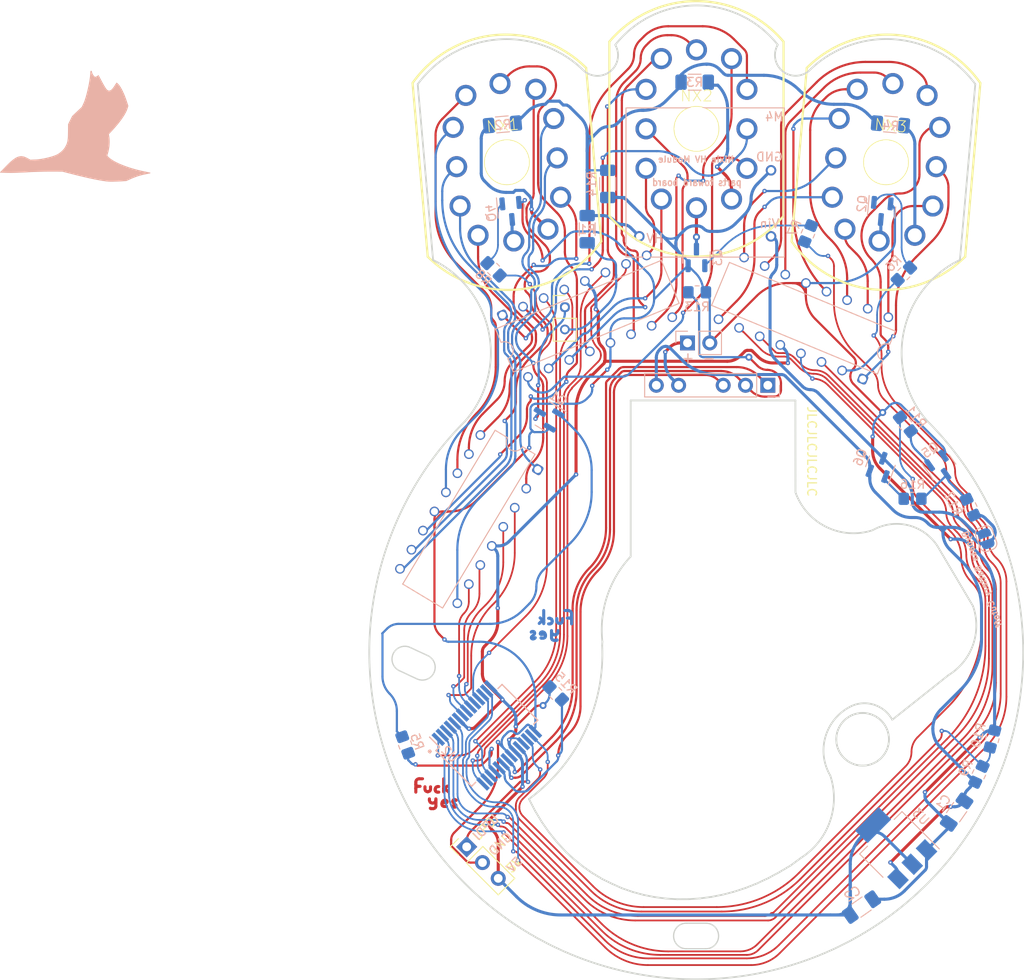
<source format=kicad_pcb>
(kicad_pcb (version 20221018) (generator pcbnew)
  (layers (0 "F.Cu" signal) (31 "B.Cu" signal) (34 "B.Paste" user) (35 "F.Paste" user) (36 "B.SilkS" user "B.Silkscreen") (37 "F.SilkS" user "F.Silkscreen") (38 "B.Mask" user) (39 "F.Mask" user) (44 "Edge.Cuts" user))
  (net 0 "")
  (net 1 "Battery_Raw")
  (net 2 "GND")
  (net 3 "Battery")
  (net 4 "+5V")
  (net 5 "Net-(J1-Pad1)")
  (net 6 "Net-(JP1-Pad2)")
  (net 7 "Net-(M1-Pad1)")
  (net 8 "Net-(M1-Pad9)")
  (net 9 "Net-(M1-Pad2)")
  (net 10 "Net-(M1-Pad10)")
  (net 11 "A1")
  (net 12 "Net-(M1-Pad11)")
  (net 13 "D1")
  (net 14 "Net-(M1-Pad13)")
  (net 15 "B1")
  (net 16 "Net-(M1-Pad14)")
  (net 17 "C1")
  (net 18 "Net-(M1-Pad15)")
  (net 19 "Net-(M1-Pad8)")
  (net 20 "Net-(M1-Pad16)")
  (net 21 "Net-(M2-Pad1)")
  (net 22 "Net-(M2-Pad9)")
  (net 23 "Net-(M2-Pad2)")
  (net 24 "Net-(M2-Pad10)")
  (net 25 "A2")
  (net 26 "Net-(M2-Pad11)")
  (net 27 "D2")
  (net 28 "Net-(M2-Pad13)")
  (net 29 "B2")
  (net 30 "Net-(M2-Pad14)")
  (net 31 "C2")
  (net 32 "Net-(M2-Pad15)")
  (net 33 "Net-(M2-Pad8)")
  (net 34 "Net-(M2-Pad16)")
  (net 35 "Net-(M3-Pad1)")
  (net 36 "Net-(M3-Pad9)")
  (net 37 "Net-(M3-Pad2)")
  (net 38 "Net-(M3-Pad10)")
  (net 39 "A3")
  (net 40 "Net-(M3-Pad11)")
  (net 41 "D3")
  (net 42 "Net-(M3-Pad13)")
  (net 43 "B3")
  (net 44 "Net-(M3-Pad14)")
  (net 45 "C3")
  (net 46 "Net-(M3-Pad15)")
  (net 47 "Net-(M3-Pad8)")
  (net 48 "Net-(M3-Pad16)")
  (net 49 "Net-(NX1-PadLHDP)")
  (net 50 "HT")
  (net 51 "Net-(NX2-PadLHDP)")
  (net 52 "Net-(NX3-PadLHDP)")
  (net 53 "Net-(NE1-Pad1)")
  (net 54 "Net-(Q1-Pad1)")
  (net 55 "Net-(Q2-Pad1)")
  (net 56 "Net-(Q3-Pad1)")
  (net 57 "Net-(Q4-Pad1)")
  (net 58 "DP1")
  (net 59 "DP2")
  (net 60 "DP3")
  (net 61 "Net-(NE1-Pad2)")
  (net 62 "Net-(NX1-PadA)")
  (net 63 "Net-(NX2-PadA)")
  (net 64 "Net-(NX3-PadA)")
  (net 65 "IND_LMP")
  (net 66 "Battery_Sense")
  (net 67 "SHTDWN")
  (net 68 "Pulse_1")
  (net 69 "Pulse_2")
  (net 70 "Pulse_3")
  (net 71 "Net-(R11-Pad1)")
  (net 72 "Net-(Q5-Pad3)")
  (net 73 "Net-(R16-Pad2)")
  (footprint "nixies-us:nixies-us-IN-12-DSUB" (layer "F.Cu") (at 144.78 72.39 -5)
    (fp_text reference "NX3")
    (fp_text value "IN-12BNOHOLE" hide)
  )
  (footprint "nixies-us:nixies-us-IN-12-DSUB" (layer "F.Cu") (at 123.19 68.58)
    (fp_text reference "NX2")
    (fp_text value "IN-12BNOHOLE" hide)
  )
  (footprint "nixies-us:nixies-us-IN-12-DSUB" (layer "F.Cu") (at 101.6 72.39 5)
    (fp_text reference "NX1")
    (fp_text value "IN-12BNOHOLE" hide)
  )
  (footprint "Connector_PinHeader_2.54mm:PinHeader_1x03_P2.54mm_Vertical" (layer "F.Cu") (at 97.020555 150.360555 45)
    (fp_text reference "J1" hide)
    (fp_text value "Conn_01x03_Male")
  )
  (footprint "Connector_PinHeader_2.54mm:PinHeader_1x02_P2.54mm_Vertical" (layer "F.Cu") (at 108.204 88.895)
    (fp_text reference "NE1" hide)
    (fp_text value "Lamp_Neon")
  )
  (footprint "Resistor_SMD:R_0805_2012Metric_Pad1.20x1.40mm_HandSolder" (layer "B.Cu") (at 147.8026 110.7186 180)
    (fp_text reference "R16")
    (fp_text value "1K")
  )
  (footprint "Capacitor_SMD:C_1206_3216Metric_Pad1.33x1.80mm_HandSolder" (layer "B.Cu") (at 152.822618 146.413692 -125)
    (fp_text reference "C1")
    (fp_text value "100uF")
  )
  (footprint "Connector_PinHeader_2.54mm:PinHeader_1x06_P2.54mm_Vertical" (layer "B.Cu") (at 131.318 97.79 90)
    (fp_text reference "U1" hide)
    (fp_text value "Rotary_Dial")
  )
  (footprint "Resistor_SMD:R_0805_2012Metric_Pad1.20x1.40mm_HandSolder" (layer "B.Cu") (at 156.891437 138.081766 -105)
    (fp_text reference "R10")
    (fp_text value "10K")
  )
  (footprint "Package_SO:SSOP-28_5.3x10.2mm_P0.65mm" (layer "B.Cu") (at 99.314 137.668 -45)
    (fp_text reference "U2")
    (fp_text value "AVR128DB28x-xSS")
  )
  (footprint "Package_TO_SOT_SMD:SOT-23" (layer "B.Cu") (at 106.172 101.318843 149)
    (fp_text reference "Q1")
    (fp_text value "Q_NPN_BEC")
  )
  (footprint "Package_DIP:DIP_16_SmallPads" (layer "B.Cu") (at 105.110199 107.379785 149)
    (fp_text reference "M1" hide)
    (fp_text value "74141DIP16")
  )
  (footprint "Resistor_SMD:R_0805_2012Metric_Pad1.20x1.40mm_HandSolder" (layer "B.Cu") (at 107.1626 132.8928 135)
    (fp_text reference "R15")
    (fp_text value "10K")
  )
  (footprint "Package_TO_SOT_SMD:SOT-23" (layer "B.Cu") (at 102.108 77.978 -85)
    (fp_text reference "Q4")
    (fp_text value "Q_NPN_BEC")
  )
  (footprint "Resistor_SMD:R_0805_2012Metric_Pad1.20x1.40mm_HandSolder" (layer "B.Cu") (at 154.3812 111.6838 115)
    (fp_text reference "R12")
    (fp_text value "10K")
  )
  (footprint "Resistor_SMD:R_1206_3216Metric_Pad1.30x1.75mm_HandSolder" (layer "B.Cu") (at 113.0808 74.8538 -90)
    (fp_text reference "R14")
    (fp_text value "220K")
  )
  (footprint "Capacitor_SMD:C_1206_3216Metric_Pad1.33x1.80mm_HandSolder" (layer "B.Cu") (at 141.986 157.226 35)
    (fp_text reference "C2")
    (fp_text value "100uF")
  )
  (footprint "Resistor_SMD:R_0805_2012Metric_Pad1.20x1.40mm_HandSolder" (layer "B.Cu") (at 146.9898 102.235 128)
    (fp_text reference "R11")
    (fp_text value "1K")
  )
  (footprint "Jumper:SolderJumper-2_P1.3mm_Open_RoundedPad1.0x1.5mm" (layer "B.Cu") (at 156.1846 115.2652 110)
    (fp_text reference "JP1" hide)
    (fp_text value "Jumper_2_Open")
  )
  (footprint "Resistor_SMD:R_0805_2012Metric_Pad1.20x1.40mm_HandSolder" (layer "B.Cu") (at 155.362618 142.095692 -115)
    (fp_text reference "R9")
    (fp_text value "10K")
  )
  (footprint "Module:Nixie_HV_Module_Small" (layer "B.Cu") (at 124.1806 72.2884 180)
    (fp_text reference "M4")
    (fp_text value "Nixie_HV_Module")
  )
  (footprint "Package_TO_SOT_SMD:SOT-223-3_TabPin2" (layer "B.Cu") (at 145.542 150.114 135)
    (fp_text reference "U3")
    (fp_text value "AZ1117-5.0")
  )
  (footprint "Package_TO_SOT_SMD:SOT-23" (layer "B.Cu") (at 151.0792 107.1372 -55)
    (fp_text reference "Q5")
    (fp_text value "Q_NPN_BEC")
  )
  (footprint "Package_TO_SOT_SMD:SOT-23" (layer "B.Cu") (at 123.19 83.2335 90)
    (fp_text reference "Q3")
    (fp_text value "Q_NPN_BEC")
  )
  (footprint "Resistor_SMD:R_1206_3216Metric_Pad1.30x1.75mm_HandSolder" (layer "B.Cu") (at 110.744 80.01 90)
    (fp_text reference "R1")
    (fp_text value "10K")
  )
  (footprint "Resistor_SMD:R_0805_2012Metric_Pad1.20x1.40mm_HandSolder" (layer "B.Cu") (at 146.812 85.09 -135)
    (fp_text reference "R6")
    (fp_text value "10K")
  )
  (footprint "Resistor_SMD:R_1206_3216Metric_Pad1.30x1.75mm_HandSolder" (layer "B.Cu") (at 145.288 68.072 175)
    (fp_text reference "R4")
    (fp_text value "10K")
  )
  (footprint "Resistor_SMD:R_0805_2012Metric_Pad1.20x1.40mm_HandSolder" (layer "B.Cu") (at 100.076 84.582 -45)
    (fp_text reference "R8")
    (fp_text value "10K")
  )
  (footprint "Connector_PinHeader_2.54mm:PinHeader_1x02_P2.54mm_Vertical" (layer "B.Cu") (at 122.169 92.964 -90)
    (fp_text reference "BT1" hide)
    (fp_text value "Battery_Cell")
  )
  (footprint "Package_TO_SOT_SMD:SOT-23" (layer "B.Cu") (at 144.272 77.978 -95)
    (fp_text reference "Q2")
    (fp_text value "Q_NPN_BEC")
  )
  (footprint "Resistor_SMD:R_0805_2012Metric_Pad1.20x1.40mm_HandSolder" (layer "B.Cu") (at 123.2662 87.1982)
    (fp_text reference "R13")
    (fp_text value "1K")
  )
  (footprint "Package_TO_SOT_SMD:SOT-23" (layer "B.Cu") (at 144.145 106.9848 70)
    (fp_text reference "Q6")
    (fp_text value "Q_PNP_BEC")
  )
  (footprint "Resistor_SMD:R_0805_2012Metric_Pad1.20x1.40mm_HandSolder" (layer "B.Cu") (at 90.0176 138.7602 -70)
    (fp_text reference "R5")
    (fp_text value "10K")
  )
  (footprint "Resistor_SMD:R_1206_3216Metric_Pad1.30x1.75mm_HandSolder" (layer "B.Cu") (at 122.9868 63.2714 180)
    (fp_text reference "R3")
    (fp_text value "10K")
  )
  (footprint "Resistor_SMD:R_1206_3216Metric_Pad1.30x1.75mm_HandSolder" (layer "B.Cu") (at 101.092 68.072 5)
    (fp_text reference "R2")
    (fp_text value "10K")
  )
  (footprint "Package_DIP:DIP_16_SmallPads" (layer "B.Cu") (at 142.127234 97.077058 67.5)
    (fp_text reference "M3" hide)
    (fp_text value "74141DIP16")
  )
  (footprint "Resistor_SMD:R_0805_2012Metric_Pad1.20x1.40mm_HandSolder" (layer "B.Cu") (at 135.89 80.518 -112.5)
    (fp_text reference "R7")
    (fp_text value "10K")
  )
  (footprint "Package_DIP:DIP_16_SmallPads" (layer "B.Cu") (at 101.090372 89.801573 -67.5)
    (fp_text reference "M2" hide)
    (fp_text value "74141DIP16")
  )
  (gr_poly (pts (xy 57.404 74.549) (xy 58.233173 74.50308) (xy 58.712365 74.288278) (xy 58.939499 74.189498) (xy 59.158408 74.100738) (xy 59.372186 74.021005) (xy 59.583928 73.949304) (xy 59.796727 73.884643) (xy 60.013677 73.826026) (xy 60.237872 73.772461) (xy 60.472406 73.722954) (xy 60.671973 73.681924) (xy 60.832888 73.646162) (xy 60.893717 73.631458) (xy 60.938724 73.619512) (xy 60.965854 73.610804) (xy 60.972073 73.607816) (xy 60.973234 73.606688) (xy 60.973053 73.605816) (xy 60.967352 73.603519) (xy 60.953968 73.599655) (xy 60.905765 73.587583) (xy 60.734919 73.548571) (xy 60.486347 73.494514) (xy 60.185876 73.431142) (xy 59.850978 73.357411) (xy 59.519737 73.27654) (xy 59.193751 73.189191) (xy 58.874615 73.096025) (xy 58.563927 72.997702) (xy 58.263282 72.894884) (xy 57.974278 72.788232) (xy 57.69851 72.678406) (xy 57.437576 72.566066) (xy 57.193071 72.451875) (xy 56.966594 72.336493) (xy 56.759739 72.220581) (xy 56.574103 72.104799) (xy 56.411284 71.989809) (xy 56.272877 71.876272) (xy 56.16048 71.764848) (xy 56.050403 71.642208) (xy 56.144989 71.316256) (xy 56.173734 71.211734) (xy 56.200148 71.104551) (xy 56.224184 70.995216) (xy 56.245797 70.884239) (xy 56.264941 70.772129) (xy 56.281568 70.659393) (xy 56.295635 70.546542) (xy 56.307093 70.434085) (xy 56.315898 70.32253) (xy 56.322002 70.212386) (xy 56.325361 70.104163) (xy 56.325929 69.998368) (xy 56.323658 69.895512) (xy 56.318503 69.796103) (xy 56.310419 69.70065) (xy 56.299358 69.609663) (xy 56.238668 69.181745) (xy 56.602946 68.792332) (xy 56.931015 68.430736) (xy 57.085256 68.252401) (xy 57.232571 68.076277) (xy 57.372662 67.90279) (xy 57.505231 67.732366) (xy 57.62998 67.565431) (xy 57.746612 67.402412) (xy 57.854828 67.243735) (xy 57.95433 67.089826) (xy 58.04482 66.941111) (xy 58.126001 66.798017) (xy 58.197575 66.66097) (xy 58.259243 66.530396) (xy 58.310708 66.406722) (xy 58.351672 66.290373) (xy 58.452437 65.97194) (xy 58.256494 65.377561) (xy 58.157425 65.093033) (xy 58.050648 64.815614) (xy 57.938467 64.55005) (xy 57.823186 64.301084) (xy 57.707107 64.07346) (xy 57.592534 63.871925) (xy 57.536532 63.782423) (xy 57.48177 63.701221) (xy 57.428536 63.628914) (xy 57.377118 63.566094) (xy 57.334018 63.517818) (xy 57.292824 63.473982) (xy 57.254508 63.435457) (xy 57.236734 63.418461) (xy 57.220043 63.40312) (xy 57.204558 63.389544) (xy 57.190401 63.377842) (xy 57.177692 63.368124) (xy 57.166553 63.360498) (xy 57.157106 63.355074) (xy 57.149472 63.351961) (xy 57.146373 63.351306) (xy 57.143772 63.351268) (xy 57.141686 63.351864) (xy 57.140129 63.353105) (xy 57.131008 63.365764) (xy 57.11456 63.390224) (xy 57.063398 63.468787) (xy 56.994062 63.577276) (xy 56.913976 63.704175) (xy 56.845152 63.809701) (xy 56.778098 63.903996) (xy 56.745202 63.946945) (xy 56.712708 63.987102) (xy 56.680602 64.024473) (xy 56.648872 64.059061) (xy 56.617503 64.090873) (xy 56.586482 64.119913) (xy 56.555795 64.146187) (xy 56.52543 64.169701) (xy 56.495372 64.190458) (xy 56.465608 64.208465) (xy 56.436124 64.223726) (xy 56.406907 64.236248) (xy 56.377943 64.246034) (xy 56.34922 64.25309) (xy 56.320722 64.257421) (xy 56.292437 64.259033) (xy 56.264352 64.257931) (xy 56.236452 64.25412) (xy 56.208724 64.247604) (xy 56.181155 64.23839) (xy 56.153731 64.226482) (xy 56.126439 64.211886) (xy 56.099265 64.194607) (xy 56.072195 64.174649) (xy 56.045216 64.152019) (xy 56.018315 64.126721) (xy 55.991477 64.098761) (xy 55.96469 64.068143) (xy 55.945937 64.044438) (xy 55.924036 64.014418) (xy 55.87187 63.937242) (xy 55.810352 63.84024) (xy 55.741643 63.727035) (xy 55.667901 63.60125) (xy 55.591287 63.46651) (xy 55.513961 63.326437) (xy 55.438083 63.184656) (xy 55.077189 62.498943) (xy 54.945294 62.591327) (xy 54.931292 62.600738) (xy 54.916573 62.609885) (xy 54.90126 62.618721) (xy 54.885476 62.627198) (xy 54.869345 62.635269) (xy 54.852991 62.642887) (xy 54.836537 62.650004) (xy 54.820106 62.656573) (xy 54.803823 62.662547) (xy 54.78781 62.667878) (xy 54.772192 62.672518) (xy 54.757091 62.676421) (xy 54.742632 62.679539) (xy 54.728937 62.681825) (xy 54.716131 62.683232) (xy 54.704337 62.683711) (xy 54.692613 62.682818) (xy 54.680395 62.680184) (xy 54.667727 62.675876) (xy 54.654658 62.66996) (xy 54.641233 62.662503) (xy 54.627498 62.653571) (xy 54.6135 62.643231) (xy 54.599286 62.631549) (xy 54.5849 62.618593) (xy 54.57039 62.604427) (xy 54.555803 62.58912) (xy 54.541183 62.572738) (xy 54.512034 62.537014) (xy 54.483314 62.497787) (xy 54.455393 62.455591) (xy 54.428642 62.410957) (xy 54.403431 62.364419) (xy 54.380131 62.316508) (xy 54.359112 62.267758) (xy 54.340745 62.218701) (xy 54.332671 62.194224) (xy 54.325399 62.16987) (xy 54.318976 62.145705) (xy 54.313446 62.121797) (xy 54.309015 62.102491) (xy 54.304313 62.084768) (xy 54.299366 62.068611) (xy 54.294202 62.054004) (xy 54.288848 62.04093) (xy 54.28333 62.029373) (xy 54.277676 62.019317) (xy 54.271913 62.010745) (xy 54.266068 62.003642) (xy 54.260167 61.99799) (xy 54.254239 61.993773) (xy 54.248309 61.990976) (xy 54.242405 61.989581) (xy 54.236554 61.989573) (xy 54.230783 61.990935) (xy 54.225119 61.99365) (xy 54.219589 61.997703) (xy 54.214219 62.003077) (xy 54.209038 62.009755) (xy 54.204072 62.017722) (xy 54.199348 62.026961) (xy 54.194893 62.037456) (xy 54.190733 62.04919) (xy 54.186897 62.062147) (xy 54.183411 62.076311) (xy 54.180303 62.091665) (xy 54.177598 62.108193) (xy 54.175325 62.125879) (xy 54.173509 62.144706) (xy 54.172179 62.164658) (xy 54.171361 62.185719) (xy 54.171083 62.207872) (xy 54.166012 62.361068) (xy 54.151364 62.540304) (xy 54.09671 62.961592) (xy 54.013877 63.441125) (xy 53.90962 63.948293) (xy 53.790693 64.452486) (xy 53.663851 64.923095) (xy 53.53585 65.329509) (xy 53.473525 65.499077) (xy 53.413444 65.641118) (xy 53.202802 66.097028) (xy 52.651344 66.620449) (xy 52.099889 67.14387) (xy 51.872764 67.603281) (xy 51.645638 68.06269) (xy 51.633909 68.97881) (xy 51.627045 69.310428) (xy 51.614218 69.585803) (xy 51.604842 69.705927) (xy 51.593104 69.816223) (xy 51.578714 69.918102) (xy 51.561381 70.012977) (xy 51.540815 70.102258) (xy 51.516725 70.187356) (xy 51.488821 70.269682) (xy 51.456812 70.350648) (xy 51.420408 70.431665) (xy 51.379319 70.514143) (xy 51.333253 70.599495) (xy 51.281922 70.689131) (xy 51.244701 70.749223) (xy 51.203522 70.809355) (xy 51.158627 70.869309) (xy 51.110259 70.928866) (xy 51.058659 70.987808) (xy 51.004071 71.045916) (xy 50.946735 71.102972) (xy 50.886894 71.158756) (xy 50.82479 71.213051) (xy 50.760666 71.265638) (xy 50.694764 71.316297) (xy 50.627325 71.364812) (xy 50.558591 71.410962) (xy 50.488806 71.454529) (xy 50.418211 71.495296) (xy 50.347048 71.533042) (xy 50.245809 71.580731) (xy 50.130624 71.628556) (xy 50.003118 71.676131) (xy 49.864918 71.723071) (xy 49.717648 71.768993) (xy 49.562934 71.813512) (xy 49.237675 71.896801) (xy 48.902145 71.969861) (xy 48.569348 72.029616) (xy 48.408037 72.053543) (xy 48.252286 72.072989) (xy 48.10372 72.087571) (xy 47.963964 72.096903) (xy 47.324996 72.128088) (xy 46.959872 71.929306) (xy 46.888411 71.891809) (xy 46.818293 71.857952) (xy 46.74937 71.82779) (xy 46.681495 71.801379) (xy 46.614519 71.778773) (xy 46.548293 71.760028) (xy 46.482669 71.745199) (xy 46.4175 71.734343) (xy 46.352636 71.727513) (xy 46.287929 71.724766) (xy 46.223232 71.726157) (xy 46.158396 71.731742) (xy 46.093272 71.741576) (xy 46.027713 71.755713) (xy 45.96157 71.774211) (xy 45.894694 71.797123) (xy 45.826939 71.824506) (xy 45.758154 71.856414) (xy 45.688192 71.892904) (xy 45.616905 71.93403) (xy 45.544145 71.979848) (xy 45.469762 72.030414) (xy 45.39361 72.085782) (xy 45.315538 72.146009) (xy 45.153048 72.281258) (xy 44.981104 72.436604) (xy 44.798522 72.612491) (xy 44.604113 72.809362) (xy 43.891417 73.546179) (xy 44.817102 73.566373) (xy 45.027273 73.568776) (xy 45.270163 73.567819) (xy 45.819448 73.556825) (xy 46.395645 73.535392) (xy 46.672177 73.521385) (xy 46.929445 73.505518) (xy 47.503042 73.474337) (xy 48.187603 73.449351) (xy 48.897267 73.433101) (xy 49.546172 73.428126) (xy 50.976246 73.431783) (xy 52.07162 73.713839) (xy 52.762359 73.888114) (xy 53.409769 74.044147) (xy 54.011276 74.18141) (xy 54.564304 74.299377) (xy 55.066279 74.397519) (xy 55.514625 74.475309) (xy 55.906768 74.53222) (xy 56.240132 74.567724) (xy 56.324288 74.572247) (xy 56.435514 74.574657) (xy 56.569036 74.575028) (xy 56.72008 74.573439) (xy 56.883873 74.569965) (xy 57.05564 74.564683) (xy 57.230608 74.55767) (xy 57.404003 74.549002) (xy 57.404 74.549)) (stroke (width 0.060854)) (fill solid) (layer "B.SilkS"))
  (gr_line (start 145.079281 137.658644) (end 145.098359 137.808782) (stroke (width 0.2)) (layer "Edge.Cuts"))
  (gr_line (start 144.022126 135.800568) (end 144.13098 135.894859) (stroke (width 0.2)) (layer "Edge.Cuts"))
  (gr_line (start 112.394292 153.993057) (end 113.5888 154.580673) (stroke (width 0.2)) (layer "Edge.Cuts"))
  (gr_line (start 107.268202 149.791715) (end 108.3564 150.9776) (stroke (width 0.2)) (layer "Edge.Cuts"))
  (gr_line (start 140.813225 135.411347) (end 140.946113 135.35127) (stroke (width 0.2)) (layer "Edge.Cuts"))
  (gr_line (start 140.096716 140.336172) (end 139.992528 140.236839) (stroke (width 0.2)) (layer "Edge.Cuts"))
  (gr_line (start 153.200217 83.509532) (end 154.950217 63.489532) (stroke (width 0.2)) (layer "Edge.Cuts"))
  (gr_arc (start 154.686 122.936) (mid 154.685067 127.368379) (end 151.892 130.81) (stroke (width 0.2)) (layer "Edge.Cuts"))
  (gr_line (start 143.281583 135.35127) (end 143.414471 135.411347) (stroke (width 0.2)) (layer "Edge.Cuts"))
  (gr_line (start 109.182338 151.724638) (end 110.211101 152.564973) (stroke (width 0.2)) (layer "Edge.Cuts"))
  (gr_line (start 140.55824 140.681197) (end 140.43652 140.603165) (stroke (width 0.2)) (layer "Edge.Cuts"))
  (gr_line (start 141.807116 141.100027) (end 141.656978 141.080949) (stroke (width 0.2)) (layer "Edge.Cuts"))
  (gr_line (start 144.931809 139.147019) (end 144.878093 139.283254) (stroke (width 0.2)) (layer "Edge.Cuts"))
  (gr_line (start 139.113848 138.115516) (end 139.117752 137.961136) (stroke (width 0.2)) (layer "Edge.Cuts"))
  (gr_line (start 145.109944 138.269896) (end 145.098359 138.422249) (stroke (width 0.2)) (layer "Edge.Cuts"))
  (gr_line (start 128.825428 155.032104) (end 130.117844 154.517715) (stroke (width 0.2)) (layer "Edge.Cuts"))
  (gr_line (start 144.334502 140.132651) (end 144.235168 140.236839) (stroke (width 0.2)) (layer "Edge.Cuts"))
  (gr_line (start 143.669457 135.549835) (end 143.791176 135.627867) (stroke (width 0.2)) (layer "Edge.Cuts"))
  (gr_line (start 140.55824 135.549835) (end 140.683871 135.477598) (stroke (width 0.2)) (layer "Edge.Cuts"))
  (gr_line (start 134.4676 109.982) (end 134.459838 99.521079) (stroke (width 0.2)) (layer "Edge.Cuts"))
  (gr_line (start 139.893194 140.132651) (end 139.798903 140.023797) (stroke (width 0.2)) (layer "Edge.Cuts"))
  (gr_arc (start 93.19 83.52) (mid 99.545005 91.806581) (end 96.824368 101.888826) (stroke (width 0.2)) (layer "Edge.Cuts"))
  (gr_arc (start 112.477514 127) (mid 113.022826 121.795411) (end 115.697 117.2972) (stroke (width 0.2)) (layer "Edge.Cuts"))
  (gr_line (start 154.686 122.936) (end 150.622 116.078) (stroke (width 0.2)) (layer "Edge.Cuts"))
  (gr_line (start 139.117752 137.961136) (end 139.129337 137.808782) (stroke (width 0.2)) (layer "Edge.Cuts"))
  (gr_line (start 144.751764 139.545497) (end 144.679528 139.671128) (stroke (width 0.2)) (layer "Edge.Cuts"))
  (gr_line (start 123.590087 156.238648) (end 124.901683 156.064531) (stroke (width 0.2)) (layer "Edge.Cuts"))
  (gr_line (start 117.164054 155.837026) (end 118.41985 156.086757) (stroke (width 0.2)) (layer "Edge.Cuts"))
  (gr_line (start 143.005956 135.250389) (end 143.145348 135.297554) (stroke (width 0.2)) (layer "Edge.Cuts"))
  (gr_line (start 115.930055 155.502724) (end 117.164054 155.837026) (stroke (width 0.2)) (layer "Edge.Cuts"))
  (gr_line (start 139.129337 137.808782) (end 139.148415 137.658644) (stroke (width 0.2)) (layer "Edge.Cuts"))
  (gr_line (start 104.80866 146.262689) (end 105.568892 147.522895) (stroke (width 0.2)) (layer "Edge.Cuts"))
  (gr_line (start 144.517854 136.320565) (end 144.601495 136.438185) (stroke (width 0.2)) (layer "Edge.Cuts"))
  (gr_line (start 139.709842 139.910466) (end 139.626201 139.792847) (stroke (width 0.2)) (layer "Edge.Cuts"))
  (gr_line (start 142.718452 135.176465) (end 142.863594 135.209963) (stroke (width 0.2)) (layer "Edge.Cuts"))
  (gr_line (start 145.052899 137.510909) (end 145.079281 137.658644) (stroke (width 0.2)) (layer "Edge.Cuts"))
  (gr_line (start 104.112771 144.918708) (end 104.112771 144.918708) (stroke (width 0.2)) (layer "Edge.Cuts"))
  (gr_line (start 142.268228 135.119419) (end 142.42058 135.131004) (stroke (width 0.2)) (layer "Edge.Cuts"))
  (gr_line (start 139.129337 138.422249) (end 139.117752 138.269896) (stroke (width 0.2)) (layer "Edge.Cuts"))
  (gr_line (start 131.396601 153.918092) (end 132.658154 153.23317) (stroke (width 0.2)) (layer "Edge.Cuts"))
  (gr_arc (start 113.94 59.02) (mid 113.299694 62.090805) (end 110.177774 61.785103) (stroke (width 0.2)) (layer "Edge.Cuts"))
  (gr_line (start 141.656978 135.150082) (end 141.807116 135.131004) (stroke (width 0.2)) (layer "Edge.Cuts"))
  (gr_line (start 141.082348 140.933477) (end 140.946113 140.879762) (stroke (width 0.2)) (layer "Edge.Cuts"))
  (gr_line (start 145.079281 138.572388) (end 145.052899 138.720122) (stroke (width 0.2)) (layer "Edge.Cuts"))
  (gr_line (start 141.22174 140.980642) (end 141.082348 140.933477) (stroke (width 0.2)) (layer "Edge.Cuts"))
  (gr_line (start 142.113848 135.115516) (end 142.268228 135.119419) (stroke (width 0.2)) (layer "Edge.Cuts"))
  (gr_line (start 144.601495 136.438185) (end 144.679528 136.559904) (stroke (width 0.2)) (layer "Edge.Cuts"))
  (gr_line (start 145.109944 137.961136) (end 145.113848 138.115516) (stroke (width 0.2)) (layer "Edge.Cuts"))
  (gr_line (start 132.658154 153.23317) (end 133.898957 152.5016) (stroke (width 0.2)) (layer "Edge.Cuts"))
  (gr_arc (start 91.440001 63.500001) (mid 100.421999 58.415223) (end 110.177774 61.785103) (stroke (width 0.2)) (layer "Edge.Cuts"))
  (gr_line (start 144.334502 136.098381) (end 144.428793 136.207235) (stroke (width 0.2)) (layer "Edge.Cuts"))
  (gr_line (start 139.248722 137.223405) (end 139.295887 137.084013) (stroke (width 0.2)) (layer "Edge.Cuts"))
  (gr_line (start 144.818015 139.416143) (end 144.751764 139.545497) (stroke (width 0.2)) (layer "Edge.Cuts"))
  (gr_line (start 124.901683 156.064531) (end 126.213802 155.805446) (stroke (width 0.2)) (layer "Edge.Cuts"))
  (gr_line (start 145.0194 137.365767) (end 145.052899 137.510909) (stroke (width 0.2)) (layer "Edge.Cuts"))
  (gr_line (start 139.798903 140.023797) (end 139.709842 139.910466) (stroke (width 0.2)) (layer "Edge.Cuts"))
  (gr_line (start 141.509244 141.054567) (end 141.364102 141.021068) (stroke (width 0.2)) (layer "Edge.Cuts"))
  (gr_line (start 139.248722 139.007626) (end 139.208296 138.865265) (stroke (width 0.2)) (layer "Edge.Cuts"))
  (gr_line (start 143.005956 140.980642) (end 142.863594 141.021068) (stroke (width 0.2)) (layer "Edge.Cuts"))
  (gr_line (start 140.43652 135.627867) (end 140.55824 135.549835) (stroke (width 0.2)) (layer "Edge.Cuts"))
  (gr_line (start 143.908795 135.711508) (end 144.022126 135.800568) (stroke (width 0.2)) (layer "Edge.Cuts"))
  (gr_line (start 140.318901 140.519524) (end 140.20557 140.430464) (stroke (width 0.2)) (layer "Edge.Cuts"))
  (gr_line (start 143.791176 135.627867) (end 143.908795 135.711508) (stroke (width 0.2)) (layer "Edge.Cuts"))
  (gr_arc (start 112.453105 127.430766) (mid 110.475216 137.220276) (end 104.112771 144.918708) (stroke (width 0.2)) (layer "Edge.Cuts"))
  (gr_line (start 144.818015 136.814889) (end 144.878093 136.947778) (stroke (width 0.2)) (layer "Edge.Cuts"))
  (gr_line (start 143.791176 140.603165) (end 143.669457 140.681197) (stroke (width 0.2)) (layer "Edge.Cuts"))
  (gr_line (start 139.117752 138.269896) (end 139.113848 138.115516) (stroke (width 0.2)) (layer "Edge.Cuts"))
  (gr_line (start 144.428793 140.023797) (end 144.334502 140.132651) (stroke (width 0.2)) (layer "Edge.Cuts"))
  (gr_arc (start 89.310303 130.282366) (mid 88.673655 128.318054) (end 90.636852 127.677979) (stroke (width 0.15)) (layer "Edge.Cuts"))
  (gr_line (start 141.364102 141.021068) (end 141.22174 140.980642) (stroke (width 0.2)) (layer "Edge.Cuts"))
  (gr_line (start 139.992528 140.236839) (end 139.893194 140.132651) (stroke (width 0.2)) (layer "Edge.Cuts"))
  (gr_line (start 140.43652 140.603165) (end 140.318901 140.519524) (stroke (width 0.2)) (layer "Edge.Cuts"))
  (gr_line (start 141.959469 141.111612) (end 141.807116 141.100027) (stroke (width 0.2)) (layer "Edge.Cuts"))
  (gr_line (start 139.174797 137.510909) (end 139.208296 137.365767) (stroke (width 0.2)) (layer "Edge.Cuts"))
  (gr_line (start 144.235168 140.236839) (end 144.13098 140.336172) (stroke (width 0.2)) (layer "Edge.Cuts"))
  (gr_line (start 142.863594 135.209963) (end 143.005956 135.250389) (stroke (width 0.2)) (layer "Edge.Cuts"))
  (gr_line (start 144.13098 135.894859) (end 144.235168 135.994193) (stroke (width 0.2)) (layer "Edge.Cuts"))
  (gr_line (start 139.113848 138.115516) (end 139.113848 138.115516) (stroke (width 0.2)) (layer "Edge.Cuts"))
  (gr_line (start 141.364102 135.209963) (end 141.509244 135.176465) (stroke (width 0.2)) (layer "Edge.Cuts"))
  (gr_line (start 139.113848 138.115516) (end 139.113848 138.115516) (stroke (width 0.2)) (layer "Edge.Cuts"))
  (gr_line (start 90.636852 127.677979) (end 92.639549 128.612013) (stroke (width 0.15)) (layer "Edge.Cuts"))
  (gr_line (start 139.475932 136.685535) (end 139.548168 136.559904) (stroke (width 0.2)) (layer "Edge.Cuts"))
  (gr_line (start 89.310303 130.282366) (end 91.313 131.2164) (stroke (width 0.15)) (layer "Edge.Cuts"))
  (gr_line (start 144.022126 140.430464) (end 143.908795 140.519524) (stroke (width 0.2)) (layer "Edge.Cuts"))
  (gr_line (start 140.20557 140.430464) (end 140.096716 140.336172) (stroke (width 0.2)) (layer "Edge.Cuts"))
  (gr_line (start 144.679528 136.559904) (end 144.751764 136.685535) (stroke (width 0.2)) (layer "Edge.Cuts"))
  (gr_line (start 141.082348 135.297554) (end 141.22174 135.250389) (stroke (width 0.2)) (layer "Edge.Cuts"))
  (gr_line (start 108.3564 150.9776) (end 109.182338 151.724638) (stroke (width 0.2)) (layer "Edge.Cuts"))
  (gr_line (start 144.517854 139.910466) (end 144.428793 140.023797) (stroke (width 0.2)) (layer "Edge.Cuts"))
  (gr_arc (start 121.9962 161.975654) (mid 120.589047 160.464443) (end 122.0978 159.054654) (stroke (width 0.15)) (layer "Edge.Cuts"))
  (gr_line (start 139.548168 139.671128) (end 139.475932 139.545497) (stroke (width 0.2)) (layer "Edge.Cuts"))
  (gr_line (start 145.098359 138.422249) (end 145.079281 138.572388) (stroke (width 0.2)) (layer "Edge.Cuts"))
  (gr_line (start 114.721398 155.083918) (end 115.930055 155.502724) (stroke (width 0.2)) (layer "Edge.Cuts"))
  (gr_line (start 139.295887 137.084013) (end 139.349603 136.947778) (stroke (width 0.2)) (layer "Edge.Cuts"))
  (gr_line (start 140.20557 135.800568) (end 140.318901 135.711508) (stroke (width 0.2)) (layer "Edge.Cuts"))
  (gr_line (start 141.959469 135.119419) (end 142.113848 135.115516) (stroke (width 0.2)) (layer "Edge.Cuts"))
  (gr_line (start 144.751764 136.685535) (end 144.818015 136.814889) (stroke (width 0.2)) (layer "Edge.Cuts"))
  (gr_line (start 91.44 63.5) (end 93.19 83.52) (stroke (width 0.2)) (layer "Edge.Cuts"))
  (gr_line (start 139.475932 139.545497) (end 139.409681 139.416143) (stroke (width 0.2)) (layer "Edge.Cuts"))
  (gr_line (start 130.117844 154.517715) (end 131.396601 153.918092) (stroke (width 0.2)) (layer "Edge.Cuts"))
  (gr_line (start 145.098359 137.808782) (end 145.109944 137.961136) (stroke (width 0.2)) (layer "Edge.Cuts"))
  (gr_line (start 139.626201 136.438185) (end 139.709842 136.320565) (stroke (width 0.2)) (layer "Edge.Cuts"))
  (gr_arc (start 149.49 101.87) (mid 146.790647 91.769417) (end 153.200217 83.509532) (stroke (width 0.2)) (layer "Edge.Cuts"))
  (gr_line (start 143.543826 140.753433) (end 143.414471 140.819684) (stroke (width 0.2)) (layer "Edge.Cuts"))
  (gr_arc (start 136.212443 61.774635) (mid 133.090522 62.080338) (end 132.450217 59.009532) (stroke (width 0.2)) (layer "Edge.Cuts"))
  (gr_line (start 142.570718 135.150082) (end 142.718452 135.176465) (stroke (width 0.2)) (layer "Edge.Cuts"))
  (gr_line (start 106.389921 148.699259) (end 107.268202 149.791715) (stroke (width 0.2)) (layer "Edge.Cuts"))
  (gr_line (start 140.946113 140.879762) (end 140.813225 140.819684) (stroke (width 0.2)) (layer "Edge.Cuts"))
  (gr_line (start 143.145348 135.297554) (end 143.281583 135.35127) (stroke (width 0.2)) (layer "Edge.Cuts"))
  (gr_line (start 145.0194 138.865265) (end 144.978974 139.007626) (stroke (width 0.2)) (layer "Edge.Cuts"))
  (gr_line (start 139.893194 136.098381) (end 139.992528 135.994193) (stroke (width 0.2)) (layer "Edge.Cuts"))
  (gr_line (start 134.459838 99.521079) (end 115.697 99.5172) (stroke (width 0.2)) (layer "Edge.Cuts"))
  (gr_line (start 142.42058 141.100027) (end 142.268228 141.111612) (stroke (width 0.2)) (layer "Edge.Cuts"))
  (gr_line (start 139.798903 136.207235) (end 139.893194 136.098381) (stroke (width 0.2)) (layer "Edge.Cuts"))
  (gr_line (start 142.113848 141.115516) (end 142.113848 141.115516) (stroke (width 0.2)) (layer "Edge.Cuts"))
  (gr_line (start 139.548168 136.559904) (end 139.626201 136.438185) (stroke (width 0.2)) (layer "Edge.Cuts"))
  (gr_arc (start 138.43 142.24) (mid 137.898404 137.768798) (end 140.8176 134.3406) (stroke (width 0.2)) (layer "Edge.Cuts"))
  (gr_line (start 139.174797 138.720122) (end 139.148415 138.572388) (stroke (width 0.2)) (layer "Edge.Cuts"))
  (gr_line (start 142.42058 135.131004) (end 142.570718 135.150082) (stroke (width 0.2)) (layer "Edge.Cuts"))
  (gr_arc (start 92.639549 128.612013) (mid 93.277332 130.576903) (end 91.313 131.2164) (stroke (width 0.15)) (layer "Edge.Cuts"))
  (gr_line (start 105.568892 147.522895) (end 106.389921 148.699259) (stroke (width 0.2)) (layer "Edge.Cuts"))
  (gr_arc (start 143.256 114.3) (mid 137.986729 113.92976) (end 134.4676 109.982) (stroke (width 0.2)) (layer "Edge.Cuts"))
  (gr_line (start 121.9962 161.975654) (end 124.206 161.9758) (stroke (width 0.15)) (layer "Edge.Cuts"))
  (gr_line (start 143.908795 140.519524) (end 143.791176 140.603165) (stroke (width 0.2)) (layer "Edge.Cuts"))
  (gr_line (start 133.898957 152.5016) (end 135.115465 151.60716) (stroke (width 0.2)) (layer "Edge.Cuts"))
  (gr_line (start 144.878093 136.947778) (end 144.931809 137.084013) (stroke (width 0.2)) (layer "Edge.Cuts"))
  (gr_line (start 113.5888 154.580673) (end 114.721398 155.083918) (stroke (width 0.2)) (layer "Edge.Cuts"))
  (gr_line (start 143.145348 140.933477) (end 143.005956 140.980642) (stroke (width 0.2)) (layer "Edge.Cuts"))
  (gr_line (start 142.268228 141.111612) (end 142.113848 141.115516) (stroke (width 0.2)) (layer "Edge.Cuts"))
  (gr_line (start 145.052899 138.720122) (end 145.0194 138.865265) (stroke (width 0.2)) (layer "Edge.Cuts"))
  (gr_line (start 139.409681 136.814889) (end 139.475932 136.685535) (stroke (width 0.2)) (layer "Edge.Cuts"))
  (gr_line (start 144.931809 137.084013) (end 144.978974 137.223405) (stroke (width 0.2)) (layer "Edge.Cuts"))
  (gr_line (start 139.992528 135.994193) (end 140.096716 135.894859) (stroke (width 0.2)) (layer "Edge.Cuts"))
  (gr_line (start 140.096716 135.894859) (end 140.20557 135.800568) (stroke (width 0.2)) (layer "Edge.Cuts"))
  (gr_line (start 144.13098 140.336172) (end 144.022126 140.430464) (stroke (width 0.2)) (layer "Edge.Cuts"))
  (gr_line (start 139.148415 138.572388) (end 139.129337 138.422249) (stroke (width 0.2)) (layer "Edge.Cuts"))
  (gr_line (start 139.409681 139.416143) (end 139.349603 139.283254) (stroke (width 0.2)) (layer "Edge.Cuts"))
  (gr_line (start 143.414471 135.411347) (end 143.543826 135.477598) (stroke (width 0.2)) (layer "Edge.Cuts"))
  (gr_line (start 139.349603 136.947778) (end 139.409681 136.814889) (stroke (width 0.2)) (layer "Edge.Cuts"))
  (gr_line (start 139.349603 139.283254) (end 139.295887 139.147019) (stroke (width 0.2)) (layer "Edge.Cuts"))
  (gr_line (start 122.282561 156.327863) (end 123.590087 156.238648) (stroke (width 0.2)) (layer "Edge.Cuts"))
  (gr_line (start 144.679528 139.671128) (end 144.601495 139.792847) (stroke (width 0.2)) (layer "Edge.Cuts"))
  (gr_line (start 143.414471 140.819684) (end 143.281583 140.879762) (stroke (width 0.2)) (layer "Edge.Cuts"))
  (gr_arc (start 124.3076 159.0548) (mid 125.716026 160.566056) (end 124.206 161.9758) (stroke (width 0.15)) (layer "Edge.Cuts"))
  (gr_line (start 141.807116 135.131004) (end 141.959469 135.119419) (stroke (width 0.2)) (layer "Edge.Cuts"))
  (gr_line (start 139.208296 138.865265) (end 139.174797 138.720122) (stroke (width 0.2)) (layer "Edge.Cuts"))
  (gr_line (start 104.112771 144.918708) (end 104.80866 146.262689) (stroke (width 0.2)) (layer "Edge.Cuts"))
  (gr_line (start 145.4912 135.89) (end 151.892 130.81) (stroke (width 0.2)) (layer "Edge.Cuts"))
  (gr_line (start 144.601495 139.792847) (end 144.517854 139.910466) (stroke (width 0.2)) (layer "Edge.Cuts"))
  (gr_line (start 122.0978 159.054654) (end 124.3076 159.0548) (stroke (width 0.15)) (layer "Edge.Cuts"))
  (gr_line (start 145.113848 138.115516) (end 145.109944 138.269896) (stroke (width 0.2)) (layer "Edge.Cuts"))
  (gr_line (start 143.281583 140.879762) (end 143.145348 140.933477) (stroke (width 0.2)) (layer "Edge.Cuts"))
  (gr_line (start 142.113848 135.115516) (end 142.113848 135.115516) (stroke (width 0.2)) (layer "Edge.Cuts"))
  (gr_arc (start 140.8176 134.3406) (mid 143.464943 134.191458) (end 145.4912 135.89) (stroke (width 0.2)) (layer "Edge.Cuts"))
  (gr_line (start 139.208296 137.365767) (end 139.248722 137.223405) (stroke (width 0.2)) (layer "Edge.Cuts"))
  (gr_arc (start 149.49 101.87) (mid 123.179909 165.454039) (end 96.824368 101.888826) (stroke (width 0.2)) (layer "Edge.Cuts"))
  (gr_line (start 142.863594 141.021068) (end 142.718452 141.054567) (stroke (width 0.2)) (layer "Edge.Cuts"))
  (gr_line (start 139.148415 137.658644) (end 139.174797 137.510909) (stroke (width 0.2)) (layer "Edge.Cuts"))
  (gr_arc (start 113.94 59.02) (mid 123.192569 54.524426) (end 132.450217 59.009532) (stroke (width 0.2)) (layer "Edge.Cuts"))
  (gr_line (start 141.656978 141.080949) (end 141.509244 141.054567) (stroke (width 0.2)) (layer "Edge.Cuts"))
  (gr_line (start 119.693896 156.251851) (end 120.982649 156.332242) (stroke (width 0.2)) (layer "Edge.Cuts"))
  (gr_line (start 126.213802 155.805446) (end 127.522899 155.461325) (stroke (width 0.2)) (layer "Edge.Cuts"))
  (gr_arc (start 143.256 114.3) (mid 147.29098 113.730797) (end 150.622 116.078) (stroke (width 0.2)) (layer "Edge.Cuts"))
  (gr_line (start 120.982649 156.332242) (end 122.282561 156.327863) (stroke (width 0.2)) (layer "Edge.Cuts"))
  (gr_line (start 111.282935 153.321134) (end 112.394292 153.993057) (stroke (width 0.2)) (layer "Edge.Cuts"))
  (gr_line (start 127.522899 155.461325) (end 128.825428 155.032104) (stroke (width 0.2)) (layer "Edge.Cuts"))
  (gr_line (start 110.211101 152.564973) (end 111.282935 153.321134) (stroke (width 0.2)) (layer "Edge.Cuts"))
  (gr_line (start 142.718452 141.054567) (end 142.570718 141.080949) (stroke (width 0.2)) (layer "Edge.Cuts"))
  (gr_line (start 142.570718 141.080949) (end 142.42058 141.100027) (stroke (width 0.2)) (layer "Edge.Cuts"))
  (gr_line (start 115.697 99.5172) (end 115.697 117.2972) (stroke (width 0.2)) (layer "Edge.Cuts"))
  (gr_line (start 143.543826 135.477598) (end 143.669457 135.549835) (stroke (width 0.2)) (layer "Edge.Cuts"))
  (gr_line (start 142.113848 141.115516) (end 141.959469 141.111612) (stroke (width 0.2)) (layer "Edge.Cuts"))
  (gr_line (start 140.683871 135.477598) (end 140.813225 135.411347) (stroke (width 0.2)) (layer "Edge.Cuts"))
  (gr_line (start 144.978974 137.223405) (end 145.0194 137.365767) (stroke (width 0.2)) (layer "Edge.Cuts"))
  (gr_line (start 144.235168 135.994193) (end 144.334502 136.098381) (stroke (width 0.2)) (layer "Edge.Cuts"))
  (gr_line (start 140.946113 135.35127) (end 141.082348 135.297554) (stroke (width 0.2)) (layer "Edge.Cuts"))
  (gr_line (start 140.683871 140.753433) (end 140.55824 140.681197) (stroke (width 0.2)) (layer "Edge.Cuts"))
  (gr_line (start 141.22174 135.250389) (end 141.364102 135.209963) (stroke (width 0.2)) (layer "Edge.Cuts"))
  (gr_line (start 139.626201 139.792847) (end 139.548168 139.671128) (stroke (width 0.2)) (layer "Edge.Cuts"))
  (gr_line (start 141.509244 135.176465) (end 141.656978 135.150082) (stroke (width 0.2)) (layer "Edge.Cuts"))
  (gr_arc (start 138.43 142.24) (mid 138.385418 147.494223) (end 135.115465 151.60716) (stroke (width 0.2)) (layer "Edge.Cuts"))
  (gr_line (start 145.113848 138.115516) (end 145.113848 138.115516) (stroke (width 0.2)) (layer "Edge.Cuts"))
  (gr_arc (start 136.212443 61.774635) (mid 145.968218 58.404755) (end 154.950216 63.489533) (stroke (width 0.2)) (layer "Edge.Cuts"))
  (gr_line (start 140.813225 140.819684) (end 140.683871 140.753433) (stroke (width 0.2)) (layer "Edge.Cuts"))
  (gr_line (start 144.428793 136.207235) (end 144.517854 136.320565) (stroke (width 0.2)) (layer "Edge.Cuts"))
  (gr_line (start 144.978974 139.007626) (end 144.931809 139.147019) (stroke (width 0.2)) (layer "Edge.Cuts"))
  (gr_line (start 144.878093 139.283254) (end 144.818015 139.416143) (stroke (width 0.2)) (layer "Edge.Cuts"))
  (gr_line (start 143.669457 140.681197) (end 143.543826 140.753433) (stroke (width 0.2)) (layer "Edge.Cuts"))
  (gr_line (start 139.709842 136.320565) (end 139.798903 136.207235) (stroke (width 0.2)) (layer "Edge.Cuts"))
  (gr_line (start 112.477514 127) (end 112.453105 127.430766) (stroke (width 0.2)) (layer "Edge.Cuts"))
  (gr_line (start 140.318901 135.711508) (end 140.43652 135.627867) (stroke (width 0.2)) (layer "Edge.Cuts"))
  (gr_line (start 139.295887 139.147019) (end 139.248722 139.007626) (stroke (width 0.2)) (layer "Edge.Cuts"))
  (gr_line (start 118.41985 156.086757) (end 119.693896 156.251851) (stroke (width 0.2)) (layer "Edge.Cuts"))
  (gr_text "." (at 92.8116 138.8872) (layer "B.SilkS") (effects (font (size 1.5 1.5) (thickness 0.3)) (justify mirror)))
  (gr_text "parts toward board" (at 123.2408 74.676) (layer "B.SilkS") (effects (font (size 0.8 0.7)) (justify mirror)))
  (gr_text "JLCJLCJLCJLC" (at 136.3218 105.3338 270) (layer "F.SilkS") (effects (font (size 1 1))))
  (segment (start 91.6051 142.6083) (end 91.9861 142.6083) (width 0.35) (layer "F.Cu") (net 0))
  (segment (start 94.3991 143.7259) (end 94.3991 143.9799) (width 0.35) (layer "F.Cu") (net 0))
  (segment (start 93.726 143.4973) (end 93.8403 143.4973) (width 0.35) (layer "F.Cu") (net 0))
  (segment (start 94.3991 143.9799) (end 94.3991 144.1069) (width 0.35) (layer "F.Cu") (net 0))
  (segment (start 94.5388 145.0467) (end 94.563297 145.0467) (width 0.35) (layer "F.Cu") (net 0))
  (segment (start 92.9005 145.9865) (end 92.8751 145.9611) (width 0.35) (layer "F.Cu") (net 0))
  (segment (start 94.777282 143.951682) (end 94.9071 144.0815) (width 0.35) (layer "F.Cu") (net 0))
  (segment (start 93.5101 145.034) (end 93.5101 144.8943) (width 0.35) (layer "F.Cu") (net 0))
  (segment (start 93.5101 145.708376) (end 93.5101 145.3134) (width 0.35) (layer "F.Cu") (net 0))
  (segment (start 95.4278 145.7706) (end 95.3643 145.7071) (width 0.35) (layer "F.Cu") (net 0))
  (segment (start 92.2655 143.777976) (end 92.2655 143.5227) (width 0.35) (layer "F.Cu") (net 0))
  (segment (start 91.2241 143.7132) (end 91.2241 144.1323) (width 0.35) (layer "F.Cu") (net 0))
  (segment (start 92.8751 145.2753) (end 92.872282 145.272482) (width 0.35) (layer "F.Cu") (net 0))
  (segment (start 94.6912 145.7452) (end 94.7039 145.7325) (width 0.35) (layer "F.Cu") (net 0))
  (segment (start 92.9005 143.777976) (end 92.9005 143.5227) (width 0.35) (layer "F.Cu") (net 0))
  (segment (start 94.488902 143.763097) (end 94.8055 143.4465) (width 0.35) (layer "F.Cu") (net 0))
  (segment (start 92.596976 144.0815) (end 92.569023 144.0815) (width 0.35) (layer "F.Cu") (net 0))
  (segment (start 93.4339 143.800823) (end 93.4339 143.872136) (width 0.35) (layer "F.Cu") (net 0))
  (segment (start 94.1959 145.436944) (end 94.1959 145.497736) (width 0.35) (layer "F.Cu") (net 0))
  (segment (start 95.7834 145.034) (end 95.8215 145.0721) (width 0.35) (layer "F.Cu") (net 0))
  (segment (start 93.4085 145.2753) (end 93.411317 145.272482) (width 0.35) (layer "F.Cu") (net 0))
  (segment (start 93.530877 143.578122) (end 93.522799 143.586199) (width 0.35) (layer "F.Cu") (net 0))
  (segment (start 93.206576 146.0119) (end 92.961821 146.0119) (width 0.35) (layer "F.Cu") (net 0))
  (segment (start 93.5101 145.3134) (end 93.5101 145.034) (width 0.35) (layer "F.Cu") (net 0))
  (segment (start 93.694063 144.1323) (end 93.8403 144.1323) (width 0.35) (layer "F.Cu") (net 0))
  (segment (start 92.7735 145.034) (end 92.7735 144.8943) (width 0.35) (layer "F.Cu") (net 0))
  (segment (start 94.5388 143.8529) (end 94.5261 143.8529) (width 0.35) (layer "F.Cu") (net 0))
  (segment (start 95.4405 145.169342) (end 95.4405 145.1864) (width 0.35) (layer "F.Cu") (net 0))
  (segment (start 94.3102 145.161) (end 94.343677 145.127522) (width 0.35) (layer "F.Cu") (net 0))
  (segment (start 94.7039 145.3261) (end 94.4245 145.3261) (width 0.35) (layer "F.Cu") (net 0))
  (segment (start 95.613942 144.9959) (end 95.691418 144.9959) (width 0.35) (layer "F.Cu") (net 0))
  (segment (start 91.4654 143.4719) (end 91.7067 143.4719) (width 0.35) (layer "F.Cu") (net 0))
  (segment (start 94.660539 145.7579) (end 94.456063 145.7579) (width 0.35) (layer "F.Cu") (net 0))
  (segment (start 91.2241 143.2306) (end 91.2241 143.7132) (width 0.35) (layer "F.Cu") (net 0))
  (segment (start 95.666018 145.8341) (end 95.581102 145.8341) (width 0.35) (layer "F.Cu") (net 0))
  (segment (start 93.120384 145.3769) (end 93.163215 145.3769) (width 0.35) (layer "F.Cu") (net 0))
  (segment (start 94.3991 143.7259) (end 94.3991 142.6083) (width 0.35) (layer "F.Cu") (net 0))
  (segment (start 95.7961 145.704018) (end 95.7961 145.6944) (width 0.35) (layer "F.Cu") (net 0))
  (segment (start 95.503361 145.338161) (end 95.751198 145.585998) (width 0.35) (layer "F.Cu") (net 0))
  (segment (start 91.2241 142.9893) (end 91.2241 143.2306) (width 0.35) (layer "F.Cu") (net 0))
  (segment (start 94.7166 145.1102) (end 94.726218 145.119818) (width 0.35) (layer "F.Cu") (net 0))
  (arc (start 94.7039 145.3261) (mid 94.757781 145.303781) (end 94.7801 145.2499) (width 0.35) (layer "F.Cu") (net 0))
  (arc (start 95.758 145.796) (mid 95.786198 145.753798) (end 95.7961 145.704018) (width 0.35) (layer "F.Cu") (net 0))
  (arc (start 93.4212 145.923) (mid 93.322729 145.988795) (end 93.206576 146.0119) (width 0.35) (layer "F.Cu") (net 0))
  (arc (start 93.5101 145.034) (mid 93.484427 145.163065) (end 93.411317 145.272482) (width 0.35) (layer "F.Cu") (net 0))
  (arc (start 95.4913 145.0467) (mid 95.453702 145.102968) (end 95.4405 145.169342) (width 0.35) (layer "F.Cu") (net 0))
  (arc (start 91.2241 142.9893) (mid 91.335692 142.719892) (end 91.6051 142.6083) (width 0.35) (layer "F.Cu") (net 0))
  (arc (start 95.758 145.796) (mid 95.715798 145.824198) (end 95.666018 145.8341) (width 0.35) (layer "F.Cu") (net 0))
  (arc (start 92.961821 146.0119) (mid 92.928634 146.005298) (end 92.9005 145.9865) (width 0.35) (layer "F.Cu") (net 0))
  (arc (start 93.4212 145.923) (mid 93.486995 145.824529) (end 93.5101 145.708376) (width 0.35) (layer "F.Cu") (net 0))
  (arc (start 95.7834 145.034) (mid 95.741198 145.005801) (end 95.691418 144.9959) (width 0.35) (layer "F.Cu") (net 0))
  (arc (start 91.4654 143.4719) (mid 91.294775 143.542575) (end 91.2241 143.7132) (width 0.35) (layer "F.Cu") (net 0))
  (arc (start 92.3544 143.9926) (mid 92.288604 143.894129) (end 92.2655 143.777976) (width 0.35) (layer "F.Cu") (net 0))
  (arc (start 92.8116 143.9926) (mid 92.877395 143.894129) (end 92.9005 143.777976) (width 0.35) (layer "F.Cu") (net 0))
  (arc (start 93.5101 144.0561) (mid 93.453703 143.971696) (end 93.4339 143.872136) (width 0.35) (layer "F.Cu") (net 0))
  (arc (start 94.3102 145.161) (mid 94.225605 145.287604) (end 94.1959 145.436944) (width 0.35) (layer "F.Cu") (net 0))
  (arc (start 93.726 143.4973) (mid 93.6204 143.518304) (end 93.530877 143.578122) (width 0.35) (layer "F.Cu") (net 0))
  (arc (start 94.488902 143.763097) (mid 94.477499 143.820425) (end 94.5261 143.8529) (width 0.35) (layer "F.Cu") (net 0))
  (arc (start 92.3544 143.9926) (mid 92.452869 144.058395) (end 92.569023 144.0815) (width 0.35) (layer "F.Cu") (net 0))
  (arc (start 92.872282 145.272482) (mid 92.799172 145.163065) (end 92.7735 145.034) (width 0.35) (layer "F.Cu") (net 0))
  (arc (start 95.613942 144.9959) (mid 95.547568 145.009102) (end 95.4913 145.0467) (width 0.35) (layer "F.Cu") (net 0))
  (arc (start 94.3991 143.9799) (mid 94.436297 143.890097) (end 94.5261 143.8529) (width 0.35) (layer "F.Cu") (net 0))
  (arc (start 94.660539 145.7579) (mid 94.677132 145.754599) (end 94.6912 145.7452) (width 0.35) (layer "F.Cu") (net 0))
  (arc (start 94.3991 143.7259) (mid 94.431573 143.7745) (end 94.488902 143.763097) (width 0.35) (layer "F.Cu") (net 0))
  (arc (start 92.8751 145.2753) (mid 92.987637 145.350495) (end 93.120384 145.3769) (width 0.35) (layer "F.Cu") (net 0))
  (arc (start 95.751198 145.585998) (mid 95.78443 145.635733) (end 95.7961 145.6944) (width 0.35) (layer "F.Cu") (net 0))
  (arc (start 94.5388 143.8529) (mid 94.667865 143.878572) (end 94.777282 143.951682) (width 0.35) (layer "F.Cu") (net 0))
  (arc (start 94.726218 145.119818) (mid 94.766096 145.1795) (end 94.7801 145.2499) (width 0.35) (layer "F.Cu") (net 0))
  (arc (start 93.4339 143.800823) (mid 93.457004 143.684669) (end 93.522799 143.586199) (width 0.35) (layer "F.Cu") (net 0))
  (arc (start 95.503361 145.338161) (mid 95.456837 145.268532) (end 95.4405 145.1864) (width 0.35) (layer "F.Cu") (net 0))
  (arc (start 93.5101 145.3134) (mid 93.474378 145.259938) (end 93.411317 145.272482) (width 0.35) (layer "F.Cu") (net 0))
  (arc (start 94.7166 145.1102) (mid 94.646264 145.063203) (end 94.563297 145.0467) (width 0.35) (layer "F.Cu") (net 0))
  (arc (start 93.163215 145.3769) (mid 93.295962 145.350495) (end 93.4085 145.2753) (width 0.35) (layer "F.Cu") (net 0))
  (arc (start 93.5101 144.0561) (mid 93.594502 144.112496) (end 93.694063 144.1323) (width 0.35) (layer "F.Cu") (net 0))
  (arc (start 94.2721 145.6817) (mid 94.356502 145.738096) (end 94.456063 145.7579) (width 0.35) (layer "F.Cu") (net 0))
  (arc (start 92.596976 144.0815) (mid 92.713129 144.058395) (end 92.8116 143.9926) (width 0.35) (layer "F.Cu") (net 0))
  (arc (start 94.2721 145.6817) (mid 94.215703 145.597296) (end 94.1959 145.497736) (width 0.35) (layer "F.Cu") (net 0))
  (arc (start 91.4654 143.4719) (mid 91.294775 143.401224) (end 91.2241 143.2306) (width 0.35) (layer "F.Cu") (net 0))
  (arc (start 94.5388 145.0467) (mid 94.4332 145.067704) (end 94.343677 145.127522) (width 0.35) (layer "F.Cu") (net 0))
  (arc (start 95.4278 145.7706) (mid 95.498135 145.817596) (end 95.581102 145.8341) (width 0.35) (layer "F.Cu") (net 0))
  (segment (start 105.791 124.5616) (end 105.791 123.444) (width 0.35) (layer "B.Cu") (net 0))
  (segment (start 106.68 126.1491) (end 106.68 125.8697) (width 0.35) (layer "B.Cu") (net 0))
  (segment (start 104.7623 126.6063) (end 104.8258 126.5428) (width 0.35) (layer "B.Cu") (net 0))
  (segment (start 106.983523 126.8476) (end 107.228278 126.8476) (width 0.35) (layer "B.Cu") (net 0))
  (segment (start 107.315 126.111) (end 107.317817 126.108182) (width 0.35) (layer "B.Cu") (net 0))
  (segment (start 105.4862 126.1618) (end 105.7656 126.1618) (width 0.35) (layer "B.Cu") (net 0))
  (segment (start 105.791 124.5616) (end 105.791 124.8156) (width 0.35) (layer "B.Cu") (net 0))
  (segment (start 106.68 125.8697) (end 106.68 125.73) (width 0.35) (layer "B.Cu") (net 0))
  (segment (start 105.701197 124.598797) (end 105.3846 124.2822) (width 0.35) (layer "B.Cu") (net 0))
  (segment (start 105.9942 126.272644) (end 105.9942 126.333436) (width 0.35) (layer "B.Cu") (net 0))
  (segment (start 106.778782 126.108182) (end 106.7816 126.111) (width 0.35) (layer "B.Cu") (net 0))
  (segment (start 104.498681 125.8316) (end 104.576157 125.8316) (width 0.35) (layer "B.Cu") (net 0))
  (segment (start 108.585 123.444) (end 108.204 123.444) (width 0.35) (layer "B.Cu") (net 0))
  (segment (start 106.4641 124.333) (end 106.3498 124.333) (width 0.35) (layer "B.Cu") (net 0))
  (segment (start 107.069715 126.2126) (end 107.026884 126.2126) (width 0.35) (layer "B.Cu") (net 0))
  (segment (start 105.846422 125.963222) (end 105.8799 125.9967) (width 0.35) (layer "B.Cu") (net 0))
  (segment (start 108.966 124.0663) (end 108.966 123.825) (width 0.35) (layer "B.Cu") (net 0))
  (segment (start 105.4989 126.5809) (end 105.4862 126.5682) (width 0.35) (layer "B.Cu") (net 0))
  (segment (start 105.463881 125.955518) (end 105.473499 125.945899) (width 0.35) (layer "B.Cu") (net 0))
  (segment (start 106.7562 124.707836) (end 106.7562 124.636523) (width 0.35) (layer "B.Cu") (net 0))
  (segment (start 106.6673 124.4219) (end 106.659222 124.413822) (width 0.35) (layer "B.Cu") (net 0))
  (segment (start 105.6513 124.6886) (end 105.664 124.6886) (width 0.35) (layer "B.Cu") (net 0))
  (segment (start 104.394 126.539718) (end 104.394 126.5301) (width 0.35) (layer "B.Cu") (net 0))
  (segment (start 108.7247 124.3076) (end 108.4834 124.3076) (width 0.35) (layer "B.Cu") (net 0))
  (segment (start 108.966 124.0663) (end 108.966 124.5489) (width 0.35) (layer "B.Cu") (net 0))
  (segment (start 107.2896 126.8222) (end 107.315 126.7968) (width 0.35) (layer "B.Cu") (net 0))
  (segment (start 105.412817 124.787382) (end 105.283 124.9172) (width 0.35) (layer "B.Cu") (net 0))
  (segment (start 105.734036 126.5936) (end 105.52956 126.5936) (width 0.35) (layer "B.Cu") (net 0))
  (segment (start 106.496036 124.968) (end 106.3498 124.968) (width 0.35) (layer "B.Cu") (net 0))
  (segment (start 107.2896 124.613676) (end 107.2896 124.3584) (width 0.35) (layer "B.Cu") (net 0))
  (segment (start 107.621076 124.9172) (end 107.593123 124.9172) (width 0.35) (layer "B.Cu") (net 0))
  (segment (start 107.4166 125.8697) (end 107.4166 125.73) (width 0.35) (layer "B.Cu") (net 0))
  (segment (start 105.791 124.8156) (end 105.791 124.9426) (width 0.35) (layer "B.Cu") (net 0))
  (segment (start 105.626802 125.8824) (end 105.6513 125.8824) (width 0.35) (layer "B.Cu") (net 0))
  (segment (start 104.4067 125.8697) (end 104.3686 125.9078) (width 0.35) (layer "B.Cu") (net 0))
  (segment (start 107.9246 124.613676) (end 107.9246 124.3584) (width 0.35) (layer "B.Cu") (net 0))
  (segment (start 106.68 126.544076) (end 106.68 126.1491) (width 0.35) (layer "B.Cu") (net 0))
  (segment (start 104.608997 126.6698) (end 104.524081 126.6698) (width 0.35) (layer "B.Cu") (net 0))
  (segment (start 104.7496 126.005042) (end 104.7496 126.0221) (width 0.35) (layer "B.Cu") (net 0))
  (segment (start 104.686738 126.173861) (end 104.438901 126.421698) (width 0.35) (layer "B.Cu") (net 0))
  (segment (start 108.966 124.5489) (end 108.966 124.968) (width 0.35) (layer "B.Cu") (net 0))
  (arc (start 107.3785 124.8283) (mid 107.312704 124.729829) (end 107.2896 124.613676) (width 0.35) (layer "B.Cu") (net 0))
  (arc (start 104.438901 126.421698) (mid 104.405669 126.471433) (end 104.394 126.5301) (width 0.35) (layer "B.Cu") (net 0))
  (arc (start 106.7689 126.7587) (mid 106.867369 126.824495) (end 106.983523 126.8476) (width 0.35) (layer "B.Cu") (net 0))
  (arc (start 105.664 124.6886) (mid 105.7126 124.656125) (end 105.701197 124.598797) (width 0.35) (layer "B.Cu") (net 0))
  (arc (start 105.664 124.6886) (mid 105.753802 124.725797) (end 105.791 124.8156) (width 0.35) (layer "B.Cu") (net 0))
  (arc (start 105.791 124.5616) (mid 105.758525 124.6102) (end 105.701197 124.598797) (width 0.35) (layer "B.Cu") (net 0))
  (arc (start 104.608997 126.6698) (mid 104.691964 126.653296) (end 104.7623 126.6063) (width 0.35) (layer "B.Cu") (net 0))
  (arc (start 105.4989 126.5809) (mid 105.512967 126.590299) (end 105.52956 126.5936) (width 0.35) (layer "B.Cu") (net 0))
  (arc (start 106.7562 124.707836) (mid 106.736396 124.807396) (end 106.68 124.8918) (width 0.35) (layer "B.Cu") (net 0))
  (arc (start 105.9942 126.272644) (mid 105.964494 126.123304) (end 105.8799 125.9967) (width 0.35) (layer "B.Cu") (net 0))
  (arc (start 104.6988 125.8824) (mid 104.736397 125.938668) (end 104.7496 126.005042) (width 0.35) (layer "B.Cu") (net 0))
  (arc (start 105.6513 124.6886) (mid 105.522233 124.714272) (end 105.412817 124.787382) (width 0.35) (layer "B.Cu") (net 0))
  (arc (start 105.846422 125.963222) (mid 105.756899 125.903404) (end 105.6513 125.8824) (width 0.35) (layer "B.Cu") (net 0))
  (arc (start 108.7247 124.3076) (mid 108.895324 124.378275) (end 108.966 124.5489) (width 0.35) (layer "B.Cu") (net 0))
  (arc (start 107.3785 124.8283) (mid 107.476969 124.894095) (end 107.593123 124.9172) (width 0.35) (layer "B.Cu") (net 0))
  (arc (start 107.621076 124.9172) (mid 107.737229 124.894095) (end 107.8357 124.8283) (width 0.35) (layer "B.Cu") (net 0))
  (arc (start 107.2896 126.8222) (mid 107.261465 126.840998) (end 107.228278 126.8476) (width 0.35) (layer "B.Cu") (net 0))
  (arc (start 104.498681 125.8316) (mid 104.448901 125.841501) (end 104.4067 125.8697) (width 0.35) (layer "B.Cu") (net 0))
  (arc (start 104.4321 126.6317) (mid 104.474301 126.659898) (end 104.524081 126.6698) (width 0.35) (layer "B.Cu") (net 0))
  (arc (start 104.6988 125.8824) (mid 104.642531 125.844802) (end 104.576157 125.8316) (width 0.35) (layer "B.Cu") (net 0))
  (arc (start 106.68 125.8697) (mid 106.705672 125.998765) (end 106.778782 126.108182) (width 0.35) (layer "B.Cu") (net 0))
  (arc (start 105.626802 125.8824) (mid 105.543835 125.898902) (end 105.473499 125.945899) (width 0.35) (layer "B.Cu") (net 0))
  (arc (start 106.6673 124.4219) (mid 106.733095 124.520369) (end 106.7562 124.636523) (width 0.35) (layer "B.Cu") (net 0))
  (arc (start 108.585 123.444) (mid 108.854407 123.555592) (end 108.966 123.825) (width 0.35) (layer "B.Cu") (net 0))
  (arc (start 106.496036 124.968) (mid 106.595596 124.948196) (end 106.68 124.8918) (width 0.35) (layer "B.Cu") (net 0))
  (arc (start 108.7247 124.3076) (mid 108.895324 124.236924) (end 108.966 124.0663) (width 0.35) (layer "B.Cu") (net 0))
  (arc (start 106.659222 124.413822) (mid 106.569699 124.354004) (end 106.4641 124.333) (width 0.35) (layer "B.Cu") (net 0))
  (arc (start 107.026884 126.2126) (mid 106.894137 126.186195) (end 106.7816 126.111) (width 0.35) (layer "B.Cu") (net 0))
  (arc (start 105.41 126.0856) (mid 105.432318 126.139481) (end 105.4862 126.1618) (width 0.35) (layer "B.Cu") (net 0))
  (arc (start 104.686738 126.173861) (mid 104.733262 126.104232) (end 104.7496 126.0221) (width 0.35) (layer "B.Cu") (net 0))
  (arc (start 105.41 126.0856) (mid 105.424003 126.0152) (end 105.463881 125.955518) (width 0.35) (layer "B.Cu") (net 0))
  (arc (start 106.7689 126.7587) (mid 106.703104 126.660229) (end 106.68 126.544076) (width 0.35) (layer "B.Cu") (net 0))
  (arc (start 105.9942 126.333436) (mid 105.974396 126.432996) (end 105.918 126.5174) (width 0.35) (layer "B.Cu") (net 0))
  (arc (start 107.8357 124.8283) (mid 107.901495 124.729829) (end 107.9246 124.613676) (width 0.35) (layer "B.Cu") (net 0))
  (arc (start 104.4321 126.6317) (mid 104.403901 126.589498) (end 104.394 126.539718) (width 0.35) (layer "B.Cu") (net 0))
  (arc (start 107.4166 125.8697) (mid 107.390927 125.998765) (end 107.317817 126.108182) (width 0.35) (layer "B.Cu") (net 0))
  (arc (start 105.734036 126.5936) (mid 105.833596 126.573796) (end 105.918 126.5174) (width 0.35) (layer "B.Cu") (net 0))
  (arc (start 106.68 126.1491) (mid 106.715721 126.095638) (end 106.778782 126.108182) (width 0.35) (layer "B.Cu") (net 0))
  (arc (start 107.069715 126.2126) (mid 107.202462 126.186195) (end 107.315 126.111) (width 0.35) (layer "B.Cu") (net 0))
  (segment (start 119.650965 93.966205) (end 120.239982 93.377189) (width 0.35) (layer "F.Cu") (net 1))
  (segment (start 119.640453 94.006453) (end 119.640453 93.991585) (width 0.35) (layer "F.Cu") (net 1))
  (segment (start 121.36842 92.964) (end 122.169 92.964) (width 0.35) (layer "F.Cu") (net 1))
  (via (at 119.640453 94.006453) (size 0.5) (drill 0.2) (layers "F.Cu" "B.Cu") (net 1))
  (arc (start 119.650965 93.966205) (mid 119.643184 93.977849) (end 119.640453 93.991585) (width 0.35) (layer "F.Cu") (net 1))
  (arc (start 120.239982 93.377189) (mid 120.768105 93.071197) (end 121.36842 92.964) (width 0.35) (layer "F.Cu") (net 1))
  (segment (start 119.63814 94.008766) (end 119.640453 94.006453) (width 0.35) (layer "B.Cu") (net 1))
  (segment (start 120.396 97.028) (end 121.158 97.79) (width 0.35) (layer "B.Cu") (net 1))
  (segment (start 119.635827 95.334371) (end 119.635827 94.01435) (width 0.35) (layer "B.Cu") (net 1))
  (arc (start 119.63814 94.008766) (mid 119.636428 94.011327) (end 119.635827 94.01435) (width 0.35) (layer "B.Cu") (net 1))
  (arc (start 119.635827 95.334371) (mid 119.860909 96.25099) (end 120.396 97.028) (width 0.35) (layer "B.Cu") (net 1))
  (segment (start 144.399 100.8888) (end 144.3609 100.8888) (width 0.25) (layer "F.Cu") (net 2))
  (segment (start 141.075212 94.593212) (end 136.726389 90.244389) (width 0.25) (layer "F.Cu") (net 2))
  (segment (start 93.345797 113.930109) (end 93.345797 124.796137) (width 0.25) (layer "F.Cu") (net 2))
  (segment (start 130.062838 87.610161) (end 124.709 92.964) (width 0.25) (layer "F.Cu") (net 2))
  (segment (start 143.256 103.632) (end 143.256 105.235672) (width 0.35) (layer "F.Cu") (net 2))
  (segment (start 100.584 138.43) (end 100.584 141.097) (width 0.25) (layer "F.Cu") (net 2))
  (segment (start 98.698146 145.649853) (end 95.598347 148.749652) (width 0.25) (layer "F.Cu") (net 2))
  (segment (start 149.225 144.137444) (end 149.217444 144.137444) (width 0.35) (layer "F.Cu") (net 2))
  (segment (start 98.126802 110.915197) (end 104.14 104.902) (width 0.25) (layer "F.Cu") (net 2))
  (segment (start 144.097688 107.267688) (end 152.146 115.316) (width 0.35) (layer "F.Cu") (net 2))
  (segment (start 155.440444 137.914444) (end 155.440444 137.922) (width 0.35) (layer "F.Cu") (net 2))
  (segment (start 93.345797 113.930109) (end 93.345797 113.047062) (width 0.25) (layer "F.Cu") (net 2))
  (segment (start 103.378 76.962) (end 103.632 76.708) (width 0.25) (layer "F.Cu") (net 2))
  (segment (start 95.111891 112.164015) (end 94.228844 112.164015) (width 0.25) (layer "F.Cu") (net 2))
  (segment (start 104.744568 81.26507) (end 104.085293 80.605795) (width 0.25) (layer "F.Cu") (net 2))
  (segment (start 134.143849 86.149032) (end 133.590317 86.149032) (width 0.25) (layer "F.Cu") (net 2))
  (segment (start 111.312589 97.79) (end 111.312589 97.850589) (width 0.25) (layer "F.Cu") (net 2))
  (segment (start 94.488 126.746) (end 93.916898 126.174898) (width 0.25) (layer "F.Cu") (net 2))
  (segment (start 95.249984 150.128314) (end 95.250003 149.590587) (width 0.25) (layer "F.Cu") (net 2))
  (segment (start 105.664 83.566) (end 105.664 83.484776) (width 0.25) (layer "F.Cu") (net 2))
  (segment (start 97.482985 152.156606) (end 98.816606 152.156606) (width 0.25) (layer "F.Cu") (net 2))
  (segment (start 103.378 78.898238) (end 103.378 76.962) (width 0.25) (layer "F.Cu") (net 2))
  (segment (start 149.237898 144.132101) (end 155.435101 137.934898) (width 0.35) (layer "F.Cu") (net 2))
  (segment (start 113.03 96.012) (end 111.355431 97.686568) (width 0.25) (layer "F.Cu") (net 2))
  (segment (start 135.656666 86.90544) (end 135.656666 87.661849) (width 0.25) (layer "F.Cu") (net 2))
  (segment (start 141.07521 97.64121) (end 144.295859 100.861859) (width 0.25) (layer "F.Cu") (net 2))
  (segment (start 134.143849 86.149032) (end 134.900257 86.149032) (width 0.25) (layer "F.Cu") (net 2))
  (segment (start 95.337214 150.338916) (end 96.922916 151.924618) (width 0.25) (layer "F.Cu") (net 2))
  (via (at 149.217444 144.137444) (size 0.5) (drill 0.2) (layers "F.Cu" "B.Cu") (net 2))
  (via (at 104.14 104.902) (size 0.5) (drill 0.2) (layers "F.Cu" "B.Cu") (net 2))
  (via (at 105.664 83.566) (size 0.5) (drill 0.2) (layers "F.Cu" "B.Cu") (net 2))
  (via (at 113.03 96.012) (size 0.5) (drill 0.2) (layers "F.Cu" "B.Cu") (net 2))
  (via (at 143.256 103.632) (size 0.5) (drill 0.2) (layers "F.Cu" "B.Cu") (net 2))
  (via (at 152.146 115.316) (size 0.5) (drill 0.2) (layers "F.Cu" "B.Cu") (net 2))
  (via (at 155.440444 137.914444) (size 0.5) (drill 0.2) (layers "F.Cu" "B.Cu") (net 2))
  (via (at 100.584 138.43) (size 0.5) (drill 0.2) (layers "F.Cu" "B.Cu") (net 2))
  (via (at 144.399 100.8888) (size 0.8) (drill 0.4) (layers "F.Cu" "B.Cu") (net 2))
  (via (at 103.632 76.708) (size 0.5) (drill 0.2) (layers "F.Cu" "B.Cu") (net 2))
  (via (at 111.312589 97.850589) (size 0.5) (drill 0.2) (layers "F.Cu" "B.Cu") (net 2))
  (via (at 94.488 126.746) (size 0.5) (drill 0.2) (layers "F.Cu" "B.Cu") (net 2))
  (arc (start 144.295859 100.861859) (mid 144.3257 100.881798) (end 144.3609 100.8888) (width 0.25) (layer "F.Cu") (net 2))
  (arc (start 149.237898 144.132101) (mid 149.23198 144.136055) (end 149.225 144.137444) (width 0.35) (layer "F.Cu") (net 2))
  (arc (start 135.656666 86.90544) (mid 135.435118 86.370578) (end 134.900257 86.149032) (width 0.25) (layer "F.Cu") (net 2))
  (arc (start 94.228844 112.164015) (mid 93.604435 112.422653) (end 93.345797 113.047062) (width 0.25) (layer "F.Cu") (net 2))
  (arc (start 104.085293 80.605795) (mid 103.561819 79.822361) (end 103.378 78.898238) (width 0.25) (layer "F.Cu") (net 2))
  (arc (start 98.698146 145.649853) (mid 100.093882 143.560986) (end 100.584 141.097) (width 0.25) (layer "F.Cu") (net 2))
  (arc (start 93.345797 113.930109) (mid 93.863073 112.681291) (end 95.111891 112.164015) (width 0.25) (layer "F.Cu") (net 2))
  (arc (start 143.256 105.235672) (mid 143.474748 106.335391) (end 144.097688 107.267688) (width 0.35) (layer "F.Cu") (net 2))
  (arc (start 134.143849 86.149032) (mid 135.213572 86.592125) (end 135.656666 87.661849) (width 0.25) (layer "F.Cu") (net 2))
  (arc (start 155.440444 137.922) (mid 155.439055 137.92898) (end 155.435101 137.934898) (width 0.35) (layer "F.Cu") (net 2))
  (arc (start 141.07521 97.64121) (mid 140.809355 97.24333) (end 140.716 96.774) (width 0.25) (layer "F.Cu") (net 2))
  (arc (start 111.312589 97.79) (mid 111.323723 97.734023) (end 111.355431 97.686568) (width 0.25) (layer "F.Cu") (net 2))
  (arc (start 96.922916 151.924618) (mid 97.179878 152.096314) (end 97.482985 152.156606) (width 0.25) (layer "F.Cu") (net 2))
  (arc (start 133.590317 86.149032) (mid 131.681259 86.528767) (end 130.062838 87.610161) (width 0.25) (layer "F.Cu") (net 2))
  (arc (start 135.656666 87.661849) (mid 135.934677 89.059509) (end 136.726389 90.244389) (width 0.25) (layer "F.Cu") (net 2))
  (arc (start 140.716 96.774) (mid 140.809355 96.304669) (end 141.07521 95.906789) (width 0.25) (layer "F.Cu") (net 2))
  (arc (start 141.075212 94.593212) (mid 141.347262 95.250001) (end 141.07521 95.906789) (width 0.25) (layer "F.Cu") (net 2))
  (arc (start 105.664 83.484776) (mid 105.425048 82.28348) (end 104.744568 81.26507) (width 0.25) (layer "F.Cu") (net 2))
  (arc (start 95.337214 150.338916) (mid 95.272652 150.242291) (end 95.249984 150.128314) (width 0.25) (layer "F.Cu") (net 2))
  (arc (start 93.916898 126.174898) (mid 93.494221 125.542317) (end 93.345797 124.796137) (width 0.25) (layer "F.Cu") (net 2))
  (arc (start 98.126802 110.915197) (mid 96.743549 111.839457) (end 95.111891 112.164015) (width 0.25) (layer "F.Cu") (net 2))
  (arc (start 95.598347 148.749652) (mid 95.340542 149.135476) (end 95.250003 149.590587) (width 0.25) (layer "F.Cu") (net 2))
  (segment (start 102.444054 137.331944) (end 102.524993 137.412883) (width 0.25) (layer "B.Cu") (net 2))
  (segment (start 124.323178 87.264578) (end 123.982108 86.923508) (width 0.25) (layer "B.Cu") (net 2))
  (segment (start 113.393036 95.392258) (end 113.393036 93.891724) (width 0.25) (layer "B.Cu") (net 2))
  (segment (start 100.760632 138.655014) (end 100.654281 138.548662) (width 0.25) (layer "B.Cu") (net 2))
  (segment (start 114.94132 90.17) (end 116.195974 90.17) (width 0.25) (layer "B.Cu") (net 2))
  (segment (start 149.23082 153.029179) (end 146.872181 155.387818) (width 0.35) (layer "B.Cu") (net 2))
  (segment (start 103.199641 76.96127) (end 102.972676 76.96127) (width 0.25) (layer "B.Cu") (net 2))
  (segment (start 100.920161 138.814543) (end 100.760632 138.655014) (width 0.25) (layer "B.Cu") (net 2))
  (segment (start 121.2418 82.6846) (end 119.2454 80.6882) (width 0.25) (layer "B.Cu") (net 2))
  (segment (start 118.361281 86.708457) (end 118.361281 87.586656) (width 0.25) (layer "B.Cu") (net 2))
  (segment (start 106.232308 102.87) (end 106.486308 102.616) (width 0.25) (layer "B.Cu") (net 2))
  (segment (start 144.598069 156.329787) (end 143.265925 156.329787) (width 0.35) (layer "B.Cu") (net 2))
  (segment (start 143.8656 101.4222) (end 144.399 100.8888) (width 0.25) (layer "B.Cu") (net 2))
  (segment (start 121.2418 82.6846) (end 114.961 76.4038) (width 0.35) (layer "B.Cu") (net 2))
  (segment (start 102.979997 137.396114) (end 103.860402 136.51571) (width 0.25) (layer "B.Cu") (net 2))
  (segment (start 151.319667 105.605064) (end 151.497467 105.427264) (width 0.35) (layer "B.Cu") (net 2))
  (segment (start 111.312589 97.850589) (end 111.312589 98.283432) (width 0.25) (layer "B.Cu") (net 2))
  (segment (start 145.548046 77.374818) (end 145.300093 77.126865) (width 0.25) (layer "B.Cu") (net 2))
  (segment (start 145.263302 82.574699) (end 143.742483 84.095515) (width 0.25) (layer "B.Cu") (net 2))
  (segment (start 104.136763 136.51571) (end 104.463319 136.842266) (width 0.25) (layer "B.Cu") (net 2))
  (segment (start 104.847111 133.410375) (end 104.847111 136.683294) (width 0.25) (layer "B.Cu") (net 2))
  (segment (start 104.4575 102.9335) (end 104.400037 102.876037) (width 0.25) (layer "B.Cu") (net 2))
  (segment (start 104.280842 102.638147) (end 104.280842 100.526288) (width 0.25) (layer "B.Cu") (net 2))
  (segment (start 113.135105 76.4038) (end 113.5193 76.4038) (width 0.25) (layer "B.Cu") (net 2))
  (segment (start 151.497467 105.427264) (end 151.497467 105.824347) (width 0.25) (layer "B.Cu") (net 2))
  (segment (start 122.179054 84.186919) (end 118.364 88.001974) (width 0.25) (layer "B.Cu") (net 2))
  (segment (start 123.937357 86.75218) (end 123.937357 86.815468) (width 0.25) (layer "B.Cu") (net 2))
  (segment (start 101.336697 139.231078) (end 101.311431 139.205812) (width 0.25) (layer "B.Cu") (net 2))
  (segment (start 113.03 96.012) (end 113.211518 95.830482) (width 0.25) (layer "B.Cu") (net 2))
  (segment (start 130.128945 74.856054) (end 131.6806 73.3044) (width 0.35) (layer "B.Cu") (net 2))
  (segment (start 109.298083 99.896346) (end 104.910784 99.896346) (width 0.25) (layer "B.Cu") (net 2))
  (segment (start 105.664 83.566) (end 108.572576 80.657422) (width 0.25) (layer "B.Cu") (net 2))
  (segment (start 155.410128 117.056128) (end 154.208815 115.854815) (width 0.35) (layer "B.Cu") (net 2))
  (segment (start 145.796 77.973431) (end 145.796 81.288654) (width 0.25) (layer "B.Cu") (net 2))
  (segment (start 124.709 88.196033) (end 124.709 92.964) (width 0.25) (layer "B.Cu") (net 2))
  (segment (start 128.697054 78.312945) (end 127.599124 79.410875) (width 0.35) (layer "B.Cu") (net 2))
  (segment (start 121.807085 80.122914) (end 121.2418 80.6882) (width 0.35) (layer "B.Cu") (net 2))
  (segment (start 157.150256 136.660236) (end 157.150256 121.257168) (width 0.35) (layer "B.Cu") (net 2))
  (segment (start 114.336177 81.666711) (end 117.642406 84.97294) (width 0.25) (layer "B.Cu") (net 2))
  (segment (start 104.5845 103.0605) (end 104.4575 102.9335) (width 0.25) (layer "B.Cu") (net 2))
  (segment (start 102.744111 137.493822) (end 102.720397 137.493822) (width 0.25) (layer "B.Cu") (net 2))
  (segment (start 100.920161 138.814543) (end 102.089394 139.983775) (width 0.25) (layer "B.Cu") (net 2))
  (segment (start 155.440444 137.914444) (end 155.916887 137.438) (width 0.35) (layer "B.Cu") (net 2))
  (segment (start 149.395715 152.6311) (end 149.395732 151.789654) (width 0.35) (layer "B.Cu") (net 2))
  (segment (start 124.782012 80.264) (end 125.5395 80.264) (width 0.35) (layer "B.Cu") (net 2))
  (segment (start 143.2941 103.5939) (end 143.256 103.632) (width 0.25) (layer "B.Cu") (net 2))
  (segment (start 123.096 85.027) (end 122.422079 84.353079) (width 0.25) (layer "B.Cu") (net 2))
  (segment (start 110.949733 80.264) (end 109.522414 80.26399) (width 0.25) (layer "B.Cu") (net 2))
  (segment (start 138.784857 86.149032) (end 135.656666 86.149032) (width 0.25) (layer "B.Cu") (net 2))
  (segment (start 111.006522 99.022342) (end 110.722553 99.30631) (width 0.25) (layer "B.Cu") (net 2))
  (segment (start 122.24 83.9269) (end 122.24 84.148487) (width 0.25) (layer "B.Cu") (net 2))
  (segment (start 114.0209 76.327) (end 113.211905 76.327) (width 0.25) (layer "B.Cu") (net 2))
  (segment (start 151.752898 147.52011) (end 149.516978 145.28419) (width 0.35) (layer "B.Cu") (net 2))
  (segment (start 101.336697 139.231078) (end 100.920161 138.814543) (width 0.25) (layer "B.Cu") (net 2))
  (segment (start 115.494645 76.937445) (end 119.2454 80.6882) (width 0.25) (layer "B.Cu") (net 2))
  (segment (start 151.216687 104.749402) (end 146.529529 100.062244) (width 0.25) (layer "B.Cu") (net 2))
  (segment (start 143.3322 102.709941) (end 143.3322 103.501918) (width 0.25) (layer "B.Cu") (net 2))
  (segment (start 103.505365 76.834635) (end 103.632 76.708) (width 0.25) (layer "B.Cu") (net 2))
  (segment (start 100.920161 138.814543) (end 100.760632 138.655014) (width 0.25) (layer "B.Cu") (net 2))
  (segment (start 100.601105 138.495486) (end 100.654281 138.548662) (width 0.25) (layer "B.Cu") (net 2))
  (segment (start 122.9995 79.629) (end 123.248987 79.629) (width 0.35) (layer "B.Cu") (net 2))
  (segment (start 152.908 115.316) (end 152.146 115.316) (width 0.35) (layer "B.Cu") (net 2))
  (segment (start 101.682053 137.331944) (end 101.311431 137.702567) (width 0.25) (layer "B.Cu") (net 2))
  (segment (start 145.218014 100.069785) (end 144.399 100.8888) (width 0.25) (layer "B.Cu") (net 2))
  (segment (start 150.155598 149.955174) (end 151.752898 148.357874) (width 0.35) (layer "B.Cu") (net 2))
  (segment (start 98.436735 127) (end 94.921605 127) (width 0.25) (layer "B.Cu") (net 2))
  (segment (start 114.961 76.4038) (end 113.0808 76.4038) (width 0.35) (layer "B.Cu") (net 2))
  (segment (start 104.4575 103.0605) (end 104.3305 103.1875) (width 0.25) (layer "B.Cu") (net 2))
  (segment (start 118.364 88.001974) (end 118.36264 87.863537) (width 0.25) (layer "B.Cu") (net 2))
  (segment (start 100.654281 138.548662) (end 100.760632 138.655014) (width 0.25) (layer "B.Cu") (net 2))
  (segment (start 121.2418 82.6846) (end 122.067395 83.510195) (width 0.25) (layer "B.Cu") (net 2))
  (segment (start 151.319667 105.824347) (end 151.319667 105.605064) (width 0.35) (layer "B.Cu") (net 2))
  (segment (start 145.888289 99.7966) (end 145.877542 99.7966) (width 0.25) (layer "B.Cu") (net 2))
  (segment (start 105.619097 103.124) (end 104.737802 103.124) (width 0.25) (layer "B.Cu") (net 2))
  (segment (start 104.14 104.902) (end 104.14 103.647407) (width 0.25) (layer "B.Cu") (net 2))
  (segment (start 149.217444 144.56105) (end 149.217444 144.137444) (width 0.35) (layer "B.Cu") (net 2))
  (segment (start 94.615 126.873) (end 94.488 126.746) (width 0.25) (layer "B.Cu") (net 2))
  (segment (start 113.393036 91.718284) (end 113.393036 95.392258) (width 0.25) (layer "B.Cu") (net 2))
  (segment (start 100.584 138.45419) (end 100.584 138.43) (width 0.25) (layer "B.Cu") (net 2))
  (arc (start 104.465348 100.080852) (mid 104.669715 99.944297) (end 104.910784 99.896346) (width 0.25) (layer "B.Cu") (net 2))
  (arc (start 113.211905 76.327) (mid 113.161733 76.336979) (end 113.1192 76.3654) (width 0.25) (layer "B.Cu") (net 2))
  (arc (start 110.722553 99.30631) (mid 110.069 99.743) (end 109.298083 99.896346) (width 0.25) (layer "B.Cu") (net 2))
  (arc (start 129.413 76.5845) (mid 129.226931 77.519927) (end 128.697054 78.312945) (width 0.35) (layer "B.Cu") (net 2))
  (arc (start 102.969555 128.877555) (mid 104.35915 130.95723) (end 104.847111 133.410375) (width 0.25) (layer "B.Cu") (net 2))
  (arc (start 104.4575 103.0605) (mid 104.483802 102.997) (end 104.4575 102.9335) (width 0.25) (layer "B.Cu") (net 2))
  (arc (start 145.888289 99.7966) (mid 146.235329 99.865655) (end 146.529529 100.062244) (width 0.25) (layer "B.Cu") (net 2))
  (arc (start 113.211518 95.830482) (mid 113.345861 95.629423) (end 113.393036 95.392258) (width 0.25) (layer "B.Cu") (net 2))
  (arc (start 145.796 81.288654) (mid 145.657556 81.984657) (end 145.263302 82.574699) (width 0.25) (layer "B.Cu") (net 2))
  (arc (start 117.729 89.535) (mid 118.198968 88.831641) (end 118.364 88.001974) (width 0.25) (layer "B.Cu") (net 2))
  (arc (start 101.336697 139.231078) (mid 101.336697 139.231078) (end 101.336697 139.231078) (width 0.25) (layer "B.Cu") (net 2))
  (arc (start 113.1192 76.3654) (mid 113.114323 76.389913) (end 113.135105 76.4038) (width 0.25) (layer "B.Cu") (net 2))
  (arc (start 114.336177 81.666711) (mid 112.782463 80.628552) (end 110.949733 80.264) (width 0.25) (layer "B.Cu") (net 2))
  (arc (start 117.729 89.535) (mid 117.025641 90.004968) (end 116.195974 90.17) (width 0.25) (layer "B.Cu") (net 2))
  (arc (start 124.323178 87.264578) (mid 124.608728 87.691933) (end 124.709 88.196033) (width 0.25) (layer "B.Cu") (net 2))
  (arc (start 130.128945 74.856054) (mid 129.599068 75.649071) (end 129.413 76.5845) (width 0.35) (layer "B.Cu") (net 2))
  (arc (start 117.642406 84.97294) (mid 118.174451 85.769202) (end 118.361281 86.708457) (width 0.25) (layer "B.Cu") (net 2))
  (arc (start 102.524993 137.412883) (mid 102.614645 137.472786) (end 102.720397 137.493822) (width 0.25) (layer "B.Cu") (net 2))
  (arc (start 123.937357 86.815468) (mid 123.948987 86.873939) (end 123.982108 86.923508) (width 0.25) (layer "B.Cu") (net 2))
  (arc (start 103.998583 136.458474) (mid 103.9238 136.473349) (end 103.860402 136.51571) (width 0.25) (layer "B.Cu") (net 2))
  (arc (start 118.361281 87.586656) (mid 118.36162 87.725098) (end 118.36264 87.863537) (width 0.25) (layer "B.Cu") (net 2))
  (arc (start 104.4575 103.0605) (mid 104.521 103.034197) (end 104.5845 103.0605) (width 0.25) (layer "B.Cu") (net 2))
  (arc (start 104.14 103.647407) (mid 104.189509 103.398507) (end 104.3305 103.1875) (width 0.25) (layer "B.Cu") (net 2))
  (arc (start 102.444054 137.331944) (mid 102.063053 137.174128) (end 101.682053 137.331944) (width 0.25) (layer "B.Cu") (net 2))
  (arc (start 122.24 84.148487) (mid 122.233406 84.164406) (end 122.217487 84.171) (width 0.25) (layer "B.Cu") (net 2))
  (arc (start 122.9995 79.629) (mid 122.354169 79.757364) (end 121.807085 80.122914) (width 0.35) (layer "B.Cu") (net 2))
  (arc (start 109.522414 80.26399) (mid 109.008365 80.366238) (end 108.572576 80.657422) (width 0.25) (layer "B.Cu") (net 2))
  (arc (start 119.2454 80.6882) (mid 120.2436 81.101667) (end 121.2418 80.6882) (width 0.25) (layer "B.Cu") (net 2))
  (arc (start 156.694652 137.11584) (mid 156.273728 137.199566) (end 155.916887 137.438) (width 0.35) (layer "B.Cu") (net 2))
  (arc (start 156.694652 137.11584) (mid 157.016812 136.982396) (end 157.150256 136.660236) (width 0.35) (layer "B.Cu") (net 2))
  (arc (start 149.23082 153.029179) (mid 149.352858 152.846539) (end 149.395715 152.6311) (width 0.35) (layer "B.Cu") (net 2))
  (arc (start 104.847111 136.683294) (mid 104.708325 136.891) (end 104.463319 136.842266) (width 0.25) (layer "B.Cu") (net 2))
  (arc (start 94.615 126.873) (mid 94.755671 126.966993) (end 94.921605 127) (width 0.25) (layer "B.Cu") (net 2))
  (arc (start 152.908 115.316) (mid 153.611996 115.456033) (end 154.208815 115.854815) (width 0.35) (layer "B.Cu") (net 2))
  (arc (start 105.619097 103.124) (mid 105.950964 103.057987) (end 106.232308 102.87) (width 0.25) (layer "B.Cu") (net 2))
  (arc (start 113.846518 90.623482) (mid 113.510892 91.125781) (end 113.393036 91.718284) (width 0.25) (layer "B.Cu") (net 2))
  (arc (start 144.598069 156.329787) (mid 145.828809 156.084977) (end 146.872181 155.387818) (width 0.35) (layer "B.Cu") (net 2))
  (arc (start 151.216687 104.749402) (mid 151.424494 105.060407) (end 151.497467 105.427264) (width 0.25) (layer "B.Cu") (net 2))
  (arc (start 103.505365 76.834635) (mid 103.365097 76.928358) (end 103.199641 76.96127) (width 0.25) (layer "B.Cu") (net 2))
  (arc (start 104.465348 100.080852) (mid 104.328793 100.285219) (end 104.280842 100.526288) (width 0.25) (layer "B.Cu") (net 2))
  (arc (start 100.760632 138.655014) (mid 100.760632 138.655014) (end 100.760632 138.655014) (width 0.25) (layer "B.Cu") (net 2))
  (arc (start 121.2418 80.6882) (mid 120.828332 81.6864) (end 121.2418 82.6846) (width 0.35) (layer "B.Cu") (net 2))
  (arc (start 100.584 138.45419) (mid 100.588445 138.476539) (end 100.601105 138.495486) (width 0.25) (layer "B.Cu") (net 2))
  (arc (start 101.311431 137.702567) (mid 101.000098 138.454189) (end 101.311431 139.205812) (width 0.25) (layer "B.Cu") (net 2))
  (arc (start 122.217487 84.171) (mid 122.196687 84.175137) (end 122.179054 84.186919) (width 0.25) (layer "B.Cu") (net 2))
  (arc (start 124.0155 79.9465) (mid 124.367178 80.181484) (end 124.782012 80.264) (width 0.35) (layer "B.Cu") (net 2))
  (arc (start 104.136763 136.51571) (mid 104.073365 136.473349) (end 103.998583 136.458474) (width 0.25) (layer "B.Cu") (net 2))
  (arc (start 114.94132 90.17) (mid 114.348817 90.287856) (end 113.846518 90.623482) (width 0.25) (layer "B.Cu") (net 2))
  (arc (start 104.5845 103.0605) (mid 104.654835 103.107496) (end 104.737802 103.124) (width 0.25) (layer "B.Cu") (net 2))
  (arc (start 149.516978 145.28419) (mid 149.29529 144.95241) (end 149.217444 144.56105) (width 0.35) (layer "B.Cu") (net 2))
  (arc (start 122.067395 83.510195) (mid 122.195141 83.70138) (end 122.24 83.9269) (width 0.25) (layer "B.Cu") (net 2))
  (arc (start 151.752898 147.52011) (mid 151.881311 147.712294) (end 151.926405 147.938992) (width 0.35) (layer "B.Cu") (net 2))
  (arc (start 143.2941 103.5939) (mid 143.322298 103.551698) (end 143.3322 103.501918) (width 0.25) (layer "B.Cu") (net 2))
  (arc (start 111.006522 99.022342) (mid 111.233044 98.683327) (end 111.312589 98.283432) (width 0.25) (layer "B.Cu") (net 2))
  (arc (start 143.742483 84.095515) (mid 141.467905 85.61534) (end 138.784857 86.149032) (width 0.25) (layer "B.Cu") (net 2))
  (arc (start 151.752898 148.357874) (mid 151.881311 148.165689) (end 151.926405 147.938992) (width 0.35) (layer "B.Cu") (net 2))
  (arc (start 102.979997 137.396114) (mid 102.871771 137.468428) (end 102.744111 137.493822) (width 0.25) (layer "B.Cu") (net 2))
  (arc (start 143.8656 101.4222) (mid 143.470826 102.01302) (end 143.3322 102.709941) (width 0.25) (layer "B.Cu") (net 2))
  (arc (start 100.920161 138.814543) (mid 100.92016 138.814542) (end 100.920161 138.814543) (width 0.25) (layer "B.Cu") (net 2))
  (arc (start 150.155598 149.955174) (mid 149.593214 150.79684) (end 149.395732 151.789654) (width 0.35) (layer "B.Cu") (net 2))
  (arc (start 123.937357 86.75218) (mid 123.661759 85.818574) (end 123.096 85.027) (width 0.25) (layer "B.Cu") (net 2))
  (arc (start 104.280842 102.638147) (mid 104.321669 102.766668) (end 104.400037 102.876037) (width 0.25) (layer "B.Cu") (net 2))
  (arc (start 145.877542 99.7966) (mid 145.520608 99.867598) (end 145.218014 100.069785) (width 0.25) (layer "B.Cu") (net 2))
  (arc (start 127.599124 79.410875) (mid 126.65416 80.04228) (end 125.5395 80.264) (width 0.35) (layer "B.Cu") (net 2))
  (arc (start 124.0155 79.9465) (mid 123.66382 79.711515) (end 123.248987 79.629) (width 0.35) (layer "B.Cu") (net 2))
  (arc (start 145.796 77.973431) (mid 145.731558 77.649464) (end 145.548046 77.374818) (width 0.25) (layer "B.Cu") (net 2))
  (arc (start 115.494645 76.937445) (mid 114.818485 76.485649) (end 114.0209 76.327) (width 0.25) (layer "B.Cu") (net 2))
  (arc (start 155.410128 117.056128) (mid 156.698011 118.983581) (end 157.150256 121.257168) (width 0.35) (layer "B.Cu") (net 2))
  (arc (start 98.436735 127) (mid 100.889879 127.48796) (end 102.969555 128.877555) (width 0.25) (layer "B.Cu") (net 2))
  (segment (start 151.892 145.796) (end 152.146 145.796) (width 0.35) (layer "F.Cu") (net 3))
  (segment (start 151.458394 145.975605) (end 145.288 152.146) (width 0.35) (layer "F.Cu") (net 3))
  (via (at 145.288 152.146) (size 0.5) (drill 0.2) (layers "F.Cu" "B.Cu") (net 3))
  (via (at 152.146 145.796) (size 0.5) (drill 0.2) (layers "F.Cu" "B.Cu") (net 3))
  (arc (start 151.458394 145.975605) (mid 151.657334 145.842677) (end 151.892 145.796) (width 0.35) (layer "F.Cu") (net 3))
  (segment (start 151.072377 113.972) (end 151.234022 113.972) (width 0.35) (layer "B.Cu") (net 3))
  (segment (start 152.038629 116.478629) (end 153.463999 117.903999) (width 0.35) (layer "B.Cu") (net 3))
  (segment (start 125.472914 96.565215) (end 132.856784 96.565215) (width 0.35) (layer "B.Cu") (net 3))
  (segment (start 142.512618 105.936618) (end 133.342338 96.766338) (width 0.35) (layer "B.Cu") (net 3))
  (segment (start 119.156668 93.576483) (end 118.997004 93.736148) (width 0.35) (layer "B.Cu") (net 3))
  (segment (start 151.2675 114.491329) (end 151.2675 114.616958) (width 0.35) (layer "B.Cu") (net 3))
  (segment (start 154.315421 114.797984) (end 155.035119 115.517682) (width 0.35) (layer "B.Cu") (net 3))
  (segment (start 156.077362 112.922762) (end 156.85549 113.70089) (width 0.35) (layer "B.Cu") (net 3))
  (segment (start 120.215734 93.576483) (end 121.60043 94.961179) (width 0.35) (layer "B.Cu") (net 3))
  (segment (start 145.288 152.146) (end 145.801264 152.659264) (width 0.35) (layer "B.Cu") (net 3))
  (segment (start 150.774511 113.972) (end 150.5839 113.972) (width 0.35) (layer "B.Cu") (net 3))
  (segment (start 146.143041 153.484386) (end 146.143041 153.967732) (width 0.35) (layer "B.Cu") (net 3))
  (segment (start 149.612044 113.569444) (end 149.4547 113.4121) (width 0.35) (layer "B.Cu") (net 3))
  (segment (start 154.329415 143.612584) (end 154.040775 143.901223) (width 0.35) (layer "B.Cu") (net 3))
  (segment (start 155.274263 112.590108) (end 154.803818 112.590108) (width 0.35) (layer "B.Cu") (net 3))
  (segment (start 155.660499 123.206818) (end 155.660499 126.708553) (width 0.35) (layer "B.Cu") (net 3))
  (segment (start 142.931648 108.288013) (end 142.931648 108.442587) (width 0.35) (layer "B.Cu") (net 3))
  (segment (start 156.85549 115.427422) (end 156.76523 115.517682) (width 0.35) (layer "B.Cu") (net 3))
  (segment (start 151.356333 114.276866) (end 151.659644 113.973555) (width 0.35) (layer "B.Cu") (net 3))
  (segment (start 142.931648 106.948245) (end 142.931648 107.978866) (width 0.35) (layer "B.Cu") (net 3))
  (segment (start 118.618 94.651144) (end 118.618 97.79) (width 0.35) (layer "B.Cu") (net 3))
  (segment (start 151.6678 113.972) (end 152.321318 113.972) (width 0.35) (layer "B.Cu") (net 3))
  (segment (start 150.973088 113.972) (end 151.072377 113.972) (width 0.35) (layer "B.Cu") (net 3))
  (segment (start 151.6678 113.972) (end 151.6634 113.972) (width 0.35) (layer "B.Cu") (net 3))
  (segment (start 151.2675 114.167122) (end 151.2675 114.616958) (width 0.35) (layer "B.Cu") (net 3))
  (segment (start 151.6634 113.972) (end 151.234022 113.972) (width 0.35) (layer "B.Cu") (net 3))
  (segment (start 153.378542 145.474054) (end 153.396885 145.455712) (width 0.35) (layer "B.Cu") (net 3))
  (segment (start 143.569277 109.98196) (end 145.571443 111.984126) (width 0.35) (layer "B.Cu") (net 3))
  (segment (start 142.931648 107.978866) (end 142.931648 108.288013) (width 0.35) (layer "B.Cu") (net 3))
  (segment (start 152.146 145.796) (end 152.601299 145.796) (width 0.35) (layer "B.Cu") (net 3))
  (segment (start 147.667158 112.8522) (end 148.102981 112.8522) (width 0.35) (layer "B.Cu") (net 3))
  (segment (start 150.944007 114.042207) (end 151.178666 114.276866) (width 0.35) (layer "B.Cu") (net 3))
  (segment (start 151.6634 113.972) (end 151.6678 113.972) (width 0.35) (layer "B.Cu") (net 3))
  (segment (start 150.774511 113.972) (end 150.973088 113.972) (width 0.35) (layer "B.Cu") (net 3))
  (segment (start 154.329415 142.391415) (end 151.012025 139.074025) (width 0.35) (layer "B.Cu") (net 3))
  (segment (start 153.269808 132.480191) (end 151.012025 134.737974) (width 0.35) (layer "B.Cu") (net 3))
  (arc (start 153.378542 145.474054) (mid 153.02194 145.712328) (end 152.601299 145.796) (width 0.35) (layer "B.Cu") (net 3))
  (arc (start 146.143041 153.484386) (mid 146.054216 153.037833) (end 145.801264 152.659264) (width 0.35) (layer "B.Cu") (net 3))
  (arc (start 150.944007 114.042207) (mid 150.866241 113.990246) (end 150.774511 113.972) (width 0.35) (layer "B.Cu") (net 3))
  (arc (start 143.569277 109.98196) (mid 143.097362 109.275689) (end 142.931648 108.442587) (width 0.35) (layer "B.Cu") (net 3))
  (arc (start 151.2675 114.167122) (mid 151.252647 114.092452) (end 151.21035 114.02915) (width 0.35) (layer "B.Cu") (net 3))
  (arc (start 153.269808 132.480191) (mid 155.039178 129.832141) (end 155.660499 126.708553) (width 0.35) (layer "B.Cu") (net 3))
  (arc (start 119.156668 93.576483) (mid 119.399619 93.414148) (end 119.686201 93.357144) (width 0.35) (layer "B.Cu") (net 3))
  (arc (start 150.973088 113.972) (mid 150.935092 113.997387) (end 150.944007 114.042207) (width 0.35) (layer "B.Cu") (net 3))
  (arc (start 151.072377 113.972) (mid 151.147047 113.986852) (end 151.21035 114.02915) (width 0.35) (layer "B.Cu") (net 3))
  (arc (start 151.6634 113.972) (mid 151.661367 113.972404) (end 151.659644 113.973555) (width 0.35) (layer "B.Cu") (net 3))
  (arc (start 151.012025 139.074025) (mid 150.347389 138.079326) (end 150.114 136.906) (width 0.35) (layer "B.Cu") (net 3))
  (arc (start 142.931648 106.948245) (mid 142.822745 106.400756) (end 142.512618 105.936618) (width 0.35) (layer "B.Cu") (net 3))
  (arc (start 153.718831 144.678468) (mid 153.635159 145.099109) (end 153.396885 145.455712) (width 0.35) (layer "B.Cu") (net 3))
  (arc (start 154.040775 143.901223) (mid 153.802501 144.257826) (end 153.718831 144.678468) (width 0.35) (layer "B.Cu") (net 3))
  (arc (start 151.356333 114.276866) (mid 151.290586 114.375262) (end 151.2675 114.491329) (width 0.35) (layer "B.Cu") (net 3))
  (arc (start 120.215734 93.576483) (mid 119.972782 93.414148) (end 119.686201 93.357144) (width 0.35) (layer "B.Cu") (net 3))
  (arc (start 155.660499 123.206818) (mid 155.089647 120.336953) (end 153.463999 117.903999) (width 0.35) (layer "B.Cu") (net 3))
  (arc (start 132.856784 96.565215) (mid 133.119564 96.617485) (end 133.342338 96.766338) (width 0.35) (layer "B.Cu") (net 3))
  (arc (start 151.2675 114.491329) (mid 151.244412 114.375262) (end 151.178666 114.276866) (width 0.35) (layer "B.Cu") (net 3))
  (arc (start 151.012025 134.737974) (mid 150.347389 135.732672) (end 150.114 136.906) (width 0.35) (layer "B.Cu") (net 3))
  (arc (start 147.667158 112.8522) (mid 146.532965 112.626594) (end 145.571443 111.984126) (width 0.35) (layer "B.Cu") (net 3))
  (arc (start 151.6634 113.972) (mid 151.6634 113.972) (end 151.6634 113.972) (width 0.35) (layer "B.Cu") (net 3))
  (arc (start 151.178666 114.276866) (mid 151.267499 114.313662) (end 151.356333 114.276866) (width 0.35) (layer "B.Cu") (net 3))
  (arc (start 156.077362 112.922762) (mid 155.708897 112.676561) (end 155.274263 112.590108) (width 0.35) (layer "B.Cu") (net 3))
  (arc (start 151.234022 113.972) (mid 151.203092 113.992666) (end 151.21035 114.02915) (width 0.35) (layer "B.Cu") (net 3))
  (arc (start 149.4547 113.4121) (mid 148.834526 112.997713) (end 148.102981 112.8522) (width 0.35) (layer "B.Cu") (net 3))
  (arc (start 152.038629 116.478629) (mid 151.467909 115.624487) (end 151.2675 114.616958) (width 0.35) (layer "B.Cu") (net 3))
  (arc (start 155.900175 115.876) (mid 156.368339 115.782876) (end 156.76523 115.517682) (width 0.35) (layer "B.Cu") (net 3))
  (arc (start 156.85549 113.70089) (mid 157.120135 114.09696) (end 157.213067 114.564156) (width 0.35) (layer "B.Cu") (net 3))
  (arc (start 149.612044 113.569444) (mid 150.057935 113.867379) (end 150.5839 113.972) (width 0.35) (layer "B.Cu") (net 3))
  (arc (start 156.85549 115.427422) (mid 157.120135 115.031352) (end 157.213067 114.564156) (width 0.35) (layer "B.Cu") (net 3))
  (arc (start 154.329415 143.612584) (mid 154.582327 143.001999) (end 154.329415 142.391415) (width 0.35) (layer "B.Cu") (net 3))
  (arc (start 118.618 94.651144) (mid 118.716499 94.155951) (end 118.997004 93.736148) (width 0.35) (layer "B.Cu") (net 3))
  (arc (start 154.315421 114.797984) (mid 153.400519 114.186666) (end 152.321318 113.972) (width 0.35) (layer "B.Cu") (net 3))
  (arc (start 125.472914 96.565215) (mid 123.377141 96.148339) (end 121.60043 94.961179) (width 0.35) (layer "B.Cu") (net 3))
  (arc (start 155.900175 115.876) (mid 155.43201 115.782876) (end 155.035119 115.517682) (width 0.35) (layer "B.Cu") (net 3))
  (segment (start 100.073893 148.587893) (end 99.837458 148.351458) (width 0.35) (layer "F.Cu") (net 4))
  (segment (start 111.125 96.647) (end 111.2139 96.647) (width 0.35) (layer "F.Cu") (net 4))
  (segment (start 111.736229 89.127304) (end 111.875114 89.266189) (width 0.35) (layer "F.Cu") (net 4))
  (segment (start 100.612657 149.888657) (end 100.612657 153.952657) (width 0.35) (layer "F.Cu") (net 4))
  (segment (start 133.604 95.25) (end 131.929336 95.25) (width 0.35) (layer "F.Cu") (net 4))
  (segment (start 102.616 136.652) (end 104.752152 134.515847) (width 0.25) (layer "F.Cu") (net 4))
  (segment (start 109.474 100.632866) (end 109.474 107.95) (width 0.35) (layer "F.Cu") (net 4))
  (segment (start 102.616 137.033) (end 102.616 136.652) (width 0.35) (layer "F.Cu") (net 4))
  (segment (start 112.71775 95.14315) (end 112.71775 95.05425) (width 0.35) (layer "F.Cu") (net 4))
  (segment (start 99.837407 147.050592) (end 103.378 143.51) (width 0.35) (layer "F.Cu") (net 4))
  (segment (start 130.197259 94.53255) (end 129.529191 93.864482) (width 0.35) (layer "F.Cu") (net 4))
  (segment (start 102.346592 137.683407) (end 101.854 138.176) (width 0.35) (layer "F.Cu") (net 4))
  (segment (start 100.558767 123.164767) (end 100.558767 124.769839) (width 0.35) (layer "F.Cu") (net 4))
  (segment (start 99.272679 131.784679) (end 101.092 133.604) (width 0.35) (layer "F.Cu") (net 4))
  (segment (start 128.971732 93.8151) (end 129.409972 93.8151) (width 0.35) (layer "F.Cu") (net 4))
  (segment (start 98.806 128.11553) (end 98.806 130.658017) (width 0.35) (layer "F.Cu") (net 4))
  (segment (start 112.014 92.425184) (end 112.014 89.601488) (width 0.35) (layer "F.Cu") (net 4))
  (segment (start 97.969605 136.726394) (end 101.092 133.604) (width 0.35) (layer "F.Cu") (net 4))
  (segment (start 99.682383 126.885616) (end 99.055972 127.512037) (width 0.35) (layer "F.Cu") (net 4))
  (segment (start 112.654888 95.294911) (end 111.365661 96.584138) (width 0.35) (layer "F.Cu") (net 4))
  (segment (start 112.83425 95.05425) (end 126.697429 95.05425) (width 0.35) (layer "F.Cu") (net 4))
  (segment (start 112.776 94.913622) (end 112.776 94.264815) (width 0.35) (layer "F.Cu") (net 4))
  (segment (start 97.282 136.906) (end 97.536 136.906) (width 0.35) (layer "F.Cu") (net 4))
  (segment (start 105.7148 134.2644) (end 105.3592 134.2644) (width 0.25) (layer "F.Cu") (net 4))
  (segment (start 128.193215 94.434674) (end 128.700403 93.927487) (width 0.35) (layer "F.Cu") (net 4))
  (via (at 102.616 136.652) (size 0.5) (drill 0.2) (layers "F.Cu" "B.Cu") (net 4))
  (via (at 105.7148 134.2644) (size 0.8) (drill 0.4) (layers "F.Cu" "B.Cu") (net 4))
  (via (at 109.474 107.95) (size 0.5) (drill 0.2) (layers "F.Cu" "B.Cu") (net 4))
  (via (at 111.736229 89.127304) (size 0.5) (drill 0.2) (layers "F.Cu" "B.Cu") (net 4))
  (via (at 97.282 136.906) (size 0.5) (drill 0.2) (layers "F.Cu" "B.Cu") (net 4))
  (via (at 100.558767 123.164767) (size 0.5) (drill 0.2) (layers "F.Cu" "B.Cu") (net 4))
  (via (at 103.378 143.51) (size 0.5) (drill 0.2) (layers "F.Cu" "B.Cu") (net 4))
  (via (at 101.092 133.604) (size 0.5) (drill 0.2) (layers "F.Cu" "B.Cu") (net 4))
  (via (at 133.604 95.25) (size 0.5) (drill 0.2) (layers "F.Cu" "B.Cu") (net 4))
  (via (at 101.854 138.176) (size 0.5) (drill 0.2) (layers "F.Cu" "B.Cu") (net 4))
  (arc (start 99.837407 147.050592) (mid 99.638016 147.349001) (end 99.568 147.701) (width 0.35) (layer "F.Cu") (net 4))
  (arc (start 112.776 94.913622) (mid 112.760861 94.989729) (end 112.71775 95.05425) (width 0.35) (layer "F.Cu") (net 4))
  (arc (start 112.83425 95.05425) (mid 112.776 95.030122) (end 112.71775 95.05425) (width 0.35) (layer "F.Cu") (net 4))
  (arc (start 112.014 89.601488) (mid 111.977904 89.420025) (end 111.875114 89.266189) (width 0.35) (layer "F.Cu") (net 4))
  (arc (start 97.969605 136.726394) (mid 97.770665 136.859321) (end 97.536 136.906) (width 0.35) (layer "F.Cu") (net 4))
  (arc (start 112.395 93.345) (mid 112.676981 93.767014) (end 112.776 94.264815) (width 0.35) (layer "F.Cu") (net 4))
  (arc (start 128.971732 93.8151) (mid 128.82489 93.844309) (end 128.700403 93.927487) (width 0.35) (layer "F.Cu") (net 4))
  (arc (start 99.055972 127.512037) (mid 98.870966 127.788923) (end 98.806 128.11553) (width 0.35) (layer "F.Cu") (net 4))
  (arc (start 104.752152 134.515847) (mid 105.030668 134.329748) (end 105.3592 134.2644) (width 0.25) (layer "F.Cu") (net 4))
  (arc (start 99.272679 131.784679) (mid 98.927286 131.267762) (end 98.806 130.658017) (width 0.35) (layer "F.Cu") (net 4))
  (arc (start 112.71775 95.14315) (mid 112.701412 95.225282) (end 112.654888 95.294911) (width 0.35) (layer "F.Cu") (net 4))
  (arc (start 130.197259 94.53255) (mid 130.991942 95.06354) (end 131.929336 95.25) (width 0.35) (layer "F.Cu") (net 4))
  (arc (start 112.014 92.425184) (mid 112.113018 92.922984) (end 112.395 93.345) (width 0.35) (layer "F.Cu") (net 4))
  (arc (start 109.474 100.632866) (mid 109.90308 98.47573) (end 111.125 96.647) (width 0.35) (layer "F.Cu") (net 4))
  (arc (start 102.616 137.033) (mid 102.545983 137.384997) (end 102.346592 137.683407) (width 0.35) (layer "F.Cu") (net 4))
  (arc (start 128.193215 94.434674) (mid 127.506942 94.893227) (end 126.697429 95.05425) (width 0.35) (layer "F.Cu") (net 4))
  (arc (start 99.568 147.701) (mid 99.63803 148.052993) (end 99.837458 148.351458) (width 0.35) (layer "F.Cu") (net 4))
  (arc (start 99.682383 126.885616) (mid 100.331002 125.914889) (end 100.558767 124.769839) (width 0.35) (layer "F.Cu") (net 4))
  (arc (start 112.83425 95.05425) (mid 112.791138 94.989729) (end 112.776 94.913622) (width 0.35) (layer "F.Cu") (net 4))
  (arc (start 129.529191 93.864482) (mid 129.474493 93.827934) (end 129.409972 93.8151) (width 0.35) (layer "F.Cu") (net 4))
  (arc (start 100.073893 148.587893) (mid 100.472637 149.184656) (end 100.612657 149.888657) (width 0.35) (layer "F.Cu") (net 4))
  (arc (start 111.2139 96.647) (mid 111.296032 96.630662) (end 111.365661 96.584138) (width 0.35) (layer "F.Cu") (net 4))
  (segment (start 109.474 107.95) (end 101.850869 115.57313) (width 0.35) (layer "B.Cu") (net 4))
  (segment (start 102.963507 139.938648) (end 102.94676 139.921901) (width 0.35) (layer "B.Cu") (net 4))
  (segment (start 136.956075 158.122213) (end 107.730534 158.122213) (width 0.35) (layer "B.Cu") (net 4))
  (segment (start 144.618883 149.190883) (end 147.769386 152.341386) (width 0.35) (layer "B.Cu") (net 4))
  (segment (start 133.180575 93.628951) (end 132.740618 93.188994) (width 0.35) (layer "B.Cu") (net 4))
  (segment (start 111.106608 86.543129) (end 110.476988 85.913509) (width 0.35) (layer "B.Cu") (net 4))
  (segment (start 101.092 133.537473) (end 101.092 133.604) (width 0.35) (layer "B.Cu") (net 4))
  (segment (start 102.616 136.55675) (end 102.616 136.62025) (width 0.35) (layer "B.Cu") (net 4))
  (segment (start 138.456074 158.122219) (end 140.39611 158.122235) (width 0.35) (layer "B.Cu") (net 4))
  (segment (start 102.616 136.271) (end 102.616 136.36625) (width 0.35) (layer "B.Cu") (net 4))
  (segment (start 103.135292 138.271956) (end 103.468252 138.604916) (width 0.2) (layer "B.Cu") (net 4))
  (segment (start 102.177122 137.986719) (end 102.446668 137.986719) (width 0.2) (layer "B.Cu") (net 4))
  (segment (start 102.616 136.42975) (end 102.616 136.49325) (width 0.35) (layer "B.Cu") (net 4))
  (segment (start 138.456075 158.122213) (end 139.206075 158.122213) (width 0.35) (layer "B.Cu") (net 4))
  (segment (start 102.616 136.55675) (end 102.616 136.49325) (width 0.35) (layer "B.Cu") (net 4))
  (segment (start 103.378 140.939322) (end 103.378 143.51) (width 0.35) (layer "B.Cu") (net 4))
  (segment (start 102.697435 156.037435) (end 100.612657 153.952657) (width 0.35) (layer "B.Cu") (net 4))
  (segment (start 100.558767 117.25175) (end 100.558767 123.164767) (width 0.35) (layer "B.Cu") (net 4))
  (segment (start 140.706075 154.372213) (end 140.706075 155.872213) (width 0.35) (layer "B.Cu") (net 4))
  (segment (start 105.7148 134.2644) (end 106.085146 133.894053) (width 0.25) (layer "B.Cu") (net 4))
  (segment (start 101.94864 138.081359) (end 101.854 138.176) (width 0.2) (layer "B.Cu") (net 4))
  (segment (start 102.114066 139.089207) (end 102.08492 139.060061) (width 0.35) (layer "B.Cu") (net 4))
  (segment (start 102.829535 139.804676) (end 102.896521 139.871662) (width 0.35) (layer "B.Cu") (net 4))
  (segment (start 102.913267 139.888408) (end 102.94676 139.921901) (width 0.35) (layer "B.Cu") (net 4))
  (segment (start 101.044958 133.423905) (end 99.755942 132.134889) (width 0.35) (layer "B.Cu") (net 4))
  (segment (start 111.736229 89.127304) (end 111.736229 88.063167) (width 0.35) (layer "B.Cu") (net 4))
  (segment (start 100.359202 116.088605) (end 100.606403 116.088605) (width 0.35) (layer "B.Cu") (net 4))
  (segment (start 133.604 95.25) (end 133.604 94.651188) (width 0.35) (layer "B.Cu") (net 4))
  (segment (start 138.456074 158.122219) (end 136.956075 158.122213) (width 0.35) (layer "B.Cu") (net 4))
  (segment (start 102.318093 139.293234) (end 102.829535 139.804676) (width 0.35) (layer "B.Cu") (net 4))
  (segment (start 97.22757 136.906) (end 97.282 136.906) (width 0.35) (layer "B.Cu") (net 4))
  (segment (start 102.616 136.652) (end 102.616 136.62025) (width 0.35) (layer "B.Cu") (net 4))
  (segment (start 140.706075 154.372213) (end 140.706075 152.339668) (width 0.35) (layer "B.Cu") (net 4))
  (segment (start 102.172359 139.1475) (end 102.201506 139.176647) (width 0.35) (layer "B.Cu") (net 4))
  (segment (start 102.201506 139.176647) (end 102.318093 139.293234) (width 0.35) (layer "B.Cu") (net 4))
  (segment (start 136.956075 158.122213) (end 138.456075 158.122213) (width 0.35) (layer "B.Cu") (net 4))
  (segment (start 140.706075 155.872213) (end 140.706075 156.622213) (width 0.35) (layer "B.Cu") (net 4))
  (segment (start 140.706063 157.812286) (end 140.706071 155.872212) (width 0.35) (layer "B.Cu") (net 4))
  (segment (start 102.913267 139.888408) (end 102.896521 139.871662) (width 0.35) (layer "B.Cu") (net 4))
  (segment (start 101.854 138.50257) (end 101.854 138.176) (width 0.35) (layer "B.Cu") (net 4))
  (segment (start 102.166987 134.678987) (end 101.092 133.604) (width 0.35) (layer "B.Cu") (net 4))
  (segment (start 102.114066 139.089207) (end 102.172359 139.1475) (width 0.35) (layer "B.Cu") (net 4))
  (segment (start 140.706071 155.872212) (end 140.706075 154.372213) (width 0.35) (layer "B.Cu") (net 4))
  (segment (start 102.616 136.36625) (end 102.616 136.42975) (width 0.35) (layer "B.Cu") (net 4))
  (segment (start 106.455493 132.999957) (end 106.455493 132.185693) (width 0.25) (layer "B.Cu") (net 4))
  (segment (start 102.616 136.017) (end 102.616 136.271) (width 0.35) (layer "B.Cu") (net 4))
  (segment (start 102.616 136.017) (end 102.616 135.763) (width 0.35) (layer "B.Cu") (net 4))
  (segment (start 97.134653 136.867512) (end 96.078986 135.811845) (width 0.35) (layer "B.Cu") (net 4))
  (arc (start 101.092 133.537473) (mid 101.079774 133.47601) (end 101.044958 133.423905) (width 0.35) (layer "B.Cu") (net 4))
  (arc (start 100.558767 117.25175) (mid 100.470227 116.806633) (end 100.218089 116.429282) (width 0.35) (layer "B.Cu") (net 4))
  (arc (start 140.706075 156.622213) (mid 140.266735 157.682873) (end 139.206075 158.122213) (width 0.35) (layer "B.Cu") (net 4))
  (arc (start 101.854 138.50257) (mid 101.914014 138.804282) (end 102.08492 139.060061) (width 0.35) (layer "B.Cu") (net 4))
  (arc (start 140.706075 155.872213) (mid 140.706073 155.87221) (end 140.706071 155.872212) (width 0.35) (layer "B.Cu") (net 4))
  (arc (start 140.706063 157.812286) (mid 140.615279 158.031454) (end 140.39611 158.122235) (width 0.35) (layer "B.Cu") (net 4))
  (arc (start 138.456075 158.122213) (mid 138.456071 158.122215) (end 138.456074 158.122219) (width 0.35) (layer "B.Cu") (net 4))
  (arc (start 133.180575 93.628951) (mid 133.493955 94.097957) (end 133.604 94.651188) (width 0.35) (layer "B.Cu") (net 4))
  (arc (start 144.618883 149.190883) (mid 143.314613 148.650637) (end 142.010344 149.190883) (width 0.35) (layer "B.Cu") (net 4))
  (arc (start 142.010344 149.190883) (mid 141.045043 150.635558) (end 140.706075 152.339668) (width 0.35) (layer "B.Cu") (net 4))
  (arc (start 101.850869 115.57313) (mid 101.279903 115.954637) (end 100.606403 116.088605) (width 0.35) (layer "B.Cu") (net 4))
  (arc (start 107.730534 158.122213) (mid 105.00664 157.580396) (end 102.697435 156.037435) (width 0.35) (layer "B.Cu") (net 4))
  (arc (start 100.359202 116.088605) (mid 100.174828 116.211799) (end 100.218089 116.429282) (width 0.35) (layer "B.Cu") (net 4))
  (arc (start 111.106608 86.543129) (mid 111.572595 87.240528) (end 111.736229 88.063167) (width 0.35) (layer "B.Cu") (net 4))
  (arc (start 102.446668 137.986719) (mid 102.819348 138.060849) (end 103.135292 138.271956) (width 0.2) (layer "B.Cu") (net 4))
  (arc (start 97.22757 136.906) (mid 97.177283 136.895997) (end 97.134653 136.867512) (width 0.35) (layer "B.Cu") (net 4))
  (arc (start 106.455493 132.999957) (mid 106.359242 133.483838) (end 106.085146 133.894053) (width 0.25) (layer "B.Cu") (net 4))
  (arc (start 102.166987 134.678987) (mid 102.499305 135.176336) (end 102.616 135.763) (width 0.35) (layer "B.Cu") (net 4))
  (arc (start 102.177122 137.986719) (mid 102.053468 138.011315) (end 101.94864 138.081359) (width 0.2) (layer "B.Cu") (net 4))
  (arc (start 103.378 140.939322) (mid 103.270276 140.397761) (end 102.963507 139.938648) (width 0.35) (layer "B.Cu") (net 4))
  (segment (start 103.088163 142.98737) (end 97.482145 148.593388) (width 0.25) (layer "F.Cu") (net 5))
  (segment (start 103.986616 142.951383) (end 104.0025 142.967267) (width 0.25) (layer "F.Cu") (net 5))
  (segment (start 103.213388 142.9355) (end 103.94827 142.9355) (width 0.25) (layer "F.Cu") (net 5))
  (segment (start 97.020555 149.707767) (end 97.020555 150.360555) (width 0.25) (layer "F.Cu") (net 5))
  (via (at 104.0025 142.967267) (size 0.5) (drill 0.2) (layers "F.Cu" "B.Cu") (net 5))
  (arc (start 97.482145 148.593388) (mid 97.140518 149.104669) (end 97.020555 149.707767) (width 0.25) (layer "F.Cu") (net 5))
  (arc (start 103.986616 142.951383) (mid 103.969022 142.939627) (end 103.94827 142.9355) (width 0.25) (layer "F.Cu") (net 5))
  (arc (start 103.088163 142.98737) (mid 103.145617 142.948981) (end 103.213388 142.9355) (width 0.25) (layer "F.Cu") (net 5))
  (segment (start 103.443067 139.49897) (end 103.008633 139.064536) (width 0.25) (layer "B.Cu") (net 5))
  (segment (start 104.0025 142.967267) (end 103.94 142.904767) (width 0.25) (layer "B.Cu") (net 5))
  (segment (start 103.877501 142.75388) (end 103.877501 140.547786) (width 0.25) (layer "B.Cu") (net 5))
  (arc (start 103.877501 142.75388) (mid 103.893743 142.835539) (end 103.94 142.904767) (width 0.25) (layer "B.Cu") (net 5))
  (arc (start 103.443067 139.49897) (mid 103.764595 139.98017) (end 103.877501 140.547786) (width 0.25) (layer "B.Cu") (net 5))
  (segment (start 147.7776 110.473797) (end 147.7776 111.02921) (width 0.35) (layer "B.Cu") (net 6))
  (segment (start 139.852226 101.49042) (end 141.330946 102.96914) (width 0.35) (layer "B.Cu") (net 6))
  (segment (start 131.572 85.917068) (end 131.572 93.381541) (width 0.35) (layer "B.Cu") (net 6))
  (segment (start 141.330946 102.96914) (end 144.288386 105.92658) (width 0.35) (layer "B.Cu") (net 6))
  (segment (start 132.08 81.026) (end 131.826 80.772) (width 0.35) (layer "B.Cu") (net 6))
  (segment (start 155.455618 114.6544) (end 155.962287 114.6544) (width 0.35) (layer "B.Cu") (net 6))
  (segment (start 145.667694 107.305888) (end 146.57555 108.213744) (width 0.35) (layer "B.Cu") (net 6))
  (segment (start 154.590679 114.29613) (end 153.743049 113.4485) (width 0.35) (layer "B.Cu") (net 6))
  (segment (start 135.276095 97.922983) (end 132.820953 95.467841) (width 0.35) (layer "B.Cu") (net 6))
  (segment (start 146.57555 108.213744) (end 147.029478 108.667672) (width 0.35) (layer "B.Cu") (net 6))
  (segment (start 137.027054 98.648232) (end 139.840193 101.461371) (width 0.35) (layer "B.Cu") (net 6))
  (segment (start 132.174786 94.836788) (end 132.795156 95.457156) (width 0.35) (layer "B.Cu") (net 6))
  (segment (start 148.991011 112.2426) (end 150.831748 112.2426) (width 0.35) (layer "B.Cu") (net 6))
  (segment (start 132.334 81.63921) (end 132.334 84.077437) (width 0.35) (layer "B.Cu") (net 6))
  (segment (start 145.667694 107.305888) (end 144.288386 105.92658) (width 0.35) (layer "B.Cu") (net 6))
  (arc (start 132.174786 94.836788) (mid 131.728659 94.169116) (end 131.572 93.381541) (width 0.35) (layer "B.Cu") (net 6))
  (arc (start 153.743049 113.4485) (mid 152.407332 112.556003) (end 150.831748 112.2426) (width 0.35) (layer "B.Cu") (net 6))
  (arc (start 131.572 85.917068) (mid 131.671018 85.419267) (end 131.953 84.997253) (width 0.35) (layer "B.Cu") (net 6))
  (arc (start 135.276095 97.922983) (mid 135.677715 98.191342) (end 136.151556 98.285589) (width 0.35) (layer "B.Cu") (net 6))
  (arc (start 148.133 111.8872) (mid 148.526658 112.150234) (end 148.991011 112.2426) (width 0.35) (layer "B.Cu") (net 6))
  (arc (start 132.334 81.63921) (mid 132.267987 81.307343) (end 132.08 81.026) (width 0.35) (layer "B.Cu") (net 6))
  (arc (start 131.953 84.997253) (mid 132.234981 84.575237) (end 132.334 84.077437) (width 0.35) (layer "B.Cu") (net 6))
  (arc (start 147.7776 110.473797) (mid 147.583169 109.496329) (end 147.029478 108.667672) (width 0.35) (layer "B.Cu") (net 6))
  (arc (start 154.590679 114.29613) (mid 154.987516 114.561288) (end 155.455618 114.6544) (width 0.35) (layer "B.Cu") (net 6))
  (arc (start 139.84621 101.475896) (mid 139.844646 101.468035) (end 139.840193 101.461371) (width 0.35) (layer "B.Cu") (net 6))
  (arc (start 132.808055 95.462499) (mid 132.815035 95.463887) (end 132.820953 95.467841) (width 0.35) (layer "B.Cu") (net 6))
  (arc (start 132.795156 95.457156) (mid 132.801074 95.46111) (end 132.808055 95.462499) (width 0.35) (layer "B.Cu") (net 6))
  (arc (start 148.133 111.8872) (mid 147.869962 111.493543) (end 147.7776 111.02921) (width 0.35) (layer "B.Cu") (net 6))
  (arc (start 139.852226 101.49042) (mid 139.847773 101.483756) (end 139.84621 101.475896) (width 0.35) (layer "B.Cu") (net 6))
  (arc (start 137.027054 98.648232) (mid 136.625372 98.379836) (end 136.151556 98.285589) (width 0.35) (layer "B.Cu") (net 6))
  (segment (start 106.205295 68.1366) (end 106.934091 67.407805) (width 0.25) (layer "B.Cu") (net 7))
  (segment (start 105.4765 69.896068) (end 105.4765 76.516918) (width 0.25) (layer "B.Cu") (net 7))
  (segment (start 104.14 81.827371) (end 104.14 79.743515) (width 0.25) (layer "B.Cu") (net 7))
  (segment (start 103.759724 84.63388) (end 104.483181 85.357337) (width 0.25) (layer "B.Cu") (net 7))
  (segment (start 104.120809 106.390395) (end 105.110199 107.379785) (width 0.25) (layer "B.Cu") (net 7))
  (segment (start 102.725538 90.948771) (end 104.180469 89.49384) (width 0.25) (layer "B.Cu") (net 7))
  (segment (start 103.369999 83.686317) (end 103.369999 83.693) (width 0.25) (layer "B.Cu") (net 7))
  (segment (start 104.781 86.076335) (end 104.781 86.197997) (width 0.25) (layer "B.Cu") (net 7))
  (segment (start 102.186503 93.010043) (end 102.186503 92.250116) (width 0.25) (layer "B.Cu") (net 7))
  (segment (start 103.13142 95.291267) (end 103.13142 104.001797) (width 0.25) (layer "B.Cu") (net 7))
  (segment (start 104.357418 89.066647) (end 104.357418 87.220614) (width 0.25) (layer "B.Cu") (net 7))
  (arc (start 104.357418 89.066647) (mid 104.31143 89.297842) (end 104.180469 89.49384) (width 0.25) (layer "B.Cu") (net 7))
  (arc (start 102.186503 93.010043) (mid 102.309292 93.627338) (end 102.658961 94.150651) (width 0.25) (layer "B.Cu") (net 7))
  (arc (start 104.80825 78.130217) (mid 105.302827 77.390029) (end 105.4765 76.516918) (width 0.25) (layer "B.Cu") (net 7))
  (arc (start 104.14 81.827371) (mid 104.039941 82.330398) (end 103.754999 82.756844) (width 0.25) (layer "B.Cu") (net 7))
  (arc (start 104.80825 78.130217) (mid 104.313672 78.870404) (end 104.14 79.743515) (width 0.25) (layer "B.Cu") (net 7))
  (arc (start 105.4765 69.896068) (mid 105.665907 68.943851) (end 106.205295 68.1366) (width 0.25) (layer "B.Cu") (net 7))
  (arc (start 102.658961 94.150651) (mid 103.008631 94.67397) (end 103.13142 95.291267) (width 0.25) (layer "B.Cu") (net 7))
  (arc (start 104.569209 86.709306) (mid 104.41246 86.943896) (end 104.357418 87.220614) (width 0.25) (layer "B.Cu") (net 7))
  (arc (start 104.781 86.076335) (mid 104.703599 85.687216) (end 104.483181 85.357337) (width 0.25) (layer "B.Cu") (net 7))
  (arc (start 102.725538 90.948771) (mid 102.326594 91.545833) (end 102.186503 92.250116) (width 0.25) (layer "B.Cu") (net 7))
  (arc (start 104.569209 86.709306) (mid 104.725957 86.474715) (end 104.781 86.197997) (width 0.25) (layer "B.Cu") (net 7))
  (arc (start 104.120809 106.390395) (mid 103.388553 105.294497) (end 103.13142 104.001797) (width 0.25) (layer "B.Cu") (net 7))
  (arc (start 103.369999 83.686317) (mid 103.470057 83.18329) (end 103.754999 82.756844) (width 0.25) (layer "B.Cu") (net 7))
  (arc (start 103.759724 84.63388) (mid 103.471285 84.2022) (end 103.369999 83.693) (width 0.25) (layer "B.Cu") (net 7))
  (segment (start 101.462742 94.225805) (end 101.69775 94.46082) (width 0.25) (layer "B.Cu") (net 8))
  (segment (start 89.605422 118.695629) (end 89.421207 118.695629) (width 0.25) (layer "B.Cu") (net 8))
  (segment (start 102.108 95.45125) (end 102.108 105.43023) (width 0.25) (layer "B.Cu") (net 8))
  (segment (start 101.287501 93.802727) (end 101.287501 91.695609) (width 0.25) (layer "B.Cu") (net 8))
  (segment (start 94.234 75.690377) (end 94.234 76.71797) (width 0.25) (layer "B.Cu") (net 8))
  (segment (start 102.108 89.714749) (end 102.108 89.597465) (width 0.25) (layer "B.Cu") (net 8))
  (segment (start 101.438345 107.04692) (end 89.919896 118.565369) (width 0.25) (layer "B.Cu") (net 8))
  (segment (start 95.053926 73.710899) (end 95.873853 72.890973) (width 0.25) (layer "B.Cu") (net 8))
  (segment (start 101.614817 88.406817) (end 97.280237 84.072237) (width 0.25) (layer "B.Cu") (net 8))
  (arc (start 94.234 76.71797) (mid 95.025691 80.698071) (end 97.280237 84.072237) (width 0.25) (layer "B.Cu") (net 8))
  (arc (start 89.919896 118.565369) (mid 89.775614 118.661775) (end 89.605422 118.695629) (width 0.25) (layer "B.Cu") (net 8))
  (arc (start 101.614817 88.406817) (mid 101.979825 88.953091) (end 102.108 89.597465) (width 0.25) (layer "B.Cu") (net 8))
  (arc (start 102.108 89.714749) (mid 102.001379 90.250766) (end 101.69775 90.705179) (width 0.25) (layer "B.Cu") (net 8))
  (arc (start 94.234 75.690377) (mid 94.447091 74.619091) (end 95.053926 73.710899) (width 0.25) (layer "B.Cu") (net 8))
  (arc (start 101.69775 90.705179) (mid 101.394121 91.159592) (end 101.287501 91.695609) (width 0.25) (layer "B.Cu") (net 8))
  (arc (start 102.108 105.43023) (mid 101.933962 106.305176) (end 101.438345 107.04692) (width 0.25) (layer "B.Cu") (net 8))
  (arc (start 102.108 95.45125) (mid 102.001379 94.915233) (end 101.69775 94.46082) (width 0.25) (layer "B.Cu") (net 8))
  (arc (start 101.462742 94.225805) (mid 101.333045 94.031694) (end 101.287501 93.802727) (width 0.25) (layer "B.Cu") (net 8))
  (segment (start 105.1685 96.766178) (end 105.139157 96.736835) (width 0.25) (layer "F.Cu") (net 9))
  (segment (start 105.1685 96.766178) (end 105.303326 96.901002) (width 0.25) (layer "F.Cu") (net 9))
  (segment (start 103.802002 108.432589) (end 103.802002 109.55699) (width 0.25) (layer "F.Cu") (net 9))
  (segment (start 104.6065 95.450887) (end 104.6065 95.25) (width 0.25) (layer "F.Cu") (net 9))
  (segment (start 105.7305 97.932279) (end 105.7305 103.776897) (width 0.25) (layer "F.Cu") (net 9))
  (via (at 104.6065 95.25) (size 0.5) (drill 0.2) (layers "F.Cu" "B.Cu") (net 9))
  (arc (start 103.802002 108.432589) (mid 104.008634 107.393777) (end 104.597073 106.513116) (width 0.25) (layer "F.Cu") (net 9))
  (arc (start 105.303326 96.901002) (mid 105.619481 97.374155) (end 105.7305 97.932279) (width 0.25) (layer "F.Cu") (net 9))
  (arc (start 104.6065 95.450887) (mid 104.744933 96.146837) (end 105.139157 96.736835) (width 0.25) (layer "F.Cu") (net 9))
  (arc (start 104.597073 106.513116) (mid 105.435951 105.257689) (end 105.7305 103.776897) (width 0.25) (layer "F.Cu") (net 9))
  (segment (start 104.6065 95.25) (end 103.203636 93.847136) (width 0.25) (layer "B.Cu") (net 9))
  (segment (start 106.626074 72.5891) (end 107.326147 71.889027) (width 0.25) (layer "B.Cu") (net 9))
  (segment (start 104.589501 82.193165) (end 104.589501 79.929704) (width 0.25) (layer "B.Cu") (net 9))
  (segment (start 104.595511 89.714488) (end 103.203636 91.106363) (width 0.25) (layer "B.Cu") (net 9))
  (segment (start 105.926001 76.703107) (end 105.926001 74.279225) (width 0.25) (layer "B.Cu") (net 9))
  (segment (start 104.806919 89.204103) (end 104.806919 87.406803) (width 0.25) (layer "B.Cu") (net 9))
  (segment (start 104.235936 84.474402) (end 104.801026 85.039492) (width 0.25) (layer "B.Cu") (net 9))
  (segment (start 105.230501 86.384186) (end 105.230501 86.076335) (width 0.25) (layer "B.Cu") (net 9))
  (segment (start 104.0735 84.082246) (end 104.0735 83.438901) (width 0.25) (layer "B.Cu") (net 9))
  (arc (start 105.01871 86.895495) (mid 105.175458 86.660904) (end 105.230501 86.384186) (width 0.25) (layer "B.Cu") (net 9))
  (arc (start 102.636004 92.47675) (mid 102.783526 91.735101) (end 103.203636 91.106363) (width 0.25) (layer "B.Cu") (net 9))
  (arc (start 103.203636 93.847136) (mid 102.783526 93.218397) (end 102.636004 92.47675) (width 0.25) (layer "B.Cu") (net 9))
  (arc (start 104.806919 89.204103) (mid 104.751976 89.480321) (end 104.595511 89.714488) (width 0.25) (layer "B.Cu") (net 9))
  (arc (start 104.3315 82.816033) (mid 104.140552 83.101807) (end 104.0735 83.438901) (width 0.25) (layer "B.Cu") (net 9))
  (arc (start 104.3315 82.816033) (mid 104.522448 82.530258) (end 104.589501 82.193165) (width 0.25) (layer "B.Cu") (net 9))
  (arc (start 104.0735 84.082246) (mid 104.115716 84.294479) (end 104.235936 84.474402) (width 0.25) (layer "B.Cu") (net 9))
  (arc (start 105.01871 86.895495) (mid 104.861961 87.130085) (end 104.806919 87.406803) (width 0.25) (layer "B.Cu") (net 9))
  (arc (start 106.626074 72.5891) (mid 106.107944 73.364536) (end 105.926001 74.279225) (width 0.25) (layer "B.Cu") (net 9))
  (arc (start 105.926001 76.703107) (mid 105.752328 77.576218) (end 105.257751 78.316406) (width 0.25) (layer "B.Cu") (net 9))
  (arc (start 105.257751 78.316406) (mid 104.763173 79.056593) (end 104.589501 79.929704) (width 0.25) (layer "B.Cu") (net 9))
  (arc (start 105.230501 86.076335) (mid 105.118884 85.515199) (end 104.801026 85.039492) (width 0.25) (layer "B.Cu") (net 9))
  (segment (start 102.616 98.437961) (end 102.616 99.685974) (width 0.25) (layer "F.Cu") (net 10))
  (segment (start 101.981 101.219) (end 101.346 101.854) (width 0.25) (layer "F.Cu") (net 10))
  (segment (start 105.118078 84.836) (end 105.164312 84.836) (width 0.25) (layer "F.Cu") (net 10))
  (segment (start 104.071551 85.286137) (end 104.09998 85.257709) (width 0.25) (layer "F.Cu") (net 10))
  (segment (start 103.98375 87.320682) (end 103.827327 87.164265) (width 0.25) (layer "F.Cu") (net 10))
  (segment (start 104.648 64.479199) (end 104.648 75.924285) (width 0.25) (layer "F.Cu") (net 10))
  (segment (start 105.788574 90.545415) (end 104.987737 89.744578) (width 0.25) (layer "F.Cu") (net 10))
  (segment (start 106.2385 91.832382) (end 106.238498 91.631615) (width 0.25) (layer "F.Cu") (net 10))
  (segment (start 105.646642 93.26128) (end 104.133478 94.774444) (width 0.25) (layer "F.Cu") (net 10))
  (segment (start 105.898299 81.783111) (end 104.671555 80.556367) (width 0.25) (layer "F.Cu") (net 10))
  (segment (start 104.766817 64.192348) (end 104.885635 64.073531) (width 0.25) (layer "F.Cu") (net 10))
  (segment (start 106.4925 83.507812) (end 106.4925 83.217639) (width 0.25) (layer "F.Cu") (net 10))
  (segment (start 103.632 86.347311) (end 103.632 86.692716) (width 0.25) (layer "F.Cu") (net 10))
  (segment (start 103.827501 77.905165) (end 103.827501 78.518639) (width 0.25) (layer "F.Cu") (net 10))
  (via (at 101.346 101.854) (size 0.5) (drill 0.2) (layers "F.Cu" "B.Cu") (net 10))
  (arc (start 103.632 86.692716) (mid 103.682764 86.947917) (end 103.827327 87.164265) (width 0.25) (layer "F.Cu") (net 10))
  (arc (start 104.766817 64.192348) (mid 104.678879 64.323956) (end 104.648 64.479199) (width 0.25) (layer "F.Cu") (net 10))
  (arc (start 106.103483 84.446983) (mid 105.672587 84.734897) (end 105.164312 84.836) (width 0.25) (layer "F.Cu") (net 10))
  (arc (start 103.827501 77.905165) (mid 103.934116 77.369151) (end 104.23775 76.914715) (width 0.25) (layer "F.Cu") (net 10))
  (arc (start 101.981 101.219) (mid 102.450968 100.515641) (end 102.616 99.685974) (width 0.25) (layer "F.Cu") (net 10))
  (arc (start 104.987737 89.744578) (mid 104.505011 89.022128) (end 104.335501 88.169883) (width 0.25) (layer "F.Cu") (net 10))
  (arc (start 105.118078 84.836) (mid 104.567087 84.945598) (end 104.09998 85.257709) (width 0.25) (layer "F.Cu") (net 10))
  (arc (start 103.827501 78.518639) (mid 104.046863 79.621449) (end 104.671555 80.556367) (width 0.25) (layer "F.Cu") (net 10))
  (arc (start 106.238498 91.631615) (mid 106.121564 91.043768) (end 105.788574 90.545415) (width 0.25) (layer "F.Cu") (net 10))
  (arc (start 106.4925 83.217639) (mid 106.338072 82.441278) (end 105.898299 81.783111) (width 0.25) (layer "F.Cu") (net 10))
  (arc (start 104.335501 88.169883) (mid 104.244083 87.710298) (end 103.98375 87.320682) (width 0.25) (layer "F.Cu") (net 10))
  (arc (start 106.103483 84.446983) (mid 106.391397 84.016087) (end 106.4925 83.507812) (width 0.25) (layer "F.Cu") (net 10))
  (arc (start 104.23775 76.914715) (mid 104.541379 76.460302) (end 104.648 75.924285) (width 0.25) (layer "F.Cu") (net 10))
  (arc (start 102.616 98.437961) (mid 103.010379 96.45528) (end 104.133478 94.774444) (width 0.25) (layer "F.Cu") (net 10))
  (arc (start 106.2385 91.832382) (mid 106.084684 92.605699) (end 105.646642 93.26128) (width 0.25) (layer "F.Cu") (net 10))
  (arc (start 104.071551 85.286137) (mid 103.746235 85.773007) (end 103.632 86.347311) (width 0.25) (layer "F.Cu") (net 10))
  (segment (start 90.913618 116.518425) (end 90.729404 116.518425) (width 0.25) (layer "B.Cu") (net 10))
  (segment (start 101.6 105.5382) (end 101.6 102.287605) (width 0.25) (layer "B.Cu") (net 10))
  (segment (start 101.261963 106.354294) (end 91.228092 116.388165) (width 0.25) (layer "B.Cu") (net 10))
  (segment (start 101.346 101.854) (end 101.473 101.981) (width 0.25) (layer "B.Cu") (net 10))
  (arc (start 91.228092 116.388165) (mid 91.08381 116.484571) (end 90.913618 116.518425) (width 0.25) (layer "B.Cu") (net 10))
  (arc (start 101.6 102.287605) (mid 101.566993 102.121671) (end 101.473 101.981) (width 0.25) (layer "B.Cu") (net 10))
  (arc (start 101.6 105.5382) (mid 101.512147 105.979867) (end 101.261963 106.354294) (width 0.25) (layer "B.Cu") (net 10))
  (segment (start 96.961658 132.901681) (end 97.468638 132.394681) (width 0.2) (layer "F.Cu") (net 11))
  (segment (start 102.493806 116.883247) (end 102.493806 111.734195) (width 0.2) (layer "F.Cu") (net 11))
  (segment (start 94.9545 133.073965) (end 96.545739 133.073965) (width 0.2) (layer "F.Cu") (net 11))
  (segment (start 97.536 128.602947) (end 97.536 132.232049) (width 0.2) (layer "F.Cu") (net 11))
  (segment (start 100.103115 122.654884) (end 99.92669 122.831309) (width 0.2) (layer "F.Cu") (net 11))
  (via (at 94.9545 133.073965) (size 0.5) (drill 0.2) (layers "F.Cu" "B.Cu") (net 11))
  (arc (start 96.961658 132.901681) (mid 96.770834 133.02919) (end 96.545739 133.073965) (width 0.2) (layer "F.Cu") (net 11))
  (arc (start 97.536 128.602947) (mid 98.15732 125.479359) (end 99.92669 122.831309) (width 0.2) (layer "F.Cu") (net 11))
  (arc (start 100.103115 122.654884) (mid 101.872485 120.006834) (end 102.493806 116.883247) (width 0.2) (layer "F.Cu") (net 11))
  (arc (start 97.536 132.232049) (mid 97.518493 132.320064) (end 97.468638 132.394681) (width 0.2) (layer "F.Cu") (net 11))
  (segment (start 95.349919 134.163538) (end 96.538606 135.352225) (width 0.2) (layer "B.Cu") (net 11))
  (segment (start 94.9545 133.073965) (end 95.029499 133.148964) (width 0.2) (layer "B.Cu") (net 11))
  (segment (start 95.104499 133.571041) (end 95.104499 133.330029) (width 0.2) (layer "B.Cu") (net 11))
  (arc (start 95.349919 134.163538) (mid 95.168281 133.891698) (end 95.104499 133.571041) (width 0.2) (layer "B.Cu") (net 11))
  (arc (start 95.029499 133.148964) (mid 95.085007 133.232037) (end 95.104499 133.330029) (width 0.2) (layer "B.Cu") (net 11))
  (segment (start 101.794178 62.446512) (end 100.815666 63.425025) (width 0.25) (layer "F.Cu") (net 12))
  (segment (start 108.697535 96.137132) (end 109.479084 95.355581) (width 0.25) (layer "F.Cu") (net 12))
  (segment (start 103.886 100.509138) (end 103.886 101.316673) (width 0.25) (layer "F.Cu") (net 12))
  (segment (start 109.574728 85.905979) (end 109.574728 95.124673) (width 0.25) (layer "F.Cu") (net 12))
  (segment (start 108.370784 96.925981) (end 108.370784 97.388078) (width 0.25) (layer "F.Cu") (net 12))
  (segment (start 106.553 62.103) (end 106.559382 62.109382) (width 0.25) (layer "F.Cu") (net 12))
  (segment (start 106.559382 65.144617) (end 105.591026 66.11297) (width 0.25) (layer "F.Cu") (net 12))
  (segment (start 107.285079 78.12555) (end 106.044904 76.885364) (width 0.25) (layer "F.Cu") (net 12))
  (segment (start 104.235345 99.671328) (end 104.152891 99.753783) (width 0.25) (layer "F.Cu") (net 12))
  (segment (start 108.204 82.596748) (end 108.204 80.344038) (width 0.25) (layer "F.Cu") (net 12))
  (segment (start 102.967237 103.534762) (end 100.838 105.664) (width 0.25) (layer "F.Cu") (net 12))
  (segment (start 104.3178 99.472265) (end 104.3178 99.06) (width 0.25) (layer "F.Cu") (net 12))
  (segment (start 105.019974 61.468) (end 104.156516 61.468) (width 0.25) (layer "F.Cu") (net 12))
  (segment (start 105.156 67.163213) (end 105.156 74.739347) (width 0.25) (layer "F.Cu") (net 12))
  (via (at 100.838 105.664) (size 0.5) (drill 0.2) (layers "F.Cu" "B.Cu") (net 12))
  (via (at 104.3178 99.06) (size 0.5) (drill 0.2) (layers "F.Cu" "B.Cu") (net 12))
  (via (at 108.370784 97.388078) (size 0.5) (drill 0.2) (layers "F.Cu" "B.Cu") (net 12))
  (arc (start 106.559382 62.109382) (mid 107.024627 62.805671) (end 107.188 63.627) (width 0.25) (layer "F.Cu") (net 12))
  (arc (start 103.886 100.509138) (mid 103.955393 100.109144) (end 104.152891 99.753783) (width 0.25) (layer "F.Cu") (net 12))
  (arc (start 105.156 67.163213) (mid 105.26906 66.594825) (end 105.591026 66.11297) (width 0.25) (layer "F.Cu") (net 12))
  (arc (start 104.235345 99.671328) (mid 104.29637 99.579997) (end 104.3178 99.472265) (width 0.25) (layer "F.Cu") (net 12))
  (arc (start 109.479084 95.355581) (mid 109.549871 95.249639) (end 109.574728 95.124673) (width 0.25) (layer "F.Cu") (net 12))
  (arc (start 108.370784 96.925981) (mid 108.455703 96.499059) (end 108.697535 96.137132) (width 0.25) (layer "F.Cu") (net 12))
  (arc (start 109.574728 85.905979) (mid 109.396607 85.010507) (end 108.889364 84.251364) (width 0.25) (layer "F.Cu") (net 12))
  (arc (start 107.285079 78.12555) (mid 107.965181 79.143402) (end 108.204 80.344038) (width 0.25) (layer "F.Cu") (net 12))
  (arc (start 101.794178 62.446512) (mid 102.878028 61.722306) (end 104.156516 61.468) (width 0.25) (layer "F.Cu") (net 12))
  (arc (start 106.559382 65.144617) (mid 107.024627 64.448328) (end 107.188 63.627) (width 0.25) (layer "F.Cu") (net 12))
  (arc (start 106.044904 76.885364) (mid 105.387018 75.900762) (end 105.156 74.739347) (width 0.25) (layer "F.Cu") (net 12))
  (arc (start 103.886 101.316673) (mid 103.647221 102.517094) (end 102.967237 103.534762) (width 0.25) (layer "F.Cu") (net 12))
  (arc (start 108.889364 84.251364) (mid 108.38212 83.492219) (end 108.204 82.596748) (width 0.25) (layer "F.Cu") (net 12))
  (arc (start 106.553 62.103) (mid 105.849641 61.633031) (end 105.019974 61.468) (width 0.25) (layer "F.Cu") (net 12))
  (segment (start 104.447571 99.189771) (end 104.3178 99.06) (width 0.25) (layer "B.Cu") (net 12))
  (segment (start 107.093039 98.665822) (end 108.370784 97.388078) (width 0.25) (layer "B.Cu") (net 12))
  (segment (start 104.760865 99.319542) (end 105.655913 99.319542) (width 0.25) (layer "B.Cu") (net 12))
  (segment (start 100.751291 105.995957) (end 92.536287 114.210961) (width 0.25) (layer "B.Cu") (net 12))
  (segment (start 92.221815 114.34122) (end 92.037601 114.34122) (width 0.25) (layer "B.Cu") (net 12))
  (segment (start 100.838 105.786624) (end 100.838 105.664) (width 0.25) (layer "B.Cu") (net 12))
  (arc (start 92.536287 114.210961) (mid 92.392006 114.307366) (end 92.221815 114.34122) (width 0.25) (layer "B.Cu") (net 12))
  (arc (start 100.838 105.786624) (mid 100.815465 105.899914) (end 100.751291 105.995957) (width 0.25) (layer "B.Cu") (net 12))
  (arc (start 104.760865 99.319542) (mid 104.591311 99.285815) (end 104.447571 99.189771) (width 0.25) (layer "B.Cu") (net 12))
  (arc (start 107.093039 98.665822) (mid 106.433636 99.122177) (end 105.655913 99.319542) (width 0.25) (layer "B.Cu") (net 12))
  (segment (start 99.161054 122.834946) (end 98.637144 123.358866) (width 0.2) (layer "F.Cu") (net 13))
  (segment (start 97.136499 126.981791) (end 97.136499 131.56775) (width 0.2) (layer "F.Cu") (net 13))
  (segment (start 97.061499 131.748815) (end 96.9865 131.823815) (width 0.2) (layer "F.Cu") (net 13))
  (segment (start 101.185609 117.947237) (end 101.185609 113.9114) (width 0.2) (layer "F.Cu") (net 13))
  (via (at 96.9865 131.823815) (size 0.5) (drill 0.2) (layers "F.Cu" "B.Cu") (net 13))
  (arc (start 98.637144 123.358866) (mid 97.526504 125.021082) (end 97.136499 126.981791) (width 0.2) (layer "F.Cu") (net 13))
  (arc (start 99.161054 122.834946) (mid 100.659444 120.592446) (end 101.185609 117.947237) (width 0.2) (layer "F.Cu") (net 13))
  (arc (start 97.061499 131.748815) (mid 97.117007 131.665741) (end 97.136499 131.56775) (width 0.2) (layer "F.Cu") (net 13))
  (segment (start 96.9865 131.823815) (end 96.898751 131.911564) (width 0.2) (layer "B.Cu") (net 13))
  (segment (start 97.117742 133.173645) (end 97.917464 133.973367) (width 0.2) (layer "B.Cu") (net 13))
  (segment (start 96.811002 132.123408) (end 96.811002 132.433109) (width 0.2) (layer "B.Cu") (net 13))
  (arc (start 96.811002 132.123408) (mid 96.833807 132.008759) (end 96.898751 131.911564) (width 0.2) (layer "B.Cu") (net 13))
  (arc (start 97.117742 133.173645) (mid 96.890721 132.833884) (end 96.811002 132.433109) (width 0.2) (layer "B.Cu") (net 13))
  (segment (start 94.653994 107.361408) (end 94.653994 109.98681) (width 0.25) (layer "B.Cu") (net 14))
  (segment (start 100.584 95.425052) (end 100.584 91.978815) (width 0.25) (layer "B.Cu") (net 14))
  (segment (start 93.472 76.85123) (end 93.472 71.840688) (width 0.25) (layer "B.Cu") (net 14))
  (segment (start 94.476898 69.414648) (end 95.481797 68.40975) (width 0.25) (layer "B.Cu") (net 14))
  (segment (start 99.822 90.139184) (end 99.822 89.408) (width 0.25) (layer "B.Cu") (net 14))
  (segment (start 96.510433 102.879566) (end 98.193309 101.19669) (width 0.25) (layer "B.Cu") (net 14))
  (segment (start 98.923974 87.239974) (end 96.962824 85.278824) (width 0.25) (layer "B.Cu") (net 14))
  (arc (start 98.923974 87.239974) (mid 99.58861 88.234672) (end 99.822 89.408) (width 0.25) (layer "B.Cu") (net 14))
  (arc (start 100.584 91.978815) (mid 100.484981 91.481014) (end 100.203 91.059) (width 0.25) (layer "B.Cu") (net 14))
  (arc (start 94.476898 69.414648) (mid 93.733164 70.527724) (end 93.472 71.840688) (width 0.25) (layer "B.Cu") (net 14))
  (arc (start 99.822 90.139184) (mid 99.921018 90.636984) (end 100.203 91.059) (width 0.25) (layer "B.Cu") (net 14))
  (arc (start 96.962824 85.278824) (mid 94.379236 81.412211) (end 93.472 76.85123) (width 0.25) (layer "B.Cu") (net 14))
  (arc (start 100.584 95.425052) (mid 99.962679 98.54864) (end 98.193309 101.19669) (width 0.25) (layer "B.Cu") (net 14))
  (arc (start 96.510433 102.879566) (mid 95.136466 104.935852) (end 94.653994 107.361408) (width 0.25) (layer "B.Cu") (net 14))
  (segment (start 98.473498 118.429209) (end 98.473498 121.532611) (width 0.2) (layer "F.Cu") (net 15))
  (segment (start 96.736998 131.023223) (end 96.736998 125.724807) (width 0.2) (layer "F.Cu") (net 15))
  (segment (start 95.504 132.08) (end 95.631 132.08) (width 0.2) (layer "F.Cu") (net 15))
  (segment (start 95.847802 131.990197) (end 96.682 131.156) (width 0.2) (layer "F.Cu") (net 15))
  (segment (start 98.521356 118.313668) (end 98.569215 118.26581) (width 0.2) (layer "F.Cu") (net 15))
  (via (at 95.504 132.08) (size 0.5) (drill 0.2) (layers "F.Cu" "B.Cu") (net 15))
  (arc (start 95.847802 131.990197) (mid 95.748332 132.05666) (end 95.631 132.08) (width 0.2) (layer "F.Cu") (net 15))
  (arc (start 98.473498 118.429209) (mid 98.485935 118.366678) (end 98.521356 118.313668) (width 0.2) (layer "F.Cu") (net 15))
  (arc (start 96.736998 131.023223) (mid 96.722704 131.095081) (end 96.682 131.156) (width 0.2) (layer "F.Cu") (net 15))
  (arc (start 96.736998 125.724807) (mid 96.962633 124.590464) (end 97.605248 123.628752) (width 0.2) (layer "F.Cu") (net 15))
  (arc (start 97.605248 123.628752) (mid 98.247847 122.667034) (end 98.473498 121.532611) (width 0.2) (layer "F.Cu") (net 15))
  (segment (start 95.970118 133.864499) (end 96.998225 134.892606) (width 0.2) (layer "B.Cu") (net 15))
  (segment (start 95.504 132.73919) (end 95.504 132.08) (width 0.2) (layer "B.Cu") (net 15))
  (arc (start 95.504 132.73919) (mid 95.62514 133.348202) (end 95.970118 133.864499) (width 0.2) (layer "B.Cu") (net 15))
  (segment (start 93.472 69.310217) (end 93.472 78.153052) (width 0.25) (layer "F.Cu") (net 16))
  (segment (start 95.962191 106.262402) (end 95.962191 107.809605) (width 0.25) (layer "F.Cu") (net 16))
  (segment (start 100.33 95.717492) (end 100.33 91.03721) (width 0.25) (layer "F.Cu") (net 16))
  (segment (start 99.822 89.027) (end 99.822 89.810789) (width 0.25) (layer "F.Cu") (net 16))
  (segment (start 95.86269 83.92469) (end 99.013776 87.075776) (width 0.25) (layer "F.Cu") (net 16))
  (segment (start 94.243915 67.446649) (end 96.920142 64.770422) (width 0.25) (layer "F.Cu") (net 16))
  (arc (start 93.472 69.310217) (mid 93.672614 68.301661) (end 94.243915 67.446649) (width 0.25) (layer "F.Cu") (net 16))
  (arc (start 100.33 95.717492) (mid 99.762421 98.570901) (end 98.146095 100.989904) (width 0.25) (layer "F.Cu") (net 16))
  (arc (start 95.86269 83.92469) (mid 94.09332 81.27664) (end 93.472 78.153052) (width 0.25) (layer "F.Cu") (net 16))
  (arc (start 100.076 90.424) (mid 100.263987 90.705343) (end 100.33 91.03721) (width 0.25) (layer "F.Cu") (net 16))
  (arc (start 99.822 89.027) (mid 99.611949 87.971005) (end 99.013776 87.075776) (width 0.25) (layer "F.Cu") (net 16))
  (arc (start 95.962191 106.262402) (mid 96.52977 103.408949) (end 98.146095 100.989904) (width 0.25) (layer "F.Cu") (net 16))
  (arc (start 100.076 90.424) (mid 99.888012 90.142656) (end 99.822 89.810789) (width 0.25) (layer "F.Cu") (net 16))
  (segment (start 96.152194 125.110427) (end 96.152194 130.908694) (width 0.2) (layer "F.Cu") (net 17))
  (segment (start 97.261019 122.433443) (end 97.261019 120.443015) (width 0.2) (layer "F.Cu") (net 17))
  (via (at 96.152194 130.908694) (size 0.5) (drill 0.2) (layers "F.Cu" "B.Cu") (net 17))
  (arc (start 97.261019 122.433443) (mid 97.116931 123.157817) (end 96.706606 123.771913) (width 0.2) (layer "F.Cu") (net 17))
  (arc (start 96.152194 125.110427) (mid 96.296289 124.386013) (end 96.706606 123.771913) (width 0.2) (layer "F.Cu") (net 17))
  (segment (start 96.152194 132.2041) (end 96.152194 130.908694) (width 0.2) (layer "B.Cu") (net 17))
  (segment (start 96.805019 133.78016) (end 97.457845 134.432986) (width 0.2) (layer "B.Cu") (net 17))
  (arc (start 96.152194 132.2041) (mid 96.321857 133.057057) (end 96.805019 133.78016) (width 0.2) (layer "B.Cu") (net 17))
  (segment (start 98.314365 83.161107) (end 98.314365 80.706469) (width 0.25) (layer "F.Cu") (net 18))
  (segment (start 98.854126 101.043873) (end 100.465816 99.432183) (width 0.25) (layer "F.Cu") (net 18))
  (segment (start 97.270387 105.6324) (end 97.270387 104.867359) (width 0.25) (layer "F.Cu") (net 18))
  (segment (start 104.041155 91.342535) (end 100.050056 87.351436) (width 0.25) (layer "F.Cu") (net 18))
  (segment (start 104.150484 93.257981) (end 102.226183 95.182282) (width 0.25) (layer "F.Cu") (net 18))
  (segment (start 104.4605 92.354923) (end 104.460497 92.509561) (width 0.25) (layer "F.Cu") (net 18))
  (arc (start 101.346 97.307233) (mid 101.574752 96.157218) (end 102.226183 95.182282) (width 0.25) (layer "F.Cu") (net 18))
  (arc (start 101.346 97.307233) (mid 101.117247 98.457247) (end 100.465816 99.432183) (width 0.25) (layer "F.Cu") (net 18))
  (arc (start 104.4605 92.354923) (mid 104.351515 91.807022) (end 104.041155 91.342535) (width 0.25) (layer "F.Cu") (net 18))
  (arc (start 98.314365 83.161107) (mid 98.765456 85.428896) (end 100.050056 87.351436) (width 0.25) (layer "F.Cu") (net 18))
  (arc (start 104.150484 93.257981) (mid 104.379924 92.914603) (end 104.460497 92.509561) (width 0.25) (layer "F.Cu") (net 18))
  (arc (start 98.854126 101.043873) (mid 97.681987 102.798103) (end 97.270387 104.867359) (width 0.25) (layer "F.Cu") (net 18))
  (segment (start 101.932663 88.088973) (end 98.051362 84.207672) (width 0.25) (layer "B.Cu") (net 19))
  (segment (start 102.557501 105.866832) (end 102.557501 95.265061) (width 0.25) (layer "B.Cu") (net 19))
  (segment (start 102.064915 107.05604) (end 98.343512 110.777443) (width 0.25) (layer "B.Cu") (net 19))
  (segment (start 95.952822 116.549081) (end 95.952822 122.62022) (width 0.25) (layer "B.Cu") (net 19))
  (segment (start 101.737002 91.881798) (end 101.737002 93.447481) (width 0.25) (layer "B.Cu") (net 19))
  (segment (start 102.557501 89.900938) (end 102.557501 89.597465) (width 0.25) (layer "B.Cu") (net 19))
  (segment (start 102.147251 94.274631) (end 102.031789 94.159167) (width 0.25) (layer "B.Cu") (net 19))
  (segment (start 96.265909 79.897207) (end 96.265909 77.372195) (width 0.25) (layer "B.Cu") (net 19))
  (arc (start 102.147251 90.891368) (mid 102.45088 90.436955) (end 102.557501 89.900938) (width 0.25) (layer "B.Cu") (net 19))
  (arc (start 95.952822 116.549081) (mid 96.574142 113.425493) (end 98.343512 110.777443) (width 0.25) (layer "B.Cu") (net 19))
  (arc (start 101.737002 91.881798) (mid 101.843622 91.345781) (end 102.147251 90.891368) (width 0.25) (layer "B.Cu") (net 19))
  (arc (start 96.265909 79.897207) (mid 96.729933 82.230013) (end 98.051362 84.207672) (width 0.25) (layer "B.Cu") (net 19))
  (arc (start 102.557501 89.597465) (mid 102.39511 88.781075) (end 101.932663 88.088973) (width 0.25) (layer "B.Cu") (net 19))
  (arc (start 101.737002 93.447481) (mid 101.813614 93.832642) (end 102.031789 94.159167) (width 0.25) (layer "B.Cu") (net 19))
  (arc (start 102.147251 94.274631) (mid 102.45088 94.729044) (end 102.557501 95.265061) (width 0.25) (layer "B.Cu") (net 19))
  (arc (start 102.557501 105.866832) (mid 102.429482 106.510427) (end 102.064915 107.05604) (width 0.25) (layer "B.Cu") (net 19))
  (segment (start 108.609679 77.261726) (end 107.718203 76.37025) (width 0.25) (layer "F.Cu") (net 20))
  (segment (start 104.458509 93.750567) (end 103.264735 94.944342) (width 0.25) (layer "F.Cu") (net 20))
  (segment (start 104.910003 92.66055) (end 104.909997 91.983276) (width 0.25) (layer "F.Cu") (net 20))
  (segment (start 102.362015 88.752874) (end 102.362 87.693845) (width 0.25) (layer "F.Cu") (net 20))
  (segment (start 109.501155 79.413939) (end 109.501155 83.366395) (width 0.25) (layer "F.Cu") (net 20))
  (segment (start 104.621782 91.287472) (end 102.556357 89.222047) (width 0.25) (layer "F.Cu") (net 20))
  (segment (start 100.560262 101.473516) (end 98.578584 103.455195) (width 0.25) (layer "F.Cu") (net 20))
  (segment (start 103.305122 85.416876) (end 104.648 84.074) (width 0.25) (layer "F.Cu") (net 20))
  (via (at 104.648 84.074) (size 0.5) (drill 0.2) (layers "F.Cu" "B.Cu") (net 20))
  (via (at 109.501155 83.366395) (size 0.5) (drill 0.2) (layers "F.Cu" "B.Cu") (net 20))
  (arc (start 104.458509 93.750567) (mid 104.792666 93.250463) (end 104.910003 92.66055) (width 0.25) (layer "F.Cu") (net 20))
  (arc (start 102.362015 88.752874) (mid 102.412524 89.006789) (end 102.556357 89.222047) (width 0.25) (layer "F.Cu") (net 20))
  (arc (start 101.912499 98.208929) (mid 102.263933 96.442147) (end 103.264735 94.944342) (width 0.25) (layer "F.Cu") (net 20))
  (arc (start 109.501155 79.413939) (mid 109.269467 78.249169) (end 108.609679 77.261726) (width 0.25) (layer "F.Cu") (net 20))
  (arc (start 101.912499 98.208929) (mid 101.561064 99.97571) (end 100.560262 101.473516) (width 0.25) (layer "F.Cu") (net 20))
  (arc (start 104.621782 91.287472) (mid 104.835091 91.60671) (end 104.909997 91.983276) (width 0.25) (layer "F.Cu") (net 20))
  (arc (start 103.305122 85.416876) (mid 102.607101 86.461545) (end 102.362 87.693845) (width 0.25) (layer "F.Cu") (net 20))
  (segment (start 107.77281 83.366395) (end 109.501155 83.366395) (width 0.25) (layer "B.Cu") (net 20))
  (segment (start 104.710499 84.136499) (end 104.648 84.074) (width 0.25) (layer "B.Cu") (net 20))
  (segment (start 104.861386 84.198999) (end 105.762727 84.198999) (width 0.25) (layer "B.Cu") (net 20))
  (arc (start 107.77281 83.366395) (mid 107.228885 83.474588) (end 106.767769 83.782697) (width 0.25) (layer "B.Cu") (net 20))
  (arc (start 106.767769 83.782697) (mid 106.306651 84.090805) (end 105.762727 84.198999) (width 0.25) (layer "B.Cu") (net 20))
  (arc (start 104.710499 84.136499) (mid 104.779726 84.182755) (end 104.861386 84.198999) (width 0.25) (layer "B.Cu") (net 20))
  (segment (start 127.46101 58.37301) (end 128.625323 59.537329) (width 0.25) (layer "F.Cu") (net 21))
  (segment (start 110.998 69.547947) (end 110.998 83.896851) (width 0.25) (layer "F.Cu") (net 21))
  (segment (start 110.9851 83.927995) (end 110.9722 83.940895) (width 0.25) (layer "F.Cu") (net 21))
  (segment (start 128.93802 60.29225) (end 128.93802 64.08166) (width 0.25) (layer "F.Cu") (net 21))
  (segment (start 103.759 92.4306) (end 103.739199 92.4306) (width 0.25) (layer "F.Cu") (net 21))
  (segment (start 113.38869 63.776309) (end 115.404492 61.760507) (width 0.25) (layer "F.Cu") (net 21))
  (segment (start 116.751519 58.50848) (end 117.220999 58.038999) (width 0.25) (layer "F.Cu") (net 21))
  (segment (start 123.895192 56.896) (end 119.980446 56.896) (width 0.25) (layer "F.Cu") (net 21))
  (segment (start 103.705397 92.416598) (end 101.090372 89.801573) (width 0.25) (layer "F.Cu") (net 21))
  (via (at 110.9722 83.940895) (size 0.5) (drill 0.2) (layers "F.Cu" "B.Cu") (net 21))
  (via (at 103.759 92.4306) (size 0.5) (drill 0.2) (layers "F.Cu" "B.Cu") (net 21))
  (arc (start 115.404492 61.760507) (mid 115.902961 61.014494) (end 116.078 60.1345) (width 0.25) (layer "F.Cu") (net 21))
  (arc (start 127.46101 58.37301) (mid 125.824998 57.279862) (end 123.895192 56.896) (width 0.25) (layer "F.Cu") (net 21))
  (arc (start 128.625323 59.537329) (mid 128.856753 59.88369) (end 128.93802 60.29225) (width 0.25) (layer "F.Cu") (net 21))
  (arc (start 113.38869 63.776309) (mid 111.61932 66.424359) (end 110.998 69.547947) (width 0.25) (layer "F.Cu") (net 21))
  (arc (start 116.751519 58.50848) (mid 116.253041 59.254504) (end 116.078 60.1345) (width 0.25) (layer "F.Cu") (net 21))
  (arc (start 103.739199 92.4306) (mid 103.720905 92.42696) (end 103.705397 92.416598) (width 0.25) (layer "F.Cu") (net 21))
  (arc (start 117.220999 58.038999) (mid 118.487044 57.193055) (end 119.980446 56.896) (width 0.25) (layer "F.Cu") (net 21))
  (arc (start 110.998 83.896851) (mid 110.994647 83.913706) (end 110.9851 83.927995) (width 0.25) (layer "F.Cu") (net 21))
  (segment (start 106.259492 89.828507) (end 104.065605 92.022394) (width 0.25) (layer "B.Cu") (net 21))
  (segment (start 103.92947 92.220006) (end 103.92947 92.240068) (width 0.25) (layer "B.Cu") (net 21))
  (segment (start 106.738499 86.64543) (end 106.738499 88.672081) (width 0.25) (layer "B.Cu") (net 21))
  (segment (start 107.251585 85.406728) (end 107.893849 84.764461) (width 0.25) (layer "B.Cu") (net 21))
  (segment (start 109.882106 83.940895) (end 110.9722 83.940895) (width 0.25) (layer "B.Cu") (net 21))
  (segment (start 103.759 92.4306) (end 103.915284 92.274315) (width 0.25) (layer "B.Cu") (net 21))
  (arc (start 103.92947 92.240068) (mid 103.925783 92.258602) (end 103.915284 92.274315) (width 0.25) (layer "B.Cu") (net 21))
  (arc (start 109.882106 83.940895) (mid 108.806068 84.154933) (end 107.893849 84.764461) (width 0.25) (layer "B.Cu") (net 21))
  (arc (start 106.738499 86.64543) (mid 106.871846 85.97505) (end 107.251585 85.406728) (width 0.25) (layer "B.Cu") (net 21))
  (arc (start 106.259492 89.828507) (mid 106.614009 89.297934) (end 106.738499 88.672081) (width 0.25) (layer "B.Cu") (net 21))
  (arc (start 103.92947 92.220006) (mid 103.989343 92.115317) (end 104.065605 92.022394) (width 0.25) (layer "B.Cu") (net 21))
  (segment (start 121.69176 72.82978) (end 117.44198 68.58) (width 0.25) (layer "F.Cu") (net 22))
  (segment (start 121.607501 87.951657) (end 121.607501 75.643074) (width 0.25) (layer "F.Cu") (net 22))
  (segment (start 120.432998 89.997042) (end 120.432998 90.037424) (width 0.25) (layer "F.Cu") (net 22))
  (segment (start 120.461552 89.928105) (end 121.020249 89.369408) (width 0.25) (layer "F.Cu") (net 22))
  (segment (start 122.174 74.275424) (end 122.174 73.99401) (width 0.25) (layer "F.Cu") (net 22))
  (arc (start 121.89075 74.959249) (mid 121.681115 75.27299) (end 121.607501 75.643074) (width 0.25) (layer "F.Cu") (net 22))
  (arc (start 121.020249 89.369408) (mid 121.454879 88.718938) (end 121.607501 87.951657) (width 0.25) (layer "F.Cu") (net 22))
  (arc (start 122.174 73.99401) (mid 122.048669 73.363933) (end 121.69176 72.82978) (width 0.25) (layer "F.Cu") (net 22))
  (arc (start 122.174 74.275424) (mid 122.100385 74.645507) (end 121.89075 74.959249) (width 0.25) (layer "F.Cu") (net 22))
  (arc (start 120.432998 89.997042) (mid 120.440418 89.959733) (end 120.461552 89.928105) (width 0.25) (layer "F.Cu") (net 22))
  (segment (start 112.522 71.882) (end 112.522 82.413974) (width 0.25) (layer "F.Cu") (net 23))
  (segment (start 105.392842 90.785373) (end 103.437026 88.829557) (width 0.25) (layer "F.Cu") (net 23))
  (segment (start 111.887 83.947) (end 111.252 84.582) (width 0.25) (layer "F.Cu") (net 23))
  (via (at 105.664 91.44) (size 0.5) (drill 0.2) (layers "F.Cu" "B.Cu") (net 23))
  (via (at 112.522 71.882) (size 0.5) (drill 0.2) (layers "F.Cu" "B.Cu") (net 23))
  (via (at 111.252 84.582) (size 0.5) (drill 0.2) (layers "F.Cu" "B.Cu") (net 23))
  (arc (start 111.887 83.947) (mid 112.356968 83.243641) (end 112.522 82.413974) (width 0.25) (layer "F.Cu") (net 23))
  (arc (start 105.664 91.44) (mid 105.593528 91.085722) (end 105.392842 90.785373) (width 0.25) (layer "F.Cu") (net 23))
  (segment (start 122.047 72.517) (end 122.650367 73.120367) (width 0.25) (layer "B.Cu") (net 23))
  (segment (start 106.426 90.678) (end 105.664 91.44) (width 0.25) (layer "B.Cu") (net 23))
  (segment (start 112.522 71.882) (end 112.903 71.501) (width 0.25) (layer "B.Cu") (net 23))
  (segment (start 109.893637 84.582) (end 111.252 84.582) (width 0.25) (layer "B.Cu") (net 23))
  (segment (start 118.674343 71.12) (end 113.822815 71.12) (width 0.25) (layer "B.Cu") (net 23))
  (segment (start 126.482365 73.120367) (end 128.200962 71.40177) (width 0.25) (layer "B.Cu") (net 23))
  (segment (start 128.93802 69.622356) (end 128.93802 68.58) (width 0.25) (layer "B.Cu") (net 23))
  (segment (start 107.188 87.07962) (end 107.188 88.838369) (width 0.25) (layer "B.Cu") (net 23))
  (arc (start 128.200962 71.40177) (mid 128.746464 70.585368) (end 128.93802 69.622356) (width 0.25) (layer "B.Cu") (net 23))
  (arc (start 122.650367 73.120367) (mid 123.529434 73.707741) (end 124.566366 73.914) (width 0.25) (layer "B.Cu") (net 23))
  (arc (start 107.188 87.07962) (mid 107.366922 86.180113) (end 107.876452 85.417548) (width 0.25) (layer "B.Cu") (net 23))
  (arc (start 109.893637 84.582) (mid 108.801948 84.79915) (end 107.876452 85.417548) (width 0.25) (layer "B.Cu") (net 23))
  (arc (start 113.822815 71.12) (mid 113.325014 71.219018) (end 112.903 71.501) (width 0.25) (layer "B.Cu") (net 23))
  (arc (start 122.047 72.517) (mid 120.499611 71.483068) (end 118.674343 71.12) (width 0.25) (layer "B.Cu") (net 23))
  (arc (start 106.426 90.678) (mid 106.989962 89.83397) (end 107.188 88.838369) (width 0.25) (layer "B.Cu") (net 23))
  (arc (start 126.482365 73.120367) (mid 125.603297 73.707741) (end 124.566366 73.914) (width 0.25) (layer "B.Cu") (net 23))
  (segment (start 125.56998 70.77202) (end 124.693931 71.648068) (width 0.25) (layer "F.Cu") (net 24))
  (segment (start 121.158 73.914) (end 121.031 74.041) (width 0.25) (layer "F.Cu") (net 24))
  (segment (start 120.904 86.1994) (end 120.904 74.347605) (width 0.25) (layer "F.Cu") (net 24))
  (segment (start 123.952 73.43925) (end 123.952 74.4885) (width 0.25) (layer "F.Cu") (net 24))
  (segment (start 119.495172 89.600612) (end 118.086344 91.00944) (width 0.25) (layer "F.Cu") (net 24))
  (segment (start 127.18796 66.86587) (end 127.18796 60.58154) (width 0.25) (layer "F.Cu") (net 24))
  (via (at 123.952 74.4885) (size 0.5) (drill 0.2) (layers "F.Cu" "B.Cu") (net 24))
  (via (at 121.158 73.914) (size 0.5) (drill 0.2) (layers "F.Cu" "B.Cu") (net 24))
  (arc (start 119.495172 89.600612) (mid 120.537857 88.040122) (end 120.904 86.1994) (width 0.25) (layer "F.Cu") (net 24))
  (arc (start 120.904 74.347605) (mid 120.937006 74.181671) (end 121.031 74.041) (width 0.25) (layer "F.Cu") (net 24))
  (arc (start 125.56998 70.77202) (mid 126.76746 68.979863) (end 127.18796 66.86587) (width 0.25) (layer "F.Cu") (net 24))
  (arc (start 124.693931 71.648068) (mid 124.144821 72.469869) (end 123.952 73.43925) (width 0.25) (layer "F.Cu") (net 24))
  (segment (start 121.44525 74.20125) (end 121.158 73.914) (width 0.25) (layer "B.Cu") (net 24))
  (segment (start 123.952 74.4885) (end 122.138732 74.4885) (width 0.25) (layer "B.Cu") (net 24))
  (arc (start 122.138732 74.4885) (mid 121.763422 74.413846) (end 121.44525 74.20125) (width 0.25) (layer "B.Cu") (net 24))
  (segment (start 98.013307 138.331622) (end 98.019768 138.331622) (width 0.2) (layer "F.Cu") (net 25))
  (segment (start 107.214389 91.311509) (end 107.214389 125.762516) (width 0.2) (layer "F.Cu") (net 25))
  (segment (start 104.823698 131.534153) (end 98.030798 138.327053) (width 0.2) (layer "F.Cu") (net 25))
  (via (at 98.013307 138.331622) (size 0.5) (drill 0.2) (layers "F.Cu" "B.Cu") (net 25))
  (arc (start 98.019768 138.331622) (mid 98.025737 138.330434) (end 98.030798 138.327053) (width 0.2) (layer "F.Cu") (net 25))
  (arc (start 104.823698 131.534153) (mid 106.593068 128.886103) (end 107.214389 125.762516) (width 0.2) (layer "F.Cu") (net 25))
  (arc (start 107.214389 91.311509) (mid 106.842572 89.442261) (end 105.78368 87.857541) (width 0.2) (layer "F.Cu") (net 25))
  (segment (start 98.395213 138.713528) (end 98.013307 138.331622) (width 0.2) (layer "B.Cu") (net 25))
  (segment (start 98.777119 140.550561) (end 98.777119 139.63553) (width 0.2) (layer "B.Cu") (net 25))
  (segment (start 99.284208 141.774783) (end 99.791297 142.281872) (width 0.2) (layer "B.Cu") (net 25))
  (arc (start 98.777119 140.550561) (mid 98.908907 141.213105) (end 99.284208 141.774783) (width 0.2) (layer "B.Cu") (net 25))
  (arc (start 98.395213 138.713528) (mid 98.677864 139.136546) (end 98.777119 139.63553) (width 0.2) (layer "B.Cu") (net 25))
  (segment (start 114.5032 82.4992) (end 114.655071 82.651071) (width 0.25) (layer "F.Cu") (net 26))
  (segment (start 122.35561 58.74639) (end 123.19 59.58078) (width 0.25) (layer "F.Cu") (net 26))
  (segment (start 117.729 58.801) (end 117.446289 59.08371) (width 0.25) (layer "F.Cu") (net 26))
  (segment (start 116.045296 83.334175) (end 116.045296 91.459752) (width 0.25) (layer "F.Cu") (net 26))
  (segment (start 115.892493 91.828652) (end 115.73969 91.981455) (width 0.25) (layer "F.Cu") (net 26))
  (segment (start 115.3922 82.9564) (end 115.66752 82.9564) (width 0.25) (layer "F.Cu") (net 26))
  (segment (start 120.341214 57.912) (end 119.875235 57.912) (width 0.25) (layer "F.Cu") (net 26))
  (segment (start 114.046 65.490768) (end 114.046 81.395421) (width 0.25) (layer "F.Cu") (net 26))
  (segment (start 116.233707 62.011137) (end 114.959525 63.285321) (width 0.25) (layer "F.Cu") (net 26))
  (arc (start 115.892493 91.828652) (mid 116.005583 91.659399) (end 116.045296 91.459752) (width 0.25) (layer "F.Cu") (net 26))
  (arc (start 115.934648 83.067048) (mid 116.016539 83.189607) (end 116.045296 83.334175) (width 0.25) (layer "F.Cu") (net 26))
  (arc (start 114.046 65.490768) (mid 114.283417 64.297189) (end 114.959525 63.285321) (width 0.25) (layer "F.Cu") (net 26))
  (arc (start 120.341214 57.912) (mid 121.431397 58.12885) (end 122.35561 58.74639) (width 0.25) (layer "F.Cu") (net 26))
  (arc (start 114.046 81.395421) (mid 114.164822 81.992782) (end 114.5032 82.4992) (width 0.25) (layer "F.Cu") (net 26))
  (arc (start 116.233707 62.011137) (mid 116.682425 61.339584) (end 116.84 60.547422) (width 0.25) (layer "F.Cu") (net 26))
  (arc (start 114.655071 82.651071) (mid 114.993268 82.877047) (end 115.3922 82.9564) (width 0.25) (layer "F.Cu") (net 26))
  (arc (start 115.934648 83.067048) (mid 115.812088 82.985156) (end 115.66752 82.9564) (width 0.25) (layer "F.Cu") (net 26))
  (arc (start 117.729 58.801) (mid 118.713701 58.143043) (end 119.875235 57.912) (width 0.25) (layer "F.Cu") (net 26))
  (arc (start 117.446289 59.08371) (mid 116.997569 59.755267) (end 116.84 60.547422) (width 0.25) (layer "F.Cu") (net 26))
  (segment (start 108.249038 87.004229) (end 108.130334 86.885525) (width 0.2) (layer "F.Cu") (net 27))
  (segment (start 96.160087 139.954) (end 93.726 139.954) (width 0.2) (layer "F.Cu") (net 27))
  (segment (start 98.598842 138.508086) (end 105.263809 131.843119) (width 0.2) (layer "F.Cu") (net 27))
  (segment (start 107.6545 94.795172) (end 107.6545 126.071481) (width 0.2) (layer "F.Cu") (net 27))
  (segment (start 98.588157 138.533882) (end 97.88077 139.24127) (width 0.2) (layer "F.Cu") (net 27))
  (segment (start 109.054 88.947578) (end 109.054 91.629657) (width 0.2) (layer "F.Cu") (net 27))
  (segment (start 108.791932 92.049119) (end 108.942712 91.898336) (width 0.2) (layer "F.Cu") (net 27))
  (via (at 93.726 139.954) (size 0.5) (drill 0.2) (layers "F.Cu" "B.Cu") (net 27))
  (arc (start 109.054 88.947578) (mid 108.844797 87.895845) (end 108.249038 87.004229) (width 0.2) (layer "F.Cu") (net 27))
  (arc (start 109.054 91.629657) (mid 109.025078 91.775065) (end 108.942712 91.898336) (width 0.2) (layer "F.Cu") (net 27))
  (arc (start 105.263809 131.843119) (mid 107.033179 129.195069) (end 107.6545 126.071481) (width 0.2) (layer "F.Cu") (net 27))
  (arc (start 97.88077 139.24127) (mid 97.091314 139.768767) (end 96.160087 139.954) (width 0.2) (layer "F.Cu") (net 27))
  (arc (start 98.598842 138.508086) (mid 98.594888 138.514003) (end 98.5935 138.520984) (width 0.2) (layer "F.Cu") (net 27))
  (arc (start 98.588157 138.533882) (mid 98.592111 138.527964) (end 98.5935 138.520984) (width 0.2) (layer "F.Cu") (net 27))
  (arc (start 107.6545 94.795172) (mid 107.950105 93.309029) (end 108.791932 92.049119) (width 0.2) (layer "F.Cu") (net 27))
  (segment (start 93.726 139.954) (end 93.753444 139.926555) (width 0.2) (layer "B.Cu") (net 27))
  (segment (start 93.780889 139.860298) (end 93.780889 138.109942) (width 0.2) (layer "B.Cu") (net 27))
  (arc (start 93.780889 139.860298) (mid 93.773756 139.896156) (end 93.753444 139.926555) (width 0.2) (layer "B.Cu") (net 27))
  (segment (start 113.0965 82.378707) (end 113.0965 66.153522) (width 0.25) (layer "F.Cu") (net 28))
  (segment (start 113.792 84.057792) (end 113.792 85.128249) (width 0.25) (layer "F.Cu") (net 28))
  (segment (start 113.06325 66.07325) (end 113.03 66.04) (width 0.25) (layer "F.Cu") (net 28))
  (segment (start 110.496382 92.986578) (end 110.496382 89.354954) (width 0.25) (layer "F.Cu") (net 28))
  (segment (start 113.391894 86.094191) (end 110.754653 88.731432) (width 0.25) (layer "F.Cu") (net 28))
  (segment (start 110.771382 93.650487) (end 111.046382 93.925487) (width 0.25) (layer "F.Cu") (net 28))
  (via (at 113.03 66.04) (size 0.5) (drill 0.2) (layers "F.Cu" "B.Cu") (net 28))
  (arc (start 110.496382 89.354954) (mid 110.563504 89.017506) (end 110.754653 88.731432) (width 0.25) (layer "F.Cu") (net 28))
  (arc (start 113.792 84.057792) (mid 113.701622 83.603435) (end 113.44425 83.21825) (width 0.25) (layer "F.Cu") (net 28))
  (arc (start 110.496382 92.986578) (mid 110.567852 93.345883) (end 110.771382 93.650487) (width 0.25) (layer "F.Cu") (net 28))
  (arc (start 113.0965 82.378707) (mid 113.186877 82.833064) (end 113.44425 83.21825) (width 0.25) (layer "F.Cu") (net 28))
  (arc (start 113.391894 86.094191) (mid 113.688016 85.651013) (end 113.792 85.128249) (width 0.25) (layer "F.Cu") (net 28))
  (arc (start 113.06325 66.07325) (mid 113.087858 66.110079) (end 113.0965 66.153522) (width 0.25) (layer "F.Cu") (net 28))
  (segment (start 116.21516 64.08166) (end 117.44198 64.08166) (width 0.25) (layer "B.Cu") (net 28))
  (segment (start 113.03 66.04) (end 114.120847 64.949152) (width 0.25) (layer "B.Cu") (net 28))
  (arc (start 114.120847 64.949152) (mid 115.081726 64.307113) (end 116.21516 64.08166) (width 0.25) (layer "B.Cu") (net 28))
  (segment (start 98.987658 138.699361) (end 98.688998 138.998021) (width 0.2) (layer "F.Cu") (net 29))
  (segment (start 108.541446 98.052622) (end 108.579458 98.01461) (width 0.2) (layer "F.Cu") (net 29))
  (segment (start 98.631999 139.135628) (end 98.55005 139.217576) (width 0.2) (layer "F.Cu") (net 29))
  (segment (start 111.411435 86.353699) (end 112.823642 84.941493) (width 0.2) (layer "F.Cu") (net 29))
  (segment (start 108.620537 97.915436) (end 109.299613 97.23636) (width 0.2) (layer "F.Cu") (net 29))
  (segment (start 109.999229 95.547339) (end 109.999229 89.763067) (width 0.2) (layer "F.Cu") (net 29))
  (segment (start 98.998343 138.673565) (end 105.70481 131.967098) (width 0.2) (layer "F.Cu") (net 29))
  (segment (start 108.095501 126.19546) (end 108.095501 99.129228) (width 0.2) (layer "F.Cu") (net 29))
  (via (at 98.227619 139.995999) (size 0.5) (drill 0.2) (layers "F.Cu" "B.Cu") (net 29))
  (arc (start 98.55005 139.217576) (mid 98.311416 139.574716) (end 98.227619 139.995999) (width 0.2) (layer "F.Cu") (net 29))
  (arc (start 108.541446 98.052622) (mid 108.211398 98.546573) (end 108.095501 99.129228) (width 0.2) (layer "F.Cu") (net 29))
  (arc (start 98.993001 138.686463) (mid 98.994389 138.679482) (end 98.998343 138.673565) (width 0.2) (layer "F.Cu") (net 29))
  (arc (start 111.411435 86.353699) (mid 110.366249 87.91793) (end 109.999229 89.763067) (width 0.2) (layer "F.Cu") (net 29))
  (arc (start 108.620537 97.915436) (mid 108.605335 97.938186) (end 108.599998 97.965023) (width 0.2) (layer "F.Cu") (net 29))
  (arc (start 109.999229 95.547339) (mid 109.817404 96.46143) (end 109.299613 97.23636) (width 0.2) (layer "F.Cu") (net 29))
  (arc (start 98.993001 138.686463) (mid 98.991612 138.693443) (end 98.987658 138.699361) (width 0.2) (layer "F.Cu") (net 29))
  (arc (start 98.660499 139.066825) (mid 98.667905 139.029588) (end 98.688998 138.998021) (width 0.2) (layer "F.Cu") (net 29))
  (arc (start 108.095501 126.19546) (mid 107.47418 129.319048) (end 105.70481 131.967098) (width 0.2) (layer "F.Cu") (net 29))
  (arc (start 108.579458 98.01461) (mid 108.594659 97.991859) (end 108.599998 97.965023) (width 0.2) (layer "F.Cu") (net 29))
  (arc (start 98.631999 139.135628) (mid 98.653092 139.10406) (end 98.660499 139.066825) (width 0.2) (layer "F.Cu") (net 29))
  (segment (start 98.227619 140.251125) (end 98.227619 139.995999) (width 0.2) (layer "B.Cu") (net 29))
  (segment (start 98.260729 140.989095) (end 98.260729 140.33106) (width 0.2) (layer "B.Cu") (net 29))
  (segment (start 98.742584 142.152397) (end 99.331678 142.741491) (width 0.2) (layer "B.Cu") (net 29))
  (arc (start 98.227619 140.251125) (mid 98.231921 140.272755) (end 98.244174 140.291093) (width 0.2) (layer "B.Cu") (net 29))
  (arc (start 98.742584 142.152397) (mid 98.385959 141.618669) (end 98.260729 140.989095) (width 0.2) (layer "B.Cu") (net 29))
  (arc (start 98.244174 140.291093) (mid 98.256426 140.30943) (end 98.260729 140.33106) (width 0.2) (layer "B.Cu") (net 29))
  (segment (start 114.691002 80.475029) (end 114.691002 65.331332) (width 0.25) (layer "F.Cu") (net 30))
  (segment (start 116.921398 88.473398) (end 117.348 88.9) (width 0.25) (layer "F.Cu") (net 30))
  (segment (start 114.9096 81.28) (end 114.9096 81.002772) (width 0.25) (layer "F.Cu") (net 30))
  (segment (start 115.367568 82.169768) (end 115.214928 82.017128) (width 0.25) (layer "F.Cu") (net 30))
  (segment (start 118.84094 60.58154) (end 119.19204 60.58154) (width 0.25) (layer "F.Cu") (net 30))
  (segment (start 118.241574 60.829805) (end 115.363427 63.707953) (width 0.25) (layer "F.Cu") (net 30))
  (segment (start 116.494797 82.880601) (end 116.494797 87.443491) (width 0.25) (layer "F.Cu") (net 30))
  (via (at 117.348 88.9) (size 0.5) (drill 0.2) (layers "F.Cu" "B.Cu") (net 30))
  (arc (start 114.691002 80.475029) (mid 114.719407 80.617835) (end 114.800301 80.738901) (width 0.25) (layer "F.Cu") (net 30))
  (arc (start 114.691002 65.331332) (mid 114.865759 64.452766) (end 115.363427 63.707953) (width 0.25) (layer "F.Cu") (net 30))
  (arc (start 116.921398 88.473398) (mid 116.605666 88.000872) (end 116.494797 87.443491) (width 0.25) (layer "F.Cu") (net 30))
  (arc (start 118.241574 60.829805) (mid 118.516565 60.646061) (end 118.84094 60.58154) (width 0.25) (layer "F.Cu") (net 30))
  (arc (start 115.367568 82.169768) (mid 115.693701 82.387683) (end 116.078401 82.464205) (width 0.25) (layer "F.Cu") (net 30))
  (arc (start 116.494797 82.880601) (mid 116.372837 82.586164) (end 116.078401 82.464205) (width 0.25) (layer "F.Cu") (net 30))
  (arc (start 114.800301 80.738901) (mid 114.881194 80.859966) (end 114.9096 81.002772) (width 0.25) (layer "F.Cu") (net 30))
  (arc (start 114.9096 81.28) (mid 114.988952 81.67893) (end 115.214928 82.017128) (width 0.25) (layer "F.Cu") (net 30))
  (segment (start 117.348 88.9) (end 116.022615 88.9) (width 0.25) (layer "B.Cu") (net 30))
  (segment (start 113.760042 89.837188) (end 108.699728 94.897503) (width 0.25) (layer "B.Cu") (net 30))
  (arc (start 113.760042 89.837188) (mid 114.798119 89.143567) (end 116.022615 88.9) (width 0.25) (layer "B.Cu") (net 30))
  (segment (start 97.728709 140.545499) (end 98.182424 140.545499) (width 0.2) (layer "F.Cu") (net 31))
  (segment (start 109.020038 98.080915) (end 111.991464 95.109489) (width 0.2) (layer "F.Cu") (net 31))
  (segment (start 99.06 139.667923) (end 99.06 139.427114) (width 0.2) (layer "F.Cu") (net 31))
  (segment (start 106.104311 132.132577) (end 99.397844 138.839044) (width 0.2) (layer "F.Cu") (net 31))
  (segment (start 115.170296 84.442801) (end 115.170296 83.969477) (width 0.2) (layer "F.Cu") (net 31))
  (segment (start 114.835605 85.250816) (end 111.261301 88.82512) (width 0.2) (layer "F.Cu") (net 31))
  (segment (start 111.2105 91.727081) (end 111.2105 89.395494) (width 0.2) (layer "F.Cu") (net 31))
  (segment (start 97.716349 140.540379) (end 97.711229 140.535259) (width 0.2) (layer "F.Cu") (net 31))
  (segment (start 99.387159 138.86484) (end 99.226251 139.025749) (width 0.2) (layer "F.Cu") (net 31))
  (segment (start 111.186729 89.338106) (end 111.186729 89.005152) (width 0.2) (layer "F.Cu") (net 31))
  (segment (start 108.495002 126.360939) (end 108.495002 99.348451) (width 0.2) (layer "F.Cu") (net 31))
  (via (at 97.711229 140.535259) (size 0.5) (drill 0.2) (layers "F.Cu" "B.Cu") (net 31))
  (arc (start 114.835605 85.250816) (mid 115.083312 84.880095) (end 115.170296 84.442801) (width 0.2) (layer "F.Cu") (net 31))
  (arc (start 99.392502 138.851942) (mid 99.391113 138.858922) (end 99.387159 138.86484) (width 0.2) (layer "F.Cu") (net 31))
  (arc (start 108.495002 99.348451) (mid 108.620776 98.716143) (end 108.978959 98.180089) (width 0.2) (layer "F.Cu") (net 31))
  (arc (start 106.104311 132.132577) (mid 107.873681 129.484527) (end 108.495002 126.360939) (width 0.2) (layer "F.Cu") (net 31))
  (arc (start 112.301499 94.361) (mid 112.220917 93.955914) (end 111.991464 93.61251) (width 0.2) (layer "F.Cu") (net 31))
  (arc (start 111.2105 89.395494) (mid 111.20741 89.379965) (end 111.198614 89.3668) (width 0.2) (layer "F.Cu") (net 31))
  (arc (start 99.226251 139.025749) (mid 99.103207 139.209896) (end 99.06 139.427114) (width 0.2) (layer "F.Cu") (net 31))
  (arc (start 111.2105 91.727081) (mid 111.413469 92.747474) (end 111.991464 93.61251) (width 0.2) (layer "F.Cu") (net 31))
  (arc (start 109.020038 98.080915) (mid 109.004836 98.103665) (end 108.999499 98.130502) (width 0.2) (layer "F.Cu") (net 31))
  (arc (start 108.978959 98.180089) (mid 108.99416 98.157338) (end 108.999499 98.130502) (width 0.2) (layer "F.Cu") (net 31))
  (arc (start 111.261301 88.82512) (mid 111.20611 88.907719) (end 111.186729 89.005152) (width 0.2) (layer "F.Cu") (net 31))
  (arc (start 97.728709 140.545499) (mid 97.722019 140.544168) (end 97.716349 140.540379) (width 0.2) (layer "F.Cu") (net 31))
  (arc (start 98.802964 140.288463) (mid 98.518257 140.478697) (end 98.182424 140.545499) (width 0.2) (layer "F.Cu") (net 31))
  (arc (start 99.06 139.667923) (mid 98.993198 140.003756) (end 98.802964 140.288463) (width 0.2) (layer "F.Cu") (net 31))
  (arc (start 111.186729 89.338106) (mid 111.189817 89.353635) (end 111.198614 89.3668) (width 0.2) (layer "F.Cu") (net 31))
  (arc (start 112.301499 94.361) (mid 112.220923 94.766079) (end 111.991464 95.109489) (width 0.2) (layer "F.Cu") (net 31))
  (arc (start 99.392502 138.851942) (mid 99.39389 138.844961) (end 99.397844 138.839044) (width 0.2) (layer "F.Cu") (net 31))
  (segment (start 97.711229 140.535259) (end 97.711229 141.28777) (width 0.2) (layer "B.Cu") (net 31))
  (segment (start 98.243334 142.572387) (end 98.872058 143.201111) (width 0.2) (layer "B.Cu") (net 31))
  (arc (start 98.243334 142.572387) (mid 97.849518 141.983) (end 97.711229 141.28777) (width 0.2) (layer "B.Cu") (net 31))
  (segment (start 118.27002 86.96198) (end 117.348 87.884) (width 0.25) (layer "F.Cu") (net 32))
  (segment (start 119.19204 84.736026) (end 119.19204 76.57846) (width 0.25) (layer "F.Cu") (net 32))
  (via (at 117.348 87.884) (size 0.5) (drill 0.2) (layers "F.Cu" "B.Cu") (net 32))
  (arc (start 118.27002 86.96198) (mid 118.952414 85.940703) (end 119.19204 84.736026) (width 0.25) (layer "F.Cu") (net 32))
  (segment (start 110.216788 92.005804) (end 106.353074 95.869519) (width 0.25) (layer "B.Cu") (net 32))
  (segment (start 116.014845 87.884) (end 117.348 87.884) (width 0.25) (layer "B.Cu") (net 32))
  (segment (start 110.802492 91.763197) (end 113.739007 88.826682) (width 0.25) (layer "B.Cu") (net 32))
  (arc (start 116.014845 87.884) (mid 114.78317 88.128995) (end 113.739007 88.826682) (width 0.25) (layer "B.Cu") (net 32))
  (arc (start 110.216788 92.005804) (mid 110.351149 91.916026) (end 110.50964 91.884501) (width 0.25) (layer "B.Cu") (net 32))
  (arc (start 110.802492 91.763197) (mid 110.66813 91.852975) (end 110.50964 91.884501) (width 0.25) (layer "B.Cu") (net 32))
  (segment (start 117.940475 82.573937) (end 117.51695 82.997462) (width 0.25) (layer "F.Cu") (net 33))
  (segment (start 117.479465 73.115825) (end 117.460722 73.097082) (width 0.25) (layer "F.Cu") (net 33))
  (segment (start 118.364 81.551457) (end 118.364 79.696766) (width 0.25) (layer "F.Cu") (net 33))
  (segment (start 117.44198 77.470813) (end 117.44198 73.104845) (width 0.25) (layer "F.Cu") (net 33))
  (arc (start 117.460722 73.097082) (mid 117.448757 73.094702) (end 117.44198 73.104845) (width 0.25) (layer "F.Cu") (net 33))
  (arc (start 118.364 81.551457) (mid 118.253929 82.104819) (end 117.940475 82.573937) (width 0.25) (layer "F.Cu") (net 33))
  (arc (start 117.479465 73.115825) (mid 117.507207 73.157345) (end 117.51695 73.206321) (width 0.25) (layer "F.Cu") (net 33))
  (arc (start 117.44198 77.470813) (mid 117.561792 78.073151) (end 117.90299 78.58379) (width 0.25) (layer "F.Cu") (net 33))
  (arc (start 117.90299 78.58379) (mid 118.244187 79.094427) (end 118.364 79.696766) (width 0.25) (layer "F.Cu") (net 33))
  (segment (start 123.31675 87.885374) (end 121.6655 89.536624) (width 0.25) (layer "F.Cu") (net 34))
  (segment (start 125.257934 72.074827) (end 125.210653 72.122113) (width 0.25) (layer "F.Cu") (net 34))
  (segment (start 126.891403 71.87946) (end 125.729556 71.87946) (width 0.25) (layer "F.Cu") (net 34))
  (segment (start 124.968 72.707764) (end 124.968 83.898903) (width 0.25) (layer "F.Cu") (net 34))
  (segment (start 128.33858 72.4789) (end 128.93802 73.07834) (width 0.25) (layer "F.Cu") (net 34))
  (via (at 121.6655 89.536624) (size 0.5) (drill 0.2) (layers "F.Cu" "B.Cu") (net 34))
  (arc (start 123.31675 87.885374) (mid 124.538854 86.056365) (end 124.968 83.898903) (width 0.25) (layer "F.Cu") (net 34))
  (arc (start 128.33858 72.4789) (mid 127.674609 72.035249) (end 126.891403 71.87946) (width 0.25) (layer "F.Cu") (net 34))
  (arc (start 124.968 72.707764) (mid 125.031051 72.39083) (end 125.210653 72.122113) (width 0.25) (layer "F.Cu") (net 34))
  (arc (start 125.257934 72.074827) (mid 125.474313 71.930234) (end 125.729556 71.87946) (width 0.25) (layer "F.Cu") (net 34))
  (segment (start 115.599081 96.42534) (end 121.374773 90.649648) (width 0.25) (layer "B.Cu") (net 34))
  (segment (start 104.00642 97.27421) (end 104.00642 96.841535) (width 0.25) (layer "B.Cu") (net 34))
  (segment (start 104.462227 98.162693) (end 104.312367 98.012833) (width 0.25) (layer "B.Cu") (net 34))
  (segment (start 106.826321 98.120074) (end 108.064822 96.881576) (width 0.25) (layer "B.Cu") (net 34))
  (segment (start 121.6655 89.947773) (end 121.6655 89.536624) (width 0.25) (layer "B.Cu") (net 34))
  (segment (start 105.562642 98.6185) (end 105.622965 98.6185) (width 0.25) (layer "B.Cu") (net 34))
  (segment (start 114.661792 96.813578) (end 108.228984 96.813578) (width 0.25) (layer "B.Cu") (net 34))
  (arc (start 104.00642 97.27421) (mid 104.085933 97.67395) (end 104.312367 98.012833) (width 0.25) (layer "B.Cu") (net 34))
  (arc (start 106.826321 98.120074) (mid 106.274222 98.48897) (end 105.622965 98.6185) (width 0.25) (layer "B.Cu") (net 34))
  (arc (start 121.6655 89.947773) (mid 121.589942 90.327625) (end 121.374773 90.649648) (width 0.25) (layer "B.Cu") (net 34))
  (arc (start 114.661792 96.813578) (mid 115.169049 96.712678) (end 115.599081 96.42534) (width 0.25) (layer "B.Cu") (net 34))
  (arc (start 108.064822 96.881576) (mid 108.14014 96.83125) (end 108.228984 96.813578) (width 0.25) (layer "B.Cu") (net 34))
  (arc (start 105.562642 98.6185) (mid 104.967101 98.500039) (end 104.462227 98.162693) (width 0.25) (layer "B.Cu") (net 34))
  (segment (start 146.304 75.946) (end 146.421974 75.946) (width 0.25) (layer "F.Cu") (net 35))
  (segment (start 144.569579 76.66442) (end 143.06363 78.170369) (width 0.25) (layer "F.Cu") (net 35))
  (segment (start 143.077141 83.387141) (end 143.06363 83.37363) (width 0.25) (layer "F.Cu") (net 35))
  (segment (start 149.183125 69.002875) (end 149.379579 68.80642) (width 0.25) (layer "F.Cu") (net 35))
  (segment (start 150.337226 68.40975) (end 150.898203 68.40975) (width 0.25) (layer "F.Cu") (net 35))
  (segment (start 145.034 93.472) (end 145.034 93.98) (width 0.25) (layer "F.Cu") (net 35))
  (segment (start 148.59 70.434805) (end 148.59 73.777974) (width 0.25) (layer "F.Cu") (net 35))
  (segment (start 144.289222 92.219222) (end 144.674789 92.604789) (width 0.25) (layer "F.Cu") (net 35))
  (segment (start 144.168282 86.021388) (end 144.168282 91.927246) (width 0.25) (layer "F.Cu") (net 35))
  (via (at 145.034 93.98) (size 0.5) (drill 0.2) (layers "F.Cu" "B.Cu") (net 35))
  (arc (start 149.183125 69.002875) (mid 148.744148 69.65985) (end 148.59 70.434805) (width 0.25) (layer "F.Cu") (net 35))
  (arc (start 145.034 93.472) (mid 144.940644 93.002669) (end 144.674789 92.604789) (width 0.25) (layer "F.Cu") (net 35))
  (arc (start 144.289222 92.219222) (mid 144.199713 92.085262) (end 144.168282 91.927246) (width 0.25) (layer "F.Cu") (net 35))
  (arc (start 148.59 73.777974) (mid 148.424968 74.607641) (end 147.955 75.311) (width 0.25) (layer "F.Cu") (net 35))
  (arc (start 149.379579 68.80642) (mid 149.818951 68.512841) (end 150.337226 68.40975) (width 0.25) (layer "F.Cu") (net 35))
  (arc (start 147.955 75.311) (mid 147.251641 75.780968) (end 146.421974 75.946) (width 0.25) (layer "F.Cu") (net 35))
  (arc (start 144.168282 86.021388) (mid 143.884703 84.595743) (end 143.077141 83.387141) (width 0.25) (layer "F.Cu") (net 35))
  (arc (start 143.06363 78.170369) (mid 142.266066 79.364007) (end 141.986 80.772) (width 0.25) (layer "F.Cu") (net 35))
  (arc (start 144.569579 76.66442) (mid 145.365338 76.132711) (end 146.304 75.946) (width 0.25) (layer "F.Cu") (net 35))
  (arc (start 143.06363 83.37363) (mid 142.266066 82.179992) (end 141.986 80.772) (width 0.25) (layer "F.Cu") (net 35))
  (segment (start 145.034 94.107) (end 145.034 93.98) (width 0.25) (layer "B.Cu") (net 35))
  (segment (start 144.944197 94.323802) (end 142.213466 97.054533) (width 0.25) (layer "B.Cu") (net 35))
  (segment (start 142.159088 97.077058) (end 142.127234 97.077058) (width 0.25) (layer "B.Cu") (net 35))
  (arc (start 142.159088 97.077058) (mid 142.188517 97.071203) (end 142.213466 97.054533) (width 0.25) (layer "B.Cu") (net 35))
  (arc (start 144.944197 94.323802) (mid 145.01066 94.224332) (end 145.034 94.107) (width 0.25) (layer "B.Cu") (net 35))
  (segment (start 128.616704 79.642676) (end 128.616704 83.232985) (width 0.25) (layer "F.Cu") (net 36))
  (segment (start 129.782102 76.829157) (end 130.9475 75.663759) (width 0.25) (layer "F.Cu") (net 36))
  (via (at 130.9475 75.663759) (size 0.5) (drill 0.2) (layers "F.Cu" "B.Cu") (net 36))
  (arc (start 128.616704 79.642676) (mid 128.919581 78.12001) (end 129.782102 76.829157) (width 0.25) (layer "F.Cu") (net 36))
  (segment (start 130.9475 75.663759) (end 133.11331 75.663759) (width 0.25) (layer "B.Cu") (net 36))
  (segment (start 136.81058 74.132299) (end 139.053853 71.889027) (width 0.25) (layer "B.Cu") (net 36))
  (arc (start 136.81058 74.132299) (mid 135.114258 75.265745) (end 133.11331 75.663759) (width 0.25) (layer "B.Cu") (net 36))
  (segment (start 150.044622 81.349377) (end 148.186857 83.207142) (width 0.25) (layer "F.Cu") (net 37))
  (segment (start 151.892 75.256772) (end 151.892 76.889413) (width 0.25) (layer "F.Cu") (net 37))
  (segment (start 145.918282 88.683968) (end 145.918282 91.45409) (width 0.25) (layer "F.Cu") (net 37))
  (segment (start 151.199073 73.583899) (end 150.506147 72.890973) (width 0.25) (layer "F.Cu") (net 37))
  (via (at 145.6085 92.202) (size 0.5) (drill 0.2) (layers "F.Cu" "B.Cu") (net 37))
  (arc (start 150.044622 81.349377) (mid 151.411882 79.303128) (end 151.892 76.889413) (width 0.25) (layer "F.Cu") (net 37))
  (arc (start 151.892 75.256772) (mid 151.711914 74.351419) (end 151.199073 73.583899) (width 0.25) (layer "F.Cu") (net 37))
  (arc (start 145.918282 88.683968) (mid 146.507865 85.719931) (end 148.186857 83.207142) (width 0.25) (layer "F.Cu") (net 37))
  (arc (start 145.6085 92.202) (mid 145.837767 91.858868) (end 145.918282 91.45409) (width 0.25) (layer "F.Cu") (net 37))
  (segment (start 145.6085 92.202) (end 142.386005 95.424494) (width 0.25) (layer "B.Cu") (net 37))
  (segment (start 140.743019 96.105042) (end 139.78058 96.105042) (width 0.25) (layer "B.Cu") (net 37))
  (arc (start 140.743019 96.105042) (mid 141.632196 95.928173) (end 142.386005 95.424494) (width 0.25) (layer "B.Cu") (net 37))
  (segment (start 145.129064 60.96) (end 142.443581 60.96) (width 0.25) (layer "F.Cu") (net 38))
  (segment (start 133.468729 66.683282) (end 136.892783 63.259216) (width 0.25) (layer "F.Cu") (net 38))
  (segment (start 131.898429 83.269928) (end 130.963358 84.205) (width 0.25) (layer "F.Cu") (net 38))
  (segment (start 149.459858 63.93514) (end 149.459858 64.770422) (width 0.25) (layer "F.Cu") (net 38))
  (segment (start 132.833501 81.012466) (end 132.833501 68.216862) (width 0.25) (layer "F.Cu") (net 38))
  (arc (start 145.129064 60.96) (mid 147.153225 61.36263) (end 148.869224 62.509224) (width 0.25) (layer "F.Cu") (net 38))
  (arc (start 142.443581 60.96) (mid 139.439511 61.557547) (end 136.892783 63.259216) (width 0.25) (layer "F.Cu") (net 38))
  (arc (start 133.468729 66.683282) (mid 132.998591 67.386895) (end 132.833501 68.216862) (width 0.25) (layer "F.Cu") (net 38))
  (arc (start 131.898429 83.269928) (mid 132.590483 82.234195) (end 132.833501 81.012466) (width 0.25) (layer "F.Cu") (net 38))
  (arc (start 149.459858 63.93514) (mid 149.306357 63.163439) (end 148.869224 62.509224) (width 0.25) (layer "F.Cu") (net 38))
  (segment (start 154.060755 112.969735) (end 154.540499 113.449479) (width 0.2) (layer "F.Cu") (net 39))
  (segment (start 130.216071 162.137928) (end 154.909313 137.444686) (width 0.2) (layer "F.Cu") (net 39))
  (segment (start 153.20524 110.90434) (end 137.433926 95.133026) (width 0.2) (layer "F.Cu") (net 39))
  (segment (start 155.448 116.546537) (end 155.448 115.64038) (width 0.2) (layer "F.Cu") (net 39))
  (segment (start 128.935159 162.668499) (end 119.056154 162.668499) (width 0.2) (layer "F.Cu") (net 39))
  (segment (start 101.211444 148.724556) (end 112.397128 159.91024) (width 0.2) (layer "F.Cu") (net 39))
  (segment (start 157.300004 121.017568) (end 157.300004 131.673048) (width 0.2) (layer "F.Cu") (net 39))
  (via (at 101.211444 148.724556) (size 0.5) (drill 0.2) (layers "F.Cu" "B.Cu") (net 39))
  (arc (start 112.397128 159.91024) (mid 115.452315 161.951651) (end 119.056154 162.668499) (width 0.2) (layer "F.Cu") (net 39))
  (arc (start 156.374002 118.782002) (mid 157.059343 119.807688) (end 157.300004 121.017568) (width 0.2) (layer "F.Cu") (net 39))
  (arc (start 157.300004 131.673048) (mid 156.678683 134.796636) (end 154.909313 137.444686) (width 0.2) (layer "F.Cu") (net 39))
  (arc (start 128.935159 162.668499) (mid 129.628384 162.530608) (end 130.216071 162.137928) (width 0.2) (layer "F.Cu") (net 39))
  (arc (start 153.20524 110.90434) (mid 153.521827 111.378146) (end 153.632998 111.937038) (width 0.2) (layer "F.Cu") (net 39))
  (arc (start 155.448 115.64038) (mid 155.212148 114.454672) (end 154.540499 113.449479) (width 0.2) (layer "F.Cu") (net 39))
  (arc (start 156.374002 118.782002) (mid 155.688642 117.756326) (end 155.448 116.546537) (width 0.2) (layer "F.Cu") (net 39))
  (arc (start 154.060755 112.969735) (mid 153.744168 112.495929) (end 153.632998 111.937038) (width 0.2) (layer "F.Cu") (net 39))
  (segment (start 94.988995 139.30126) (end 94.988995 138.928067) (width 0.2) (layer "B.Cu") (net 39))
  (segment (start 100.994641 148.597556) (end 98.83695 148.597556) (width 0.2) (layer "B.Cu") (net 39))
  (segment (start 94.488 144.248605) (end 94.488 140.510768) (width 0.2) (layer "B.Cu") (net 39))
  (segment (start 101.147944 148.661056) (end 101.211444 148.724556) (width 0.2) (layer "B.Cu") (net 39))
  (segment (start 94.614752 138.024565) (end 94.240509 137.650322) (width 0.2) (layer "B.Cu") (net 39))
  (arc (start 94.988995 139.30126) (mid 94.923892 139.62855) (end 94.738497 139.906014) (width 0.2) (layer "B.Cu") (net 39))
  (arc (start 95.761778 147.323778) (mid 97.172678 148.266511) (end 98.83695 148.597556) (width 0.2) (layer "B.Cu") (net 39))
  (arc (start 94.988995 138.928067) (mid 94.891732 138.439095) (end 94.614752 138.024565) (width 0.2) (layer "B.Cu") (net 39))
  (arc (start 100.994641 148.597556) (mid 101.077608 148.614059) (end 101.147944 148.661056) (width 0.2) (layer "B.Cu") (net 39))
  (arc (start 94.488 140.510768) (mid 94.553102 140.183477) (end 94.738497 139.906014) (width 0.2) (layer "B.Cu") (net 39))
  (arc (start 94.488 144.248605) (mid 94.819044 145.912876) (end 95.761778 147.323778) (width 0.2) (layer "B.Cu") (net 39))
  (segment (start 133.310012 69.168117) (end 133.310012 85.177016) (width 0.25) (layer "F.Cu") (net 40))
  (segment (start 137.719727 63.893117) (end 133.921861 67.690983) (width 0.25) (layer "F.Cu") (net 40))
  (segment (start 141.876077 62.171501) (end 143.424434 62.171501) (width 0.25) (layer "F.Cu") (net 40))
  (segment (start 144.937572 62.798263) (end 145.564334 63.425025) (width 0.25) (layer "F.Cu") (net 40))
  (arc (start 144.937572 62.798263) (mid 144.243338 62.334391) (end 143.424434 62.171501) (width 0.25) (layer "F.Cu") (net 40))
  (arc (start 133.310012 69.168117) (mid 133.469026 68.368698) (end 133.921861 67.690983) (width 0.25) (layer "F.Cu") (net 40))
  (arc (start 141.876077 62.171501) (mid 139.626676 62.618934) (end 137.719727 63.893117) (width 0.25) (layer "F.Cu") (net 40))
  (segment (start 156.101501 127.491141) (end 156.101501 122.335226) (width 0.2) (layer "F.Cu") (net 41))
  (segment (start 101.765435 146.964442) (end 101.6851 146.964442) (width 0.2) (layer "F.Cu") (net 41))
  (segment (start 151.702338 138.111661) (end 131.98918 157.824819) (width 0.2) (layer "F.Cu") (net 41))
  (segment (start 131.821013 157.894477) (end 131.817486 157.894477) (width 0.2) (layer "F.Cu") (net 41))
  (segment (start 101.902576 147.021247) (end 110.732638 155.851309) (width 0.2) (layer "F.Cu") (net 41))
  (segment (start 116.504276 158.242) (end 130.982019 158.242) (width 0.2) (layer "F.Cu") (net 41))
  (segment (start 131.652845 157.964133) (end 131.655352 157.961626) (width 0.2) (layer "F.Cu") (net 41))
  (segment (start 155.00163 119.69563) (end 155.01275 119.70675) (width 0.2) (layer "F.Cu") (net 41))
  (segment (start 152.361763 114.007763) (end 152.846369 114.492369) (width 0.2) (layer "F.Cu") (net 41))
  (segment (start 138.158229 97.757118) (end 150.914236 110.513125) (width 0.2) (layer "F.Cu") (net 41))
  (via (at 136.398 97.028) (size 0.5) (drill 0.2) (layers "F.Cu" "B.Cu") (net 41))
  (via (at 101.6851 146.964442) (size 0.5) (drill 0.2) (layers "F.Cu" "B.Cu") (net 41))
  (arc (start 131.652845 157.964133) (mid 131.345037 158.169797) (end 130.982019 158.242) (width 0.2) (layer "F.Cu") (net 41))
  (arc (start 153.924 117.094) (mid 153.643932 115.686007) (end 152.846369 114.492369) (width 0.2) (layer "F.Cu") (net 41))
  (arc (start 155.01275 119.70675) (mid 155.818543 120.912705) (end 156.101501 122.335226) (width 0.2) (layer "F.Cu") (net 41))
  (arc (start 101.902576 147.021247) (mid 101.839655 146.979205) (end 101.765435 146.964442) (width 0.2) (layer "F.Cu") (net 41))
  (arc (start 151.638 112.260444) (mid 151.449899 111.314802) (end 150.914236 110.513125) (width 0.2) (layer "F.Cu") (net 41))
  (arc (start 152.361763 114.007763) (mid 151.826099 113.206086) (end 151.638 112.260444) (width 0.2) (layer "F.Cu") (net 41))
  (arc (start 156.101501 127.491141) (mid 154.958196 133.238925) (end 151.702338 138.111661) (width 0.2) (layer "F.Cu") (net 41))
  (arc (start 138.158229 97.757118) (mid 137.350621 97.217492) (end 136.398 97.028) (width 0.2) (layer "F.Cu") (net 41))
  (arc (start 116.504276 158.242) (mid 113.380688 157.620679) (end 110.732638 155.851309) (width 0.2) (layer "F.Cu") (net 41))
  (arc (start 131.821013 157.894477) (mid 131.912024 157.876373) (end 131.98918 157.824819) (width 0.2) (layer "F.Cu") (net 41))
  (arc (start 155.00163 119.69563) (mid 154.204066 118.501992) (end 153.924 117.094) (width 0.2) (layer "F.Cu") (net 41))
  (arc (start 131.655352 157.961626) (mid 131.729741 157.911926) (end 131.817486 157.894477) (width 0.2) (layer "F.Cu") (net 41))
  (segment (start 96.069683 136.72178) (end 95.619367 136.271464) (width 0.2) (layer "B.Cu") (net 41))
  (segment (start 96.3575 139.98195) (end 96.195251 140.1442) (width 0.2) (layer "B.Cu") (net 41))
  (segment (start 98.206189 146.558) (end 100.99126 146.558) (width 0.2) (layer "B.Cu") (net 41))
  (segment (start 135.637493 96.267493) (end 136.398 97.028) (width 0.2) (layer "B.Cu") (net 41))
  (segment (start 95.974998 140.520725) (end 95.974998 144.326808) (width 0.2) (layer "B.Cu") (net 41))
  (segment (start 96.52 139.589643) (end 96.52 137.80894) (width 0.2) (layer "B.Cu") (net 41))
  (segment (start 101.481879 146.761221) (end 101.6851 146.964442) (width 0.2) (layer "B.Cu") (net 41))
  (segment (start 135.087272 94.939141) (end 135.087272 94.16101) (width 0.2) (layer "B.Cu") (net 41))
  (segment (start 96.084999 140.255156) (end 96.194752 140.145404) (width 0.2) (layer "B.Cu") (net 41))
  (arc (start 96.084999 140.255156) (mid 96.003586 140.377) (end 95.974998 140.520725) (width 0.2) (layer "B.Cu") (net 41))
  (arc (start 96.628499 145.904499) (mid 96.144837 145.180648) (end 95.974998 144.326808) (width 0.2) (layer "B.Cu") (net 41))
  (arc (start 96.195002 140.144802) (mid 96.194937 140.145127) (end 96.194752 140.145404) (width 0.2) (layer "B.Cu") (net 41))
  (arc (start 96.3575 139.98195) (mid 96.477767 139.801958) (end 96.52 139.589643) (width 0.2) (layer "B.Cu") (net 41))
  (arc (start 96.069683 136.72178) (mid 96.402966 137.220573) (end 96.52 137.80894) (width 0.2) (layer "B.Cu") (net 41))
  (arc (start 96.628499 145.904499) (mid 97.352349 146.38816) (end 98.206189 146.558) (width 0.2) (layer "B.Cu") (net 41))
  (arc (start 100.99126 146.558) (mid 101.256781 146.610815) (end 101.481879 146.761221) (width 0.2) (layer "B.Cu") (net 41))
  (arc (start 135.087272 94.939141) (mid 135.230269 95.65804) (end 135.637493 96.267493) (width 0.2) (layer "B.Cu") (net 41))
  (arc (start 96.195251 140.1442) (mid 96.195066 140.144476) (end 96.195002 140.144802) (width 0.2) (layer "B.Cu") (net 41))
  (segment (start 134.232656 78.017953) (end 134.232656 68.58) (width 0.25) (layer "F.Cu") (net 42))
  (via (at 134.232656 68.58) (size 0.5) (drill 0.2) (layers "F.Cu" "B.Cu") (net 42))
  (arc (start 134.232656 78.017953) (mid 135.212601 82.944476) (end 138.00332 87.121048) (width 0.25) (layer "F.Cu") (net 42))
  (segment (start 134.232656 68.387566) (end 134.232656 68.58) (width 0.25) (layer "B.Cu") (net 42))
  (segment (start 134.700785 67.727004) (end 134.368727 68.059061) (width 0.25) (layer "B.Cu") (net 42))
  (segment (start 135.57248 67.407805) (end 139.445909 67.407805) (width 0.25) (layer "B.Cu") (net 42))
  (arc (start 134.368727 68.059061) (mid 134.268019 68.20978) (end 134.232656 68.387566) (width 0.25) (layer "B.Cu") (net 42))
  (arc (start 134.700785 67.727004) (mid 135.108749 67.490625) (end 135.57248 67.407805) (width 0.25) (layer "B.Cu") (net 42))
  (segment (start 100.672715 147.944384) (end 100.576599 147.848268) (width 0.2) (layer "F.Cu") (net 43))
  (segment (start 135.126326 95.430235) (end 134.355173 94.659082) (width 0.2) (layer "F.Cu") (net 43))
  (segment (start 132.515189 94.122009) (end 133.058536 94.121998) (width 0.2) (layer "F.Cu") (net 43))
  (segment (start 101.587147 148.323147) (end 112.394641 159.130641) (width 0.2) (layer "F.Cu") (net 43))
  (segment (start 154.94 116.24484) (end 154.94 116.723715) (width 0.2) (layer "F.Cu") (net 43))
  (segment (start 119.971306 162.268998) (end 128.191704 162.268998) (width 0.2) (layer "F.Cu") (net 43))
  (segment (start 153.402646 113.270646) (end 153.924 113.792) (width 0.2) (layer "F.Cu") (net 43))
  (segment (start 152.413353 110.882282) (end 138.258833 96.727762) (width 0.2) (layer "F.Cu") (net 43))
  (segment (start 130.122948 161.469051) (end 153.433457 138.158542) (width 0.2) (layer "F.Cu") (net 43))
  (segment (start 132.14613 93.969144) (end 130.393964 92.216978) (width 0.2) (layer "F.Cu") (net 43))
  (segment (start 156.900503 121.456787) (end 156.900503 129.788352) (width 0.2) (layer "F.Cu") (net 43))
  (via (at 100.576599 147.848268) (size 0.5) (drill 0.2) (layers "F.Cu" "B.Cu") (net 43))
  (arc (start 156.900503 121.456787) (mid 156.645743 120.176027) (end 155.920251 119.090251) (width 0.2) (layer "F.Cu") (net 43))
  (arc (start 100.672715 147.944384) (mid 100.779177 148.01552) (end 100.904759 148.0405) (width 0.2) (layer "F.Cu") (net 43))
  (arc (start 153.402646 113.270646) (mid 153.036554 112.72275) (end 152.908 112.076464) (width 0.2) (layer "F.Cu") (net 43))
  (arc (start 101.587147 148.323147) (mid 101.274072 148.113958) (end 100.904759 148.0405) (width 0.2) (layer "F.Cu") (net 43))
  (arc (start 130.122948 161.469051) (mid 129.236886 162.061099) (end 128.191704 162.268998) (width 0.2) (layer "F.Cu") (net 43))
  (arc (start 155.920251 119.090251) (mid 155.194758 118.004475) (end 154.94 116.723715) (width 0.2) (layer "F.Cu") (net 43))
  (arc (start 153.924 113.792) (mid 154.67595 114.917372) (end 154.94 116.24484) (width 0.2) (layer "F.Cu") (net 43))
  (arc (start 132.515189 94.122009) (mid 132.315456 94.082283) (end 132.14613 93.969144) (width 0.2) (layer "F.Cu") (net 43))
  (arc (start 136.69258 96.078999) (mid 137.54023 96.247607) (end 138.258833 96.727762) (width 0.2) (layer "F.Cu") (net 43))
  (arc (start 153.433457 138.158542) (mid 155.999447 134.318266) (end 156.900503 129.788352) (width 0.2) (layer "F.Cu") (net 43))
  (arc (start 134.355173 94.659082) (mid 133.760271 94.261581) (end 133.058536 94.121998) (width 0.2) (layer "F.Cu") (net 43))
  (arc (start 152.413353 110.882282) (mid 152.779445 111.430177) (end 152.908 112.076464) (width 0.2) (layer "F.Cu") (net 43))
  (arc (start 135.126326 95.430235) (mid 135.844929 95.91039) (end 136.69258 96.078999) (width 0.2) (layer "F.Cu") (net 43))
  (arc (start 119.971306 162.268998) (mid 115.870845 161.453366) (end 112.394641 159.130641) (width 0.2) (layer "F.Cu") (net 43))
  (segment (start 95.102064 137.592639) (end 94.700128 137.190703) (width 0.2) (layer "B.Cu") (net 43))
  (segment (start 100.576599 147.848268) (end 98.49944 147.848268) (width 0.2) (layer "B.Cu") (net 43))
  (segment (start 95.504 139.346281) (end 95.504 138.562998) (width 0.2) (layer "B.Cu") (net 43))
  (segment (start 94.996 144.344827) (end 94.996 140.572702) (width 0.2) (layer "B.Cu") (net 43))
  (arc (start 95.102064 137.592639) (mid 95.39954 138.037843) (end 95.504 138.562998) (width 0.2) (layer "B.Cu") (net 43))
  (arc (start 95.25 139.959492) (mid 95.437987 139.678148) (end 95.504 139.346281) (width 0.2) (layer "B.Cu") (net 43))
  (arc (start 96.022134 146.822134) (mid 97.158731 147.581584) (end 98.49944 147.848268) (width 0.2) (layer "B.Cu") (net 43))
  (arc (start 94.996 144.344827) (mid 95.262683 145.685535) (end 96.022134 146.822134) (width 0.2) (layer "B.Cu") (net 43))
  (arc (start 94.996 140.572702) (mid 95.062012 140.240835) (end 95.25 139.959492) (width 0.2) (layer "B.Cu") (net 43))
  (segment (start 140.183417 64.073531) (end 141.494365 64.073531) (width 0.25) (layer "F.Cu") (net 44))
  (segment (start 136.144 75.892237) (end 136.144 68.731318) (width 0.25) (layer "F.Cu") (net 44))
  (segment (start 137.508234 65.437765) (end 137.945488 65.000511) (width 0.25) (layer "F.Cu") (net 44))
  (segment (start 140.349974 85.582674) (end 140.349974 88.093064) (width 0.25) (layer "F.Cu") (net 44))
  (segment (start 138.57486 81.29717) (end 138.246987 80.969297) (width 0.25) (layer "F.Cu") (net 44))
  (arc (start 136.144 75.892237) (mid 136.690548 78.639922) (end 138.246987 80.969297) (width 0.25) (layer "F.Cu") (net 44))
  (arc (start 137.508234 65.437765) (mid 136.498552 66.94886) (end 136.144 68.731318) (width 0.25) (layer "F.Cu") (net 44))
  (arc (start 138.57486 81.29717) (mid 139.888636 83.263376) (end 140.349974 85.582674) (width 0.25) (layer "F.Cu") (net 44))
  (arc (start 140.183417 64.073531) (mid 138.972258 64.314445) (end 137.945488 65.000511) (width 0.25) (layer "F.Cu") (net 44))
  (segment (start 133.172163 94.521487) (end 132.502054 94.521499) (width 0.2) (layer "F.Cu") (net 45))
  (segment (start 101.867949 147.769858) (end 110.4574 156.359309) (width 0.2) (layer "F.Cu") (net 45))
  (segment (start 128.486571 91.684223) (end 128.04731 91.244962) (width 0.2) (layer "F.Cu") (net 45))
  (segment (start 130.537933 93.707933) (end 128.533776 91.703776) (width 0.2) (layer "F.Cu") (net 45))
  (segment (start 101.245761 147.512139) (end 101.224622 147.491) (width 0.2) (layer "F.Cu") (net 45))
  (segment (start 132.165521 158.410478) (end 152.855098 137.720901) (width 0.2) (layer "F.Cu") (net 45))
  (segment (start 154.540499 116.800677) (end 154.540499 117.114704) (width 0.2) (layer "F.Cu") (net 45))
  (segment (start 153.470249 114.216866) (end 153.005533 113.75215) (width 0.2) (layer "F.Cu") (net 45))
  (segment (start 134.960847 95.829736) (end 133.992303 94.861192) (width 0.2) (layer "F.Cu") (net 45))
  (segment (start 116.229038 158.75) (end 131.345842 158.75) (width 0.2) (layer "F.Cu") (net 45))
  (segment (start 151.794466 110.828375) (end 138.073557 97.107466) (width 0.2) (layer "F.Cu") (net 45))
  (segment (start 156.501002 121.847776) (end 156.501002 128.91891) (width 0.2) (layer "F.Cu") (net 45))
  (segment (start 136.527101 96.4785) (end 136.555098 96.4785) (width 0.2) (layer "F.Cu") (net 45))
  (via (at 101.224622 147.491) (size 0.5) (drill 0.2) (layers "F.Cu" "B.Cu") (net 45))
  (arc (start 156.501002 128.91891) (mid 155.553462 133.682513) (end 152.855098 137.720901) (width 0.2) (layer "F.Cu") (net 45))
  (arc (start 136.555098 96.4785) (mid 137.376882 96.641963) (end 138.073557 97.107466) (width 0.2) (layer "F.Cu") (net 45))
  (arc (start 128.486571 91.684223) (mid 128.4974 91.691459) (end 128.510174 91.694) (width 0.2) (layer "F.Cu") (net 45))
  (arc (start 128.533776 91.703776) (mid 128.522947 91.69654) (end 128.510174 91.694) (width 0.2) (layer "F.Cu") (net 45))
  (arc (start 152.4 112.290263) (mid 152.242626 111.499094) (end 151.794466 110.828375) (width 0.2) (layer "F.Cu") (net 45))
  (arc (start 130.537933 93.707933) (mid 131.439079 94.31006) (end 132.502054 94.521499) (width 0.2) (layer "F.Cu") (net 45))
  (arc (start 116.229038 158.75) (mid 113.10545 158.128679) (end 110.4574 156.359309) (width 0.2) (layer "F.Cu") (net 45))
  (arc (start 132.165521 158.410478) (mid 131.789449 158.661761) (end 131.345842 158.75) (width 0.2) (layer "F.Cu") (net 45))
  (arc (start 156.501002 121.847776) (mid 156.246242 120.567016) (end 155.52075 119.48124) (width 0.2) (layer "F.Cu") (net 45))
  (arc (start 133.992303 94.861192) (mid 133.61602 94.60977) (end 133.172163 94.521487) (width 0.2) (layer "F.Cu") (net 45))
  (arc (start 101.556855 147.640999) (mid 101.725218 147.674488) (end 101.867949 147.769858) (width 0.2) (layer "F.Cu") (net 45))
  (arc (start 152.4 112.290263) (mid 152.557372 113.08143) (end 153.005533 113.75215) (width 0.2) (layer "F.Cu") (net 45))
  (arc (start 155.52075 119.48124) (mid 154.795257 118.395464) (end 154.540499 117.114704) (width 0.2) (layer "F.Cu") (net 45))
  (arc (start 101.245761 147.512139) (mid 101.388493 147.60751) (end 101.556855 147.640999) (width 0.2) (layer "F.Cu") (net 45))
  (arc (start 154.540499 116.800677) (mid 154.26235 115.402328) (end 153.470249 114.216866) (width 0.2) (layer "F.Cu") (net 45))
  (arc (start 134.960847 95.829736) (mid 135.67945 96.309891) (end 136.527101 96.4785) (width 0.2) (layer "F.Cu") (net 45))
  (segment (start 95.64975 140.125426) (end 95.795251 139.979925) (width 0.2) (layer "B.Cu") (net 45))
  (segment (start 98.454355 147.298768) (end 100.896461 147.298768) (width 0.2) (layer "B.Cu") (net 45))
  (segment (start 95.79575 139.978721) (end 95.922251 139.85222) (width 0.2) (layer "B.Cu") (net 45))
  (segment (start 101.128506 147.394884) (end 101.224622 147.491) (width 0.2) (layer "B.Cu") (net 45))
  (segment (start 96.049002 138.249135) (end 96.049002 139.546217) (width 0.2) (layer "B.Cu") (net 45))
  (segment (start 95.504 140.477299) (end 95.504 144.348412) (width 0.2) (layer "B.Cu") (net 45))
  (segment (start 95.604375 137.175711) (end 95.159748 136.731084) (width 0.2) (layer "B.Cu") (net 45))
  (arc (start 95.922251 139.85222) (mid 96.01606 139.711824) (end 96.049002 139.546217) (width 0.2) (layer "B.Cu") (net 45))
  (arc (start 96.368139 146.434629) (mid 95.728582 145.477464) (end 95.504 144.348412) (width 0.2) (layer "B.Cu") (net 45))
  (arc (start 95.64975 140.125426) (mid 95.541879 140.286866) (end 95.504 140.477299) (width 0.2) (layer "B.Cu") (net 45))
  (arc (start 95.604375 137.175711) (mid 95.933447 137.668202) (end 96.049002 138.249135) (width 0.2) (layer "B.Cu") (net 45))
  (arc (start 98.454355 147.298768) (mid 97.325303 147.074185) (end 96.368139 146.434629) (width 0.2) (layer "B.Cu") (net 45))
  (arc (start 100.896461 147.298768) (mid 101.022042 147.323747) (end 101.128506 147.394884) (width 0.2) (layer "B.Cu") (net 45))
  (arc (start 95.795501 139.979323) (mid 95.795436 139.979648) (end 95.795251 139.979925) (width 0.2) (layer "B.Cu") (net 45))
  (arc (start 95.79575 139.978721) (mid 95.795565 139.978997) (end 95.795501 139.979323) (width 0.2) (layer "B.Cu") (net 45))
  (segment (start 140.100142 80.749782) (end 140.100142 80.009578) (width 0.25) (layer "F.Cu") (net 46))
  (segment (start 141.398385 82.78823) (end 140.623545 82.01339) (width 0.25) (layer "F.Cu") (net 46))
  (segment (start 142.696628 85.922465) (end 142.696628 89.06508) (width 0.25) (layer "F.Cu") (net 46))
  (arc (start 140.100142 80.749782) (mid 140.23617 81.433641) (end 140.623545 82.01339) (width 0.25) (layer "F.Cu") (net 46))
  (arc (start 141.398385 82.78823) (mid 142.359225 84.226229) (end 142.696628 85.922465) (width 0.25) (layer "F.Cu") (net 46))
  (segment (start 127.747328 88.226275) (end 125.700656 90.272947) (width 0.25) (layer "F.Cu") (net 47))
  (segment (start 130.9475 77.47) (end 130.37075 78.04675) (width 0.25) (layer "F.Cu") (net 47))
  (segment (start 129.794 79.439147) (end 129.794 83.285171) (width 0.25) (layer "F.Cu") (net 47))
  (via (at 130.9475 77.47) (size 0.5) (drill 0.2) (layers "F.Cu" "B.Cu") (net 47))
  (arc (start 129.794 79.439147) (mid 129.943892 78.685587) (end 130.37075 78.04675) (width 0.25) (layer "F.Cu") (net 47))
  (arc (start 127.747328 88.226275) (mid 129.262087 85.959277) (end 129.794 83.285171) (width 0.25) (layer "F.Cu") (net 47))
  (segment (start 131.497375 76.920125) (end 130.9475 77.47) (width 0.25) (layer "B.Cu") (net 47))
  (segment (start 132.82489 76.37025) (end 138.661797 76.37025) (width 0.25) (layer "B.Cu") (net 47))
  (arc (start 132.82489 76.37025) (mid 132.106444 76.513157) (end 131.497375 76.920125) (width 0.25) (layer "B.Cu") (net 47))
  (segment (start 145.043282 84.147487) (end 145.043282 90.037096) (width 0.25) (layer "F.Cu") (net 48))
  (segment (start 147.892806 77.372195) (end 150.114091 77.372195) (width 0.25) (layer "F.Cu") (net 48))
  (segment (start 145.48641 83.234265) (end 145.48641 83.05425) (width 0.25) (layer "F.Cu") (net 48))
  (segment (start 145.519546 82.974253) (end 145.519546 79.745544) (width 0.25) (layer "F.Cu") (net 48))
  (arc (start 146.214675 78.067324) (mid 145.700204 78.837302) (end 145.519546 79.745544) (width 0.25) (layer "F.Cu") (net 48))
  (arc (start 145.281414 83.572586) (mid 145.10517 83.836352) (end 145.043282 84.147487) (width 0.25) (layer "F.Cu") (net 48))
  (arc (start 145.48641 83.234265) (mid 145.403928 83.415598) (end 145.281414 83.572586) (width 0.25) (layer "F.Cu") (net 48))
  (arc (start 145.48641 83.05425) (mid 145.490715 83.032603) (end 145.502978 83.014252) (width 0.25) (layer "F.Cu") (net 48))
  (arc (start 145.519546 82.974253) (mid 145.51524 82.9959) (end 145.502978 83.014252) (width 0.25) (layer "F.Cu") (net 48))
  (arc (start 147.892806 77.372195) (mid 146.984616 77.552849) (end 146.214675 78.067324) (width 0.25) (layer "F.Cu") (net 48))
  (segment (start 102.287021 81.257662) (end 102.384334 81.354975) (width 0.35) (layer "B.Cu") (net 49))
  (segment (start 102.189709 81.022729) (end 102.189709 78.911933) (width 0.35) (layer "B.Cu") (net 49))
  (arc (start 102.189709 81.022729) (mid 102.214999 81.149874) (end 102.287021 81.257662) (width 0.35) (layer "B.Cu") (net 49))
  (segment (start 110.744 69.088) (end 110.744 71.12) (width 0.35) (layer "B.Cu") (net 50))
  (segment (start 111.041136 78.46) (end 112.513755 78.46) (width 0.35) (layer "B.Cu") (net 50))
  (segment (start 124.31799 61.214) (end 124.312006 61.214) (width 0.35) (layer "B.Cu") (net 50))
  (segment (start 113.867503 79.094903) (end 113.7409 78.9683) (width 0.35) (layer "B.Cu") (net 50))
  (segment (start 125.774483 61.766483) (end 126.290302 62.282302) (width 0.35) (layer "B.Cu") (net 50))
  (segment (start 115.710496 79.858296) (end 116.6806 80.8284) (width 0.35) (layer "B.Cu") (net 50))
  (segment (start 121.224037 63.890862) (end 119.693683 65.421216) (width 0.35) (layer "B.Cu") (net 50))
  (segment (start 108.016645 65.871342) (end 107.575703 65.4304) (width 0.35) (layer "B.Cu") (net 50))
  (segment (start 138.843934 65.786) (end 140.072066 65.786) (width 0.35) (layer "B.Cu") (net 50))
  (segment (start 106.314701 65.4304) (end 105.959101 65.786) (width 0.35) (layer "B.Cu") (net 50))
  (segment (start 103.958216 66.614794) (end 102.636102 67.936909) (width 0.35) (layer "B.Cu") (net 50))
  (segment (start 107.575703 65.4304) (end 106.314701 65.4304) (width 0.35) (layer "B.Cu") (net 50))
  (segment (start 110.744 73.261463) (end 110.744 73.296536) (width 0.35) (layer "B.Cu") (net 50))
  (segment (start 121.386 63.271224) (end 121.386 63.270375) (width 0.35) (layer "B.Cu") (net 50))
  (segment (start 111.46242 69.385579) (end 112.064005 68.783993) (width 0.35) (layer "B.Cu") (net 50))
  (segment (start 110.744 73.261463) (end 110.744 71.12) (width 0.35) (layer "B.Cu") (net 50))
  (segment (start 108.399919 65.871342) (end 108.016645 65.871342) (width 0.35) (layer "B.Cu") (net 50))
  (segment (start 121.386 63.270375) (end 121.386 62.484) (width 0.35) (layer "B.Cu") (net 50))
  (segment (start 121.387024 63.2714) (end 121.4368 63.2714) (width 0.35) (layer "B.Cu") (net 50))
  (segment (start 110.025579 67.353579) (end 108.830431 66.158431) (width 0.35) (layer "B.Cu") (net 50))
  (segment (start 117.15735 66.4718) (end 116.982717 66.4718) (width 0.35) (layer "B.Cu") (net 50))
  (segment (start 124.329957 61.213999) (end 124.440644 61.213999) (width 0.35) (layer "B.Cu") (net 50))
  (segment (start 142.668443 66.861454) (end 143.743898 67.936909) (width 0.35) (layer "B.Cu") (net 50))
  (segment (start 124.329957 61.213999) (end 124.31799 61.214) (width 0.35) (layer "B.Cu") (net 50))
  (segment (start 114.275393 67.868006) (end 114.7445 67.3989) (width 0.35) (layer "B.Cu") (net 50))
  (segment (start 121.386 63.49985) (end 121.386 63.271224) (width 0.35) (layer "B.Cu") (net 50))
  (segment (start 130.872201 62.484) (end 126.777244 62.484) (width 0.35) (layer "B.Cu") (net 50))
  (segment (start 110.744 78.162864) (end 110.744 73.296536) (width 0.35) (layer "B.Cu") (net 50))
  (segment (start 110.786336 73.3038) (end 113.0808 73.3038) (width 0.25) (layer "B.Cu") (net 50))
  (arc (start 121.386 62.624) (mid 121.360272 62.753342) (end 121.287005 62.862994) (width 0.35) (layer "B.Cu") (net 50))
  (arc (start 142.668443 66.861454) (mid 141.477215 66.065501) (end 140.072066 65.786) (width 0.35) (layer "B.Cu") (net 50))
  (arc (start 121.386 63.49985) (mid 121.343907 63.711464) (end 121.224037 63.890862) (width 0.35) (layer "B.Cu") (net 50))
  (arc (start 116.982717 66.4718) (mid 115.771402 66.712745) (end 114.7445 67.3989) (width 0.35) (layer "B.Cu") (net 50))
  (arc (start 110.7564 73.2914) (mid 110.747222 73.277664) (end 110.744 73.261463) (width 0.35) (layer "B.Cu") (net 50))
  (arc (start 115.710496 79.858296) (mid 115.28771 79.575799) (end 114.789 79.4766) (width 0.35) (layer "B.Cu") (net 50))
  (arc (start 113.169699 68.326) (mid 112.571301 68.445028) (end 112.064005 68.783993) (width 0.35) (layer "B.Cu") (net 50))
  (arc (start 114.275393 67.868006) (mid 113.768096 68.206971) (end 113.169699 68.326) (width 0.35) (layer "B.Cu") (net 50))
  (arc (start 110.7564 73.2914) (mid 110.770134 73.300577) (end 110.786336 73.3038) (width 0.25) (layer "B.Cu") (net 50))
  (arc (start 110.744 78.162864) (mid 110.831029 78.372971) (end 111.041136 78.46) (width 0.35) (layer "B.Cu") (net 50))
  (arc (start 130.872201 62.484) (mid 133.029336 62.91308) (end 134.858068 64.135) (width 0.35) (layer "B.Cu") (net 50))
  (arc (start 111.46242 69.385579) (mid 111.003791 69.476806) (end 110.744 69.088) (width 0.35) (layer "B.Cu") (net 50))
  (arc (start 119.693683 65.421216) (mid 118.530003 66.198762) (end 117.15735 66.4718) (width 0.35) (layer "B.Cu") (net 50))
  (arc (start 121.3863 63.2711) (mid 121.386108 63.271061) (end 121.386 63.271224) (width 0.35) (layer "B.Cu") (net 50))
  (arc (start 105.959101 65.786) (mid 104.87623 66.001397) (end 103.958216 66.614794) (width 0.35) (layer "B.Cu") (net 50))
  (arc (start 108.830431 66.158431) (mid 108.628809 65.994641) (end 108.399919 65.871342) (width 0.35) (layer "B.Cu") (net 50))
  (arc (start 121.484994 62.385005) (mid 122.782054 61.518327) (end 124.312006 61.214) (width 0.35) (layer "B.Cu") (net 50))
  (arc (start 121.3863 63.2711) (mid 121.386632 63.271322) (end 121.387024 63.2714) (width 0.35) (layer "B.Cu") (net 50))
  (arc (start 110.7564 73.2914) (mid 110.748484 73.289825) (end 110.744 73.296536) (width 0.25) (layer "B.Cu") (net 50))
  (arc (start 121.386 63.270375) (mid 121.386077 63.270767) (end 121.3863 63.2711) (width 0.35) (layer "B.Cu") (net 50))
  (arc (start 113.867503 79.094903) (mid 114.290289 79.3774) (end 114.789 79.4766) (width 0.35) (layer "B.Cu") (net 50))
  (arc (start 110.744 69.088) (mid 110.557288 68.149338) (end 110.025579 67.353579) (width 0.35) (layer "B.Cu") (net 50))
  (arc (start 124.440644 61.213999) (mid 125.162512 61.357581) (end 125.774483 61.766483) (width 0.35) (layer "B.Cu") (net 50))
  (arc (start 138.843934 65.786) (mid 136.686798 65.356919) (end 134.858068 64.135) (width 0.35) (layer "B.Cu") (net 50))
  (arc (start 121.484994 62.385005) (mid 121.411727 62.494656) (end 121.386 62.624) (width 0.35) (layer "B.Cu") (net 50))
  (arc (start 113.7409 78.9683) (mid 113.177881 78.592102) (end 112.513755 78.46) (width 0.35) (layer "B.Cu") (net 50))
  (arc (start 111.46242 69.385579) (mid 110.930711 70.181338) (end 110.744 71.12) (width 0.35) (layer "B.Cu") (net 50))
  (arc (start 126.290302 62.282302) (mid 126.513713 62.43158) (end 126.777244 62.484) (width 0.35) (layer "B.Cu") (net 50))
  (segment (start 123.19 80.899) (end 123.19 77.57922) (width 0.35) (layer "F.Cu") (net 51))
  (via (at 123.19 80.899) (size 0.8) (drill 0.4) (layers "F.Cu" "B.Cu") (net 51))
  (segment (start 123.19 80.899) (end 123.19 82.296) (width 0.35) (layer "B.Cu") (net 51))
  (segment (start 144.092978 81.257662) (end 143.995666 81.354975) (width 0.35) (layer "B.Cu") (net 52))
  (segment (start 144.190291 81.022729) (end 144.190291 78.911933) (width 0.35) (layer "B.Cu") (net 52))
  (arc (start 144.092978 81.257662) (mid 144.165 81.149874) (end 144.190291 81.022729) (width 0.35) (layer "B.Cu") (net 52))
  (segment (start 105.051509 101.399698) (end 104.856803 101.594403) (width 0.25) (layer "F.Cu") (net 53))
  (segment (start 104.855342 101.597932) (end 104.855342 101.6) (width 0.25) (layer "F.Cu") (net 53))
  (segment (start 105.156 97.79) (end 105.156 101.083728) (width 0.25) (layer "F.Cu") (net 53))
  (via (at 104.855342 101.6) (size 0.5) (drill 0.2) (layers "F.Cu" "B.Cu") (net 53))
  (via (at 105.156 97.79) (size 0.5) (drill 0.2) (layers "F.Cu" "B.Cu") (net 53))
  (arc (start 105.156 101.083728) (mid 105.128595 101.249675) (end 105.051509 101.399698) (width 0.25) (layer "F.Cu") (net 53))
  (arc (start 104.855342 101.597932) (mid 104.855721 101.596022) (end 104.856803 101.594403) (width 0.25) (layer "F.Cu") (net 53))
  (segment (start 104.854833 101.599491) (end 104.855342 101.6) (width 0.25) (layer "B.Cu") (net 53))
  (segment (start 105.2225 97.676477) (end 105.2225 95.287301) (width 0.25) (layer "B.Cu") (net 53))
  (segment (start 108.204 89.546281) (end 108.204 88.895) (width 0.25) (layer "B.Cu") (net 53))
  (segment (start 107.743474 90.658088) (end 106.71325 91.688313) (width 0.25) (layer "B.Cu") (net 53))
  (segment (start 105.18925 97.75675) (end 105.156 97.79) (width 0.25) (layer "B.Cu") (net 53))
  (segment (start 104.941671 101.262729) (end 105.368406 100.835995) (width 0.25) (layer "B.Cu") (net 53))
  (segment (start 104.854325 101.598263) (end 104.854325 101.435912) (width 0.25) (layer "B.Cu") (net 53))
  (arc (start 105.18925 97.75675) (mid 105.213858 97.71992) (end 105.2225 97.676477) (width 0.25) (layer "B.Cu") (net 53))
  (arc (start 107.743474 90.658088) (mid 108.084313 90.147986) (end 108.204 89.546281) (width 0.25) (layer "B.Cu") (net 53))
  (arc (start 104.854833 101.599491) (mid 104.854457 101.598927) (end 104.854325 101.598263) (width 0.25) (layer "B.Cu") (net 53))
  (arc (start 106.71325 91.688313) (mid 105.609933 93.339542) (end 105.2225 95.287301) (width 0.25) (layer "B.Cu") (net 53))
  (arc (start 104.941671 101.262729) (mid 104.884605 101.342384) (end 104.854325 101.435912) (width 0.25) (layer "B.Cu") (net 53))
  (segment (start 99.663053 124.968) (end 89.265902 124.968) (width 0.25) (layer "B.Cu") (net 54))
  (segment (start 87.4268 126.10356) (end 87.4268 130.946324) (width 0.25) (layer "B.Cu") (net 54))
  (segment (start 104.162085 122.659914) (end 103.403233 123.418767) (width 0.25) (layer "B.Cu") (net 54))
  (segment (start 107.464881 100.987382) (end 109.35844 102.880941) (width 0.25) (layer "B.Cu") (net 54))
  (segment (start 89.06598 137.210907) (end 89.67558 137.820507) (width 0.25) (layer "B.Cu") (net 54))
  (segment (start 108.861309 115.725156) (end 105.742846 118.843619) (width 0.25) (layer "B.Cu") (net 54))
  (segment (start 89.06598 134.903655) (end 89.06598 137.210907) (width 0.25) (layer "B.Cu") (net 54))
  (segment (start 87.9475 125.5141) (end 87.4141 126.0475) (width 0.25) (layer "B.Cu") (net 54))
  (segment (start 111.252 107.452398) (end 111.252 109.953519) (width 0.25) (layer "B.Cu") (net 54))
  (arc (start 87.4268 130.946324) (mid 87.639804 132.01717) (end 88.24639 132.92499) (width 0.25) (layer "B.Cu") (net 54))
  (arc (start 87.4141 126.0475) (mid 87.408839 126.0602) (end 87.4141 126.0729) (width 0.25) (layer "B.Cu") (net 54))
  (arc (start 89.265902 124.968) (mid 88.552387 125.109926) (end 87.9475 125.5141) (width 0.25) (layer "B.Cu") (net 54))
  (arc (start 105.742846 118.843619) (mid 105.157879 119.719084) (end 104.952466 120.751767) (width 0.25) (layer "B.Cu") (net 54))
  (arc (start 103.403233 123.418767) (mid 101.687223 124.565367) (end 99.663053 124.968) (width 0.25) (layer "B.Cu") (net 54))
  (arc (start 87.4141 126.0729) (mid 87.423499 126.086967) (end 87.4268 126.10356) (width 0.25) (layer "B.Cu") (net 54))
  (arc (start 104.952466 120.751767) (mid 104.747052 121.784448) (end 104.162085 122.659914) (width 0.25) (layer "B.Cu") (net 54))
  (arc (start 109.35844 102.880941) (mid 110.759879 104.978343) (end 111.252 107.452398) (width 0.25) (layer "B.Cu") (net 54))
  (arc (start 88.24639 132.92499) (mid 88.852985 133.832808) (end 89.06598 134.903655) (width 0.25) (layer "B.Cu") (net 54))
  (arc (start 111.252 109.953519) (mid 110.630679 113.077106) (end 108.861309 115.725156) (width 0.25) (layer "B.Cu") (net 54))
  (segment (start 145.694736 76.091744) (end 146.157175 76.554172) (width 0.2) (layer "B.Cu") (net 55))
  (segment (start 146.558 77.521843) (end 146.558 82.062579) (width 0.2) (layer "B.Cu") (net 55))
  (segment (start 145.627737 76.063993) (end 144.884083 76.063993) (width 0.2) (layer "B.Cu") (net 55))
  (segment (start 143.894843 76.47375) (end 143.407324 76.96127) (width 0.2) (layer "B.Cu") (net 55))
  (arc (start 146.558 82.062579) (mid 146.807782 83.318321) (end 147.519107 84.382893) (width 0.2) (layer "B.Cu") (net 55))
  (arc (start 145.627737 76.063993) (mid 145.663996 76.071205) (end 145.694736 76.091744) (width 0.2) (layer "B.Cu") (net 55))
  (arc (start 146.558 77.521843) (mid 146.453829 76.998143) (end 146.157175 76.554172) (width 0.2) (layer "B.Cu") (net 55))
  (arc (start 144.884083 76.063993) (mid 144.34871 76.170485) (end 143.894843 76.47375) (width 0.2) (layer "B.Cu") (net 55))
  (segment (start 126.42844 81.88256) (end 124.14 84.171) (width 0.2) (layer "B.Cu") (net 56))
  (segment (start 131.953222 79.59412) (end 136.272683 79.59412) (width 0.2) (layer "B.Cu") (net 56))
  (arc (start 126.42844 81.88256) (mid 128.963231 80.188866) (end 131.953222 79.59412) (width 0.2) (layer "B.Cu") (net 56))
  (segment (start 100.831953 77.374818) (end 101.079907 77.126865) (width 0.2) (layer "B.Cu") (net 57))
  (segment (start 100.584 77.973431) (end 100.584 81.800575) (width 0.2) (layer "B.Cu") (net 57))
  (segment (start 99.976446 83.267339) (end 99.368893 83.874893) (width 0.2) (layer "B.Cu") (net 57))
  (arc (start 99.976446 83.267339) (mid 100.426101 82.594382) (end 100.584 81.800575) (width 0.2) (layer "B.Cu") (net 57))
  (arc (start 100.584 77.973431) (mid 100.64844 77.649464) (end 100.831953 77.374818) (width 0.2) (layer "B.Cu") (net 57))
  (segment (start 106.155001 97.530047) (end 106.155001 118.302051) (width 0.2) (layer "F.Cu") (net 58))
  (segment (start 103.76431 124.073689) (end 99.568 128.27) (width 0.2) (layer "F.Cu") (net 58))
  (segment (start 105.6555 96.569764) (end 105.829163 96.743422) (width 0.2) (layer "F.Cu") (net 58))
  (segment (start 106.160301 93.347957) (end 105.871313 93.636943) (width 0.2) (layer "F.Cu") (net 58))
  (segment (start 106.663004 92.134316) (end 106.662995 91.151449) (width 0.2) (layer "F.Cu") (net 58))
  (segment (start 105.693938 89.850443) (end 106.428266 90.584771) (width 0.2) (layer "F.Cu") (net 58))
  (via (at 104.2065 86.259549) (size 0.5) (drill 0.2) (layers "F.Cu" "B.Cu") (net 58))
  (via (at 99.568 128.27) (size 0.5) (drill 0.2) (layers "F.Cu" "B.Cu") (net 58))
  (arc (start 103.76431 124.073689) (mid 105.53368 121.425639) (end 106.155001 118.302051) (width 0.2) (layer "F.Cu") (net 58))
  (arc (start 104.902 87.938563) (mid 105.107818 88.973253) (end 105.693938 89.850443) (width 0.2) (layer "F.Cu") (net 58))
  (arc (start 106.428266 90.584771) (mid 106.601989 90.844765) (end 106.662995 91.151449) (width 0.2) (layer "F.Cu") (net 58))
  (arc (start 106.155001 97.530047) (mid 106.070318 97.104327) (end 105.829163 96.743422) (width 0.2) (layer "F.Cu") (net 58))
  (arc (start 104.2065 86.259549) (mid 104.721259 87.029915) (end 104.902 87.938563) (width 0.2) (layer "F.Cu") (net 58))
  (arc (start 105.156 95.363863) (mid 105.341903 94.429257) (end 105.871313 93.636943) (width 0.2) (layer "F.Cu") (net 58))
  (arc (start 106.663004 92.134316) (mid 106.532359 92.791134) (end 106.160301 93.347957) (width 0.2) (layer "F.Cu") (net 58))
  (arc (start 105.6555 96.569764) (mid 105.285815 96.016492) (end 105.156 95.363863) (width 0.2) (layer "F.Cu") (net 58))
  (segment (start 98.663443 129.174557) (end 99.568 128.27) (width 0.2) (layer "B.Cu") (net 58))
  (segment (start 97.758886 132.832961) (end 97.758886 131.35835) (width 0.2) (layer "B.Cu") (net 58))
  (segment (start 97.803143 132.939807) (end 98.377084 133.513748) (width 0.2) (layer "B.Cu") (net 58))
  (segment (start 104.2065 86.259549) (end 103.721279 85.774328) (width 0.2) (layer "B.Cu") (net 58))
  (segment (start 102.549851 85.289107) (end 100.783107 85.289107) (width 0.2) (layer "B.Cu") (net 58))
  (arc (start 98.663443 129.174557) (mid 97.993972 130.176489) (end 97.758886 131.35835) (width 0.2) (layer "B.Cu") (net 58))
  (arc (start 103.721279 85.774328) (mid 103.183823 85.415211) (end 102.549851 85.289107) (width 0.2) (layer "B.Cu") (net 58))
  (arc (start 97.803143 132.939807) (mid 97.770388 132.890786) (end 97.758886 132.832961) (width 0.2) (layer "B.Cu") (net 58))
  (segment (start 138.51466 83.39666) (end 138.176 83.058) (width 0.2) (layer "F.Cu") (net 59))
  (segment (start 102.3205 150.876) (end 102.475805 150.876) (width 0.2) (layer "F.Cu") (net 59))
  (segment (start 156.902753 118.069243) (end 156.717927 117.884416) (width 0.2) (layer "F.Cu") (net 59))
  (segment (start 117.714627 163.068) (end 128.932622 163.068) (width 0.2) (layer "F.Cu") (net 59))
  (segment (start 152.266617 108.889597) (end 153.513829 110.136809) (width 0.2) (layer "F.Cu") (net 59))
  (segment (start 138.85332 84.214257) (end 138.85332 88.390036) (width 0.2) (layer "F.Cu") (net 59))
  (segment (start 155.963007 115.418082) (end 155.963007 116.061877) (width 0.2) (layer "F.Cu") (net 59))
  (segment (start 157.842499 120.33799) (end 157.842499 132.908553) (width 0.2) (layer "F.Cu") (net 59))
  (segment (start 102.740928 150.985817) (end 112.778501 161.02339) (width 0.2) (layer "F.Cu") (net 59))
  (segment (start 141.24401 94.161674) (end 143.191089 96.108753) (width 0.2) (layer "F.Cu") (net 59))
  (segment (start 154.997753 113.087753) (end 154.34696 112.43696) (width 0.2) (layer "F.Cu") (net 59))
  (segment (start 144.553908 99.398888) (end 151.009382 105.854362) (width 0.2) (layer "F.Cu") (net 59))
  (segment (start 155.451808 138.680191) (end 132.57111 161.560889) (width 0.2) (layer "F.Cu") (net 59))
  (segment (start 154.032499 111.388989) (end 154.032497 111.677772) (width 0.2) (layer "F.Cu") (net 59))
  (via (at 102.3205 150.876) (size 0.5) (drill 0.2) (layers "F.Cu" "B.Cu") (net 59))
  (via (at 138.176 83.058) (size 0.5) (drill 0.2) (layers "F.Cu" "B.Cu") (net 59))
  (arc (start 154.34696 112.43696) (mid 154.114222 112.088642) (end 154.032497 111.677772) (width 0.2) (layer "F.Cu") (net 59))
  (arc (start 128.932622 163.068) (mid 130.901757 162.676314) (end 132.57111 161.560889) (width 0.2) (layer "F.Cu") (net 59))
  (arc (start 141.24401 94.161674) (mid 139.47464 91.513624) (end 138.85332 88.390036) (width 0.2) (layer "F.Cu") (net 59))
  (arc (start 151.009382 105.854362) (mid 151.474627 106.550651) (end 151.638 107.37198) (width 0.2) (layer "F.Cu") (net 59))
  (arc (start 152.266617 108.889597) (mid 151.801372 108.193308) (end 151.638 107.37198) (width 0.2) (layer "F.Cu") (net 59))
  (arc (start 155.963007 116.061877) (mid 156.159204 117.048228) (end 156.717927 117.884416) (width 0.2) (layer "F.Cu") (net 59))
  (arc (start 143.872499 97.753821) (mid 144.049591 98.644124) (end 144.553908 99.398888) (width 0.2) (layer "F.Cu") (net 59))
  (arc (start 102.740928 150.985817) (mid 102.619288 150.90454) (end 102.475805 150.876) (width 0.2) (layer "F.Cu") (net 59))
  (arc (start 156.902753 118.069243) (mid 157.598266 119.110153) (end 157.842499 120.33799) (width 0.2) (layer "F.Cu") (net 59))
  (arc (start 117.714627 163.068) (mid 115.043215 162.536623) (end 112.778501 161.02339) (width 0.2) (layer "F.Cu") (net 59))
  (arc (start 138.85332 84.214257) (mid 138.765305 83.771776) (end 138.51466 83.39666) (width 0.2) (layer "F.Cu") (net 59))
  (arc (start 154.997753 113.087753) (mid 155.712145 114.156917) (end 155.963007 115.418082) (width 0.2) (layer "F.Cu") (net 59))
  (arc (start 155.451808 138.680191) (mid 157.221178 136.032141) (end 157.842499 132.908553) (width 0.2) (layer "F.Cu") (net 59))
  (arc (start 154.032499 111.388989) (mid 153.897701 110.711314) (end 153.513829 110.136809) (width 0.2) (layer "F.Cu") (net 59))
  (arc (start 143.872499 97.753821) (mid 143.695406 96.863516) (end 143.191089 96.108753) (width 0.2) (layer "F.Cu") (net 59))
  (segment (start 102.3205 150.876) (end 102.3205 147.459575) (width 0.2) (layer "B.Cu") (net 59))
  (segment (start 99.34736 133.564785) (end 98.836703 133.054128) (width 0.2) (layer "B.Cu") (net 59))
  (segment (start 137.649718 83.058) (end 138.176 83.058) (width 0.2) (layer "B.Cu") (net 59))
  (segment (start 100.656924 145.796) (end 100.076 145.796) (width 0.2) (layer "B.Cu") (net 59))
  (segment (start 96.919501 138.676981) (end 96.919501 139.755122) (width 0.2) (layer "B.Cu") (net 59))
  (segment (start 97.907974 144.897974) (end 97.700251 144.690251) (width 0.2) (layer "B.Cu") (net 59))
  (segment (start 97.339273 137.663563) (end 99.297866 135.704971) (width 0.2) (layer "B.Cu") (net 59))
  (segment (start 96.594503 142.020738) (end 96.594503 140.539737) (width 0.2) (layer "B.Cu") (net 59))
  (segment (start 136.751299 82.685862) (end 135.507317 81.44188) (width 0.2) (layer "B.Cu") (net 59))
  (segment (start 99.454901 133.824412) (end 99.454901 135.325855) (width 0.2) (layer "B.Cu") (net 59))
  (arc (start 99.454901 135.325855) (mid 99.414089 135.531031) (end 99.297866 135.704971) (width 0.2) (layer "B.Cu") (net 59))
  (arc (start 137.649718 83.058) (mid 137.163497 82.961284) (end 136.751299 82.685862) (width 0.2) (layer "B.Cu") (net 59))
  (arc (start 99.34736 133.564785) (mid 99.426952 133.683903) (end 99.454901 133.824412) (width 0.2) (layer "B.Cu") (net 59))
  (arc (start 97.907974 144.897974) (mid 98.902672 145.56261) (end 100.076 145.796) (width 0.2) (layer "B.Cu") (net 59))
  (arc (start 100.656924 145.796) (mid 101.293547 145.922632) (end 101.83325 146.28325) (width 0.2) (layer "B.Cu") (net 59))
  (arc (start 96.919501 138.676981) (mid 97.028596 138.128523) (end 97.339273 137.663563) (width 0.2) (layer "B.Cu") (net 59))
  (arc (start 96.757002 140.14743) (mid 96.636735 140.327422) (end 96.594503 140.539737) (width 0.2) (layer "B.Cu") (net 59))
  (arc (start 97.700251 144.690251) (mid 96.881877 143.465468) (end 96.594503 142.020738) (width 0.2) (layer "B.Cu") (net 59))
  (arc (start 101.83325 146.28325) (mid 102.193867 146.822952) (end 102.3205 147.459575) (width 0.2) (layer "B.Cu") (net 59))
  (arc (start 96.757002 140.14743) (mid 96.877268 139.967437) (end 96.919501 139.755122) (width 0.2) (layer "B.Cu") (net 59))
  (segment (start 102.87 151.892) (end 112.798392 161.820392) (width 0.2) (layer "F.Cu") (net 60))
  (segment (start 156.362508 115.163011) (end 156.36251 114.657735) (width 0.2) (layer "F.Cu") (net 60))
  (segment (start 151.901715 105.831934) (end 146.106147 100.036366) (width 0.2) (layer "F.Cu") (net 60))
  (segment (start 153.406284 109.464284) (end 153.929597 109.987597) (width 0.2) (layer "F.Cu") (net 60))
  (segment (start 117.650015 163.83) (end 129.409605 163.83) (width 0.2) (layer "F.Cu") (net 60))
  (segment (start 155.785359 113.264367) (end 154.934402 112.413411) (width 0.2) (layer "F.Cu") (net 60))
  (segment (start 132.667437 162.480562) (end 156.105309 139.04269) (width 0.2) (layer "F.Cu") (net 60))
  (segment (start 157.429254 117.551254) (end 157.296947 117.418947) (width 0.2) (layer "F.Cu") (net 60))
  (segment (start 158.496 120.126606) (end 158.496 133.271052) (width 0.2) (layer "F.Cu") (net 60))
  (segment (start 144.272 94.280927) (end 144.272 95.608343) (width 0.2) (layer "F.Cu") (net 60))
  (via (at 102.87 151.892) (size 0.5) (drill 0.2) (layers "F.Cu" "B.Cu") (net 60))
  (via (at 143.376505 92.118972) (size 0.5) (drill 0.2) (layers "F.Cu" "B.Cu") (net 60))
  (arc (start 156.105309 139.04269) (mid 157.874679 136.39464) (end 158.496 133.271052) (width 0.2) (layer "F.Cu") (net 60))
  (arc (start 154.432 111.200504) (mid 154.56257 111.856924) (end 154.934402 112.413411) (width 0.2) (layer "F.Cu") (net 60))
  (arc (start 146.106147 100.036366) (mid 144.748679 98.004771) (end 144.272 95.608343) (width 0.2) (layer "F.Cu") (net 60))
  (arc (start 152.654 107.648109) (mid 152.458487 106.665202) (end 151.901715 105.831934) (width 0.2) (layer "F.Cu") (net 60))
  (arc (start 156.362508 115.163011) (mid 156.60536 116.383914) (end 157.296947 117.418947) (width 0.2) (layer "F.Cu") (net 60))
  (arc (start 156.36251 114.657735) (mid 156.212514 113.90365) (end 155.785359 113.264367) (width 0.2) (layer "F.Cu") (net 60))
  (arc (start 157.429254 117.551254) (mid 158.218761 118.732835) (end 158.496 120.126606) (width 0.2) (layer "F.Cu") (net 60))
  (arc (start 144.272 94.280927) (mid 144.039261 93.11087) (end 143.376505 92.118972) (width 0.2) (layer "F.Cu") (net 60))
  (arc (start 117.650015 163.83) (mid 115.024336 163.30772) (end 112.798392 161.820392) (width 0.2) (layer "F.Cu") (net 60))
  (arc (start 153.406284 109.464284) (mid 152.849512 108.631015) (end 152.654 107.648109) (width 0.2) (layer "F.Cu") (net 60))
  (arc (start 132.667437 162.480562) (mid 131.172731 163.479292) (end 129.409605 163.83) (width 0.2) (layer "F.Cu") (net 60))
  (arc (start 154.432 111.200504) (mid 154.301429 110.544083) (end 153.929597 109.987597) (width 0.2) (layer "F.Cu") (net 60))
  (segment (start 99.91452 135.140869) (end 99.91452 133.296971) (width 0.2) (layer "B.Cu") (net 60))
  (segment (start 97.580169 137.987646) (end 99.552178 136.01564) (width 0.2) (layer "B.Cu") (net 60))
  (segment (start 97.965072 144.193072) (end 98.161974 144.389974) (width 0.2) (layer "B.Cu") (net 60))
  (segment (start 100.701974 145.288) (end 100.33 145.288) (width 0.2) (layer "B.Cu") (net 60))
  (segment (start 97.319002 139.920601) (end 97.319002 138.618157) (width 0.2) (layer "B.Cu") (net 60))
  (segment (start 102.87 151.892) (end 102.87 147.456025) (width 0.2) (layer "B.Cu") (net 60))
  (segment (start 143.764 89.793261) (end 143.764 91.457476) (width 0.2) (layer "B.Cu") (net 60))
  (segment (start 143.570252 91.925224) (end 143.376505 92.118972) (width 0.2) (layer "B.Cu") (net 60))
  (segment (start 99.854937 133.153124) (end 99.296322 132.594509) (width 0.2) (layer "B.Cu") (net 60))
  (segment (start 144.934446 86.967553) (end 146.104893 85.797107) (width 0.2) (layer "B.Cu") (net 60))
  (segment (start 96.994004 140.705216) (end 96.994004 141.848706) (width 0.2) (layer "B.Cu") (net 60))
  (arc (start 97.580169 137.987646) (mid 97.386877 138.276927) (end 97.319002 138.618157) (width 0.2) (layer "B.Cu") (net 60))
  (arc (start 100.33 145.288) (mid 99.156672 145.05461) (end 98.161974 144.389974) (width 0.2) (layer "B.Cu") (net 60))
  (arc (start 96.994004 140.705216) (mid 97.036236 140.492901) (end 97.156503 140.312909) (width 0.2) (layer "B.Cu") (net 60))
  (arc (start 143.570252 91.925224) (mid 143.713646 91.710619) (end 143.764 91.457476) (width 0.2) (layer "B.Cu") (net 60))
  (arc (start 97.965072 144.193072) (mid 97.246376 143.117467) (end 96.994004 141.848706) (width 0.2) (layer "B.Cu") (net 60))
  (arc (start 102.235 145.923) (mid 102.704968 146.626357) (end 102.87 147.456025) (width 0.2) (layer "B.Cu") (net 60))
  (arc (start 99.854937 133.153124) (mid 99.899035 133.219122) (end 99.91452 133.296971) (width 0.2) (layer "B.Cu") (net 60))
  (arc (start 97.319002 139.920601) (mid 97.276769 140.132916) (end 97.156503 140.312909) (width 0.2) (layer "B.Cu") (net 60))
  (arc (start 99.91452 135.140869) (mid 99.82035 135.614292) (end 99.552178 136.01564) (width 0.2) (layer "B.Cu") (net 60))
  (arc (start 100.701974 145.288) (mid 101.531641 145.453031) (end 102.235 145.923) (width 0.2) (layer "B.Cu") (net 60))
  (arc (start 144.934446 86.967553) (mid 144.068189 88.263999) (end 143.764 89.793261) (width 0.2) (layer "B.Cu") (net 60))
  (segment (start 114.004998 84.987252) (end 114.012799 84.979451) (width 0.25) (layer "B.Cu") (net 61))
  (segment (start 109.2225 91.435) (end 108.204 91.435) (width 0.25) (layer "B.Cu") (net 61))
  (segment (start 113.067364 88.608635) (end 110.961188 90.714811) (width 0.25) (layer "B.Cu") (net 61))
  (segment (start 112.163254 82.979254) (end 110.744 81.56) (width 0.25) (layer "B.Cu") (net 61))
  (segment (start 114.046 86.246) (end 114.046 85.283481) (width 0.25) (layer "B.Cu") (net 61))
  (segment (start 114.0206 84.1505) (end 114.0206 84.960617) (width 0.25) (layer "B.Cu") (net 61))
  (arc (start 114.004998 84.987252) (mid 114.034986 85.134177) (end 114.046 85.283481) (width 0.25) (layer "B.Cu") (net 61))
  (arc (start 112.163254 82.979254) (mid 112.700626 83.338314) (end 113.3345 83.4644) (width 0.25) (layer "B.Cu") (net 61))
  (arc (start 114.046 86.246) (mid 113.79166 87.524649) (end 113.067364 88.608635) (width 0.25) (layer "B.Cu") (net 61))
  (arc (start 114.0206 84.1505) (mid 113.819645 83.665354) (end 113.3345 83.4644) (width 0.25) (layer "B.Cu") (net 61))
  (arc (start 110.961188 90.714811) (mid 110.163471 91.247828) (end 109.2225 91.435) (width 0.25) (layer "B.Cu") (net 61))
  (arc (start 114.0206 84.960617) (mid 114.018572 84.97081) (end 114.012799 84.979451) (width 0.25) (layer "B.Cu") (net 61))
  (segment (start 104.546152 78.275872) (end 106.279858 80.009578) (width 0.35) (layer "F.Cu") (net 62))
  (segment (start 104.402001 77.724) (end 104.402001 77.92786) (width 0.35) (layer "F.Cu") (net 62))
  (via (at 104.402001 77.724) (size 0.5) (drill 0.2) (layers "F.Cu" "B.Cu") (net 62))
  (arc (start 104.546152 78.275872) (mid 104.439464 78.116202) (end 104.402001 77.92786) (width 0.35) (layer "F.Cu") (net 62))
  (segment (start 103.526652 75.5904) (end 102.5652 75.5904) (width 0.35) (layer "B.Cu") (net 62))
  (segment (start 104.155642 76.21939) (end 103.526652 75.5904) (width 0.35) (layer "B.Cu") (net 62))
  (segment (start 99.111768 68.64322) (end 99.547898 68.207091) (width 0.35) (layer "B.Cu") (net 62))
  (segment (start 98.675639 73.652411) (end 98.675639 69.69613) (width 0.35) (layer "B.Cu") (net 62))
  (segment (start 104.402001 77.724) (end 104.402001 76.915273) (width 0.35) (layer "B.Cu") (net 62))
  (segment (start 99.508617 74.987998) (end 99.031042 74.510426) (width 0.35) (layer "B.Cu") (net 62))
  (segment (start 102.334623 75.820977) (end 101.519605 75.820977) (width 0.35) (layer "B.Cu") (net 62))
  (segment (start 102.5652 75.5904) (end 102.334623 75.820977) (width 0.35) (layer "B.Cu") (net 62))
  (arc (start 99.031042 74.510426) (mid 98.768005 74.116766) (end 98.675639 73.652411) (width 0.35) (layer "B.Cu") (net 62))
  (arc (start 104.402001 76.915273) (mid 104.338025 76.54662) (end 104.155642 76.21939) (width 0.35) (layer "B.Cu") (net 62))
  (arc (start 101.519605 75.820977) (mid 100.431266 75.604492) (end 99.508617 74.987998) (width 0.35) (layer "B.Cu") (net 62))
  (arc (start 98.675639 69.69613) (mid 98.788985 69.126299) (end 99.111768 68.64322) (width 0.35) (layer "B.Cu") (net 62))
  (segment (start 125.5425 72.898) (end 126.468478 73.823978) (width 0.35) (layer "F.Cu") (net 63))
  (segment (start 127.18796 75.56096) (end 127.18796 76.57846) (width 0.35) (layer "F.Cu") (net 63))
  (via (at 125.5425 72.898) (size 0.5) (drill 0.2) (layers "F.Cu" "B.Cu") (net 63))
  (arc (start 126.468478 73.823978) (mid 127.000972 74.620912) (end 127.18796 75.56096) (width 0.35) (layer "F.Cu") (net 63))
  (segment (start 126.14425 72.29625) (end 125.5425 72.898) (width 0.35) (layer "B.Cu") (net 63))
  (segment (start 125.121654 63.614) (end 125.616 63.614) (width 0.35) (layer "B.Cu") (net 63))
  (segment (start 126.746 66.342061) (end 126.746 70.843496) (width 0.35) (layer "B.Cu") (net 63))
  (segment (start 124.7081 63.4427) (end 124.5368 63.2714) (width 0.35) (layer "B.Cu") (net 63))
  (arc (start 126.14425 72.29625) (mid 126.58961 71.62972) (end 126.746 70.843496) (width 0.35) (layer "B.Cu") (net 63))
  (arc (start 124.7081 63.4427) (mid 124.89784 63.56948) (end 125.121654 63.614) (width 0.35) (layer "B.Cu") (net 63))
  (arc (start 126.746 66.342061) (mid 126.452322 64.865645) (end 125.616 63.614) (width 0.35) (layer "B.Cu") (net 63))
  (segment (start 147.448868 68.823857) (end 146.832102 68.207091) (width 0.35) (layer "B.Cu") (net 64))
  (segment (start 148.065635 70.312863) (end 148.065635 80.706469) (width 0.35) (layer "B.Cu") (net 64))
  (arc (start 148.065635 70.312863) (mid 147.905342 69.507019) (end 147.448868 68.823857) (width 0.35) (layer "B.Cu") (net 64))
  (segment (start 91.186 140.97) (end 91.255879 141.039879) (width 0.25) (layer "F.Cu") (net 65))
  (segment (start 99.859774 139.210034) (end 99.859764 139.693285) (width 0.25) (layer "F.Cu") (net 65))
  (segment (start 98.468875 141.109759) (end 91.424583 141.109759) (width 0.25) (layer "F.Cu") (net 65))
  (segment (start 98.805798 140.970201) (end 99.702109 140.07389) (width 0.25) (layer "F.Cu") (net 65))
  (via (at 91.186 140.97) (size 0.5) (drill 0.2) (layers "F.Cu" "B.Cu") (net 65))
  (via (at 99.859774 139.210034) (size 0.5) (drill 0.2) (layers "F.Cu" "B.Cu") (net 65))
  (arc (start 98.468875 141.109759) (mid 98.651216 141.073489) (end 98.805798 140.970201) (width 0.25) (layer "F.Cu") (net 65))
  (arc (start 99.859764 139.693285) (mid 99.818789 139.899267) (end 99.702109 140.07389) (width 0.25) (layer "F.Cu") (net 65))
  (arc (start 91.255879 141.039879) (mid 91.333281 141.091597) (end 91.424583 141.109759) (width 0.25) (layer "F.Cu") (net 65))
  (segment (start 99.733746 139.336061) (end 99.859774 139.210034) (width 0.25) (layer "B.Cu") (net 65))
  (segment (start 90.760208 140.886111) (end 90.35962 140.485523) (width 0.25) (layer "B.Cu") (net 65))
  (segment (start 99.668395 141.239731) (end 100.250916 141.822252) (width 0.25) (layer "B.Cu") (net 65))
  (segment (start 91.186 140.97) (end 91.014163 140.97) (width 0.25) (layer "B.Cu") (net 65))
  (segment (start 99.607719 139.640318) (end 99.607719 141.093246) (width 0.25) (layer "B.Cu") (net 65))
  (segment (start 90.35962 140.485523) (end 90.35962 139.699893) (width 0.25) (layer "B.Cu") (net 65))
  (arc (start 91.014163 140.97) (mid 90.880818 140.947976) (end 90.760208 140.886111) (width 0.25) (layer "B.Cu") (net 65))
  (arc (start 99.607719 139.640318) (mid 99.640472 139.475655) (end 99.733746 139.336061) (width 0.25) (layer "B.Cu") (net 65))
  (arc (start 99.668395 141.239731) (mid 99.623488 141.172523) (end 99.607719 141.093246) (width 0.25) (layer "B.Cu") (net 65))
  (segment (start 103.112235 147.308235) (end 111.147309 155.343309) (width 0.2) (layer "F.Cu") (net 66))
  (segment (start 151.13 137.541) (end 151.13 137.16) (width 0.2) (layer "F.Cu") (net 66))
  (segment (start 116.918947 157.734) (end 126.062325 157.734) (width 0.2) (layer "F.Cu") (net 66))
  (segment (start 135.034321 154.017678) (end 150.860592 138.191407) (width 0.2) (layer "F.Cu") (net 66))
  (segment (start 105.103289 142.643588) (end 103.014809 144.732068) (width 0.2) (layer "F.Cu") (net 66))
  (segment (start 102.615995 145.694917) (end 102.616002 146.110254) (width 0.2) (layer "F.Cu") (net 66))
  (segment (start 105.389106 141.549361) (end 105.389106 141.953566) (width 0.2) (layer "F.Cu") (net 66))
  (via (at 105.389106 141.549361) (size 0.5) (drill 0.2) (layers "F.Cu" "B.Cu") (net 66))
  (via (at 151.13 137.16) (size 0.5) (drill 0.2) (layers "F.Cu" "B.Cu") (net 66))
  (arc (start 103.112235 147.308235) (mid 102.744974 146.758597) (end 102.616002 146.110254) (width 0.2) (layer "F.Cu") (net 66))
  (arc (start 151.13 137.541) (mid 151.059983 137.892997) (end 150.860592 138.191407) (width 0.2) (layer "F.Cu") (net 66))
  (arc (start 102.615995 145.694917) (mid 102.719638 145.173827) (end 103.014809 144.732068) (width 0.2) (layer "F.Cu") (net 66))
  (arc (start 111.147309 155.343309) (mid 113.795359 157.112679) (end 116.918947 157.734) (width 0.2) (layer "F.Cu") (net 66))
  (arc (start 105.103289 142.643588) (mid 105.314824 142.327003) (end 105.389106 141.953566) (width 0.2) (layer "F.Cu") (net 66))
  (arc (start 135.034321 154.017678) (mid 130.917934 156.76816) (end 126.062325 157.734) (width 0.2) (layer "F.Cu") (net 66))
  (segment (start 155.361545 140.765693) (end 151.977124 137.381272) (width 0.2) (layer "B.Cu") (net 66))
  (segment (start 104.23697 138.454395) (end 103.927872 138.145297) (width 0.2) (layer "B.Cu") (net 66))
  (segment (start 104.546069 140.110206) (end 104.546069 139.200625) (width 0.2) (layer "B.Cu") (net 66))
  (segment (start 156.632618 139.742812) (end 156.632618 139.047692) (width 0.2) (layer "B.Cu") (net 66))
  (segment (start 104.967587 141.127842) (end 105.389106 141.549361) (width 0.2) (layer "B.Cu") (net 66))
  (segment (start 151.442926 137.16) (end 151.13 137.16) (width 0.2) (layer "B.Cu") (net 66))
  (arc (start 155.361545 140.765693) (mid 155.785236 140.941191) (end 156.208927 140.765693) (width 0.2) (layer "B.Cu") (net 66))
  (arc (start 156.208927 140.765693) (mid 156.522504 140.296391) (end 156.632618 139.742812) (width 0.2) (layer "B.Cu") (net 66))
  (arc (start 104.23697 138.454395) (mid 104.465736 138.796768) (end 104.546069 139.200625) (width 0.2) (layer "B.Cu") (net 66))
  (arc (start 151.977124 137.381272) (mid 151.732031 137.217506) (end 151.442926 137.16) (width 0.2) (layer "B.Cu") (net 66))
  (arc (start 104.967587 141.127842) (mid 104.655617 140.660946) (end 104.546069 140.110206) (width 0.2) (layer "B.Cu") (net 66))
  (segment (start 155.702 123.054694) (end 155.702 125.068284) (width 0.2) (layer "F.Cu") (net 67))
  (segment (start 117.172947 157.226) (end 125.504759 157.226) (width 0.2) (layer "F.Cu") (net 67))
  (segment (start 152.148954 114.458444) (end 148.421789 110.731279) (width 0.2) (layer "F.Cu") (net 67))
  (segment (start 105.761615 142.550241) (end 103.423182 144.888675) (width 0.2) (layer "F.Cu") (net 67))
  (segment (start 111.401309 154.835309) (end 103.423198 146.857198) (width 0.2) (layer "F.Cu") (net 67))
  (segment (start 148.369851 137.888148) (end 151.821599 134.4364) (width 0.2) (layer "F.Cu") (net 67))
  (segment (start 106.247183 141.377979) (end 106.247183 140.691284) (width 0.2) (layer "F.Cu") (net 67))
  (segment (start 147.828 109.297745) (end 147.828 108.458) (width 0.2) (layer "F.Cu") (net 67))
  (segment (start 134.844955 153.357164) (end 146.99524 141.206879) (width 0.2) (layer "F.Cu") (net 67))
  (segment (start 153.341996 117.338701) (end 153.341996 117.357141) (width 0.2) (layer "F.Cu") (net 67))
  (via (at 147.828 108.458) (size 0.5) (drill 0.2) (layers "F.Cu" "B.Cu") (net 67))
  (via (at 106.247183 140.691284) (size 0.5) (drill 0.2) (layers "F.Cu" "B.Cu") (net 67))
  (arc (start 105.761615 142.550241) (mid 106.120987 142.012403) (end 106.247183 141.377979) (width 0.2) (layer "F.Cu") (net 67))
  (arc (start 155.702 123.054694) (mid 155.395327 121.512947) (end 154.521998 120.205918) (width 0.2) (layer "F.Cu") (net 67))
  (arc (start 147.828 109.297745) (mid 147.98232 110.073568) (end 148.421789 110.731279) (width 0.2) (layer "F.Cu") (net 67))
  (arc (start 148.369851 137.888148) (mid 147.861143 138.649477) (end 147.682499 139.547561) (width 0.2) (layer "F.Cu") (net 67))
  (arc (start 134.844955 153.357164) (mid 130.559637 156.220522) (end 125.504759 157.226) (width 0.2) (layer "F.Cu") (net 67))
  (arc (start 153.341996 117.357141) (mid 153.648668 118.898888) (end 154.521998 120.205918) (width 0.2) (layer "F.Cu") (net 67))
  (arc (start 146.99524 141.206879) (mid 147.503894 140.445618) (end 147.682499 139.547561) (width 0.2) (layer "F.Cu") (net 67))
  (arc (start 111.401309 154.835309) (mid 114.049359 156.604679) (end 117.172947 157.226) (width 0.2) (layer "F.Cu") (net 67))
  (arc (start 103.423198 146.857198) (mid 103.121457 146.405611) (end 103.015501 145.872929) (width 0.2) (layer "F.Cu") (net 67))
  (arc (start 152.148954 114.458444) (mid 153.031934 115.779917) (end 153.341996 117.338701) (width 0.2) (layer "F.Cu") (net 67))
  (arc (start 155.702 125.068284) (mid 154.693517 130.138272) (end 151.821599 134.4364) (width 0.2) (layer "F.Cu") (net 67))
  (arc (start 103.015501 145.872929) (mid 103.121448 145.340256) (end 103.423182 144.888675) (width 0.2) (layer "F.Cu") (net 67))
  (segment (start 106.247183 140.118327) (end 106.247183 140.691284) (width 0.2) (layer "B.Cu") (net 67))
  (segment (start 147.101069 107.731069) (end 147.828 108.458) (width 0.2) (layer "B.Cu") (net 67))
  (segment (start 146.374139 105.976104) (end 146.374139 101.446989) (width 0.2) (layer "B.Cu") (net 67))
  (segment (start 105.842041 139.140228) (end 104.387491 137.685678) (width 0.2) (layer "B.Cu") (net 67))
  (arc (start 106.247183 140.118327) (mid 106.14189 139.588983) (end 105.842041 139.140228) (width 0.2) (layer "B.Cu") (net 67))
  (arc (start 147.101069 107.731069) (mid 146.563061 106.925884) (end 146.374139 105.976104) (width 0.2) (layer "B.Cu") (net 67))
  (segment (start 112.892998 97.571557) (end 112.892998 114.028925) (width 0.25) (layer "F.Cu") (net 68))
  (segment (start 113.001846 97.308774) (end 114.3739 95.93672) (width 0.25) (layer "F.Cu") (net 68))
  (segment (start 102.841277 141.748695) (end 106.692307 137.897665) (width 0.25) (layer "F.Cu") (net 68))
  (segment (start 114.90677 95.715998) (end 127.777457 95.715998) (width 0.25) (layer "F.Cu") (net 68))
  (segment (start 130.280999 96.752999) (end 131.318 97.79) (width 0.25) (layer "F.Cu") (net 68))
  (segment (start 109.082998 123.227078) (end 109.082998 132.126028) (width 0.25) (layer "F.Cu") (net 68))
  (segment (start 102.4995 141.837969) (end 102.625752 141.837969) (width 0.25) (layer "F.Cu") (net 68))
  (via (at 102.4995 141.837969) (size 0.5) (drill 0.2) (layers "F.Cu" "B.Cu") (net 68))
  (arc (start 114.90677 95.715998) (mid 114.618383 95.773362) (end 114.3739 95.93672) (width 0.25) (layer "F.Cu") (net 68))
  (arc (start 127.777457 95.715998) (mid 129.132364 95.985505) (end 130.280999 96.752999) (width 0.25) (layer "F.Cu") (net 68))
  (arc (start 109.082998 132.126028) (mid 108.461677 135.249615) (end 106.692307 137.897665) (width 0.25) (layer "F.Cu") (net 68))
  (arc (start 109.082998 123.227078) (mid 109.578091 120.738076) (end 110.987998 118.628002) (width 0.25) (layer "F.Cu") (net 68))
  (arc (start 112.892998 97.571557) (mid 112.921287 97.42934) (end 113.001846 97.308774) (width 0.25) (layer "F.Cu") (net 68))
  (arc (start 102.841277 141.748695) (mid 102.742393 141.814767) (end 102.625752 141.837969) (width 0.25) (layer "F.Cu") (net 68))
  (arc (start 110.987998 118.628002) (mid 112.397904 116.517927) (end 112.892998 114.028925) (width 0.25) (layer "F.Cu") (net 68))
  (segment (start 102.313937 141.127556) (end 101.629775 140.443394) (width 0.25) (layer "B.Cu") (net 68))
  (segment (start 102.4995 141.837969) (end 102.4995 141.575544) (width 0.25) (layer "B.Cu") (net 68))
  (arc (start 102.4995 141.575544) (mid 102.451273 141.333094) (end 102.313937 141.127556) (width 0.25) (layer "B.Cu") (net 68))
  (segment (start 132.058644 99.0854) (end 130.989386 99.0854) (width 0.25) (layer "F.Cu") (net 69))
  (segment (start 126.004803 96.165499) (end 114.999908 96.165499) (width 0.25) (layer "F.Cu") (net 69))
  (segment (start 131.278155 96.0374) (end 131.2611 96.0374) (width 0.25) (layer "F.Cu") (net 69))
  (segment (start 129.159 94.5896) (end 130.14414 95.57474) (width 0.25) (layer "F.Cu") (net 69))
  (segment (start 132.8166 97.575844) (end 132.8166 98.327444) (width 0.25) (layer "F.Cu") (net 69))
  (segment (start 107.141808 138.348501) (end 103.310375 142.179934) (width 0.25) (layer "F.Cu") (net 69))
  (segment (start 128.574936 97.586936) (end 129.063337 98.075337) (width 0.25) (layer "F.Cu") (net 69))
  (segment (start 114.625886 96.320424) (end 113.873898 97.072412) (width 0.25) (layer "F.Cu") (net 69))
  (segment (start 113.342499 114.215114) (end 113.342499 98.355321) (width 0.25) (layer "F.Cu") (net 69))
  (segment (start 129.4257 98.4377) (end 129.304912 98.316912) (width 0.25) (layer "F.Cu") (net 69))
  (segment (start 128.168811 97.180811) (end 128.574936 97.586936) (width 0.25) (layer "F.Cu") (net 69))
  (segment (start 102.108 142.494) (end 102.552155 142.494) (width 0.25) (layer "F.Cu") (net 69))
  (segment (start 109.532499 123.413267) (end 109.532499 132.576864) (width 0.25) (layer "F.Cu") (net 69))
  (segment (start 129.063337 98.075337) (end 129.304912 98.316912) (width 0.25) (layer "F.Cu") (net 69))
  (segment (start 128.168811 97.180811) (end 127.965749 96.977749) (width 0.25) (layer "F.Cu") (net 69))
  (via (at 129.159 94.5896) (size 0.8) (drill 0.4) (layers "F.Cu" "B.Cu") (net 69))
  (via (at 102.108 142.494) (size 0.5) (drill 0.2) (layers "F.Cu" "B.Cu") (net 69))
  (arc (start 129.4257 98.4377) (mid 130.143125 98.917068) (end 130.989386 99.0854) (width 0.25) (layer "F.Cu") (net 69))
  (arc (start 113.873898 97.072412) (mid 113.480606 97.661016) (end 113.342499 98.355321) (width 0.25) (layer "F.Cu") (net 69))
  (arc (start 102.552155 142.494) (mid 102.9625 142.412376) (end 103.310375 142.179934) (width 0.25) (layer "F.Cu") (net 69))
  (arc (start 114.625886 96.320424) (mid 114.797489 96.205763) (end 114.999908 96.165499) (width 0.25) (layer "F.Cu") (net 69))
  (arc (start 130.14414 95.57474) (mid 130.656605 95.917158) (end 131.2611 96.0374) (width 0.25) (layer "F.Cu") (net 69))
  (arc (start 132.366 96.488) (mid 131.866892 96.154507) (end 131.278155 96.0374) (width 0.25) (layer "F.Cu") (net 69))
  (arc (start 126.004803 96.165499) (mid 127.066059 96.376595) (end 127.965749 96.977749) (width 0.25) (layer "F.Cu") (net 69))
  (arc (start 132.366 96.488) (mid 132.699492 96.987107) (end 132.8166 97.575844) (width 0.25) (layer "F.Cu") (net 69))
  (arc (start 113.342499 114.215114) (mid 112.847405 116.704116) (end 111.437499 118.814191) (width 0.25) (layer "F.Cu") (net 69))
  (arc (start 132.058644 99.0854) (mid 132.348701 99.027704) (end 132.5946 98.8634) (width 0.25) (layer "F.Cu") (net 69))
  (arc (start 107.141808 138.348501) (mid 108.911178 135.700451) (end 109.532499 132.576864) (width 0.25) (layer "F.Cu") (net 69))
  (arc (start 132.8166 98.327444) (mid 132.758904 98.617501) (end 132.5946 98.8634) (width 0.25) (layer "F.Cu") (net 69))
  (arc (start 109.532499 123.413267) (mid 110.027592 120.924265) (end 111.437499 118.814191) (width 0.25) (layer "F.Cu") (net 69))
  (segment (start 122.8805 87.8125) (end 122.2662 87.1982) (width 0.25) (layer "B.Cu") (net 69))
  (segment (start 101.694079 141.426938) (end 101.170155 140.903014) (width 0.25) (layer "B.Cu") (net 69))
  (segment (start 101.925 141.984429) (end 101.925 142.181599) (width 0.25) (layer "B.Cu") (net 69))
  (segment (start 123.4948 89.295551) (end 123.4948 94.112634) (width 0.25) (layer "B.Cu") (net 69))
  (segment (start 123.971765 94.5896) (end 129.159 94.5896) (width 0.25) (layer "B.Cu") (net 69))
  (segment (start 102.108 142.494) (end 102.0165 142.4025) (width 0.25) (layer "B.Cu") (net 69))
  (arc (start 101.925 141.984429) (mid 101.864985 141.682717) (end 101.694079 141.426938) (width 0.25) (layer "B.Cu") (net 69))
  (arc (start 123.4948 89.295551) (mid 123.335148 88.492929) (end 122.8805 87.8125) (width 0.25) (layer "B.Cu") (net 69))
  (arc (start 123.971765 94.5896) (mid 123.789238 94.553293) (end 123.6345 94.4499) (width 0.25) (layer "B.Cu") (net 69))
  (arc (start 123.4948 94.112634) (mid 123.531106 94.295161) (end 123.6345 94.4499) (width 0.25) (layer "B.Cu") (net 69))
  (arc (start 101.925 142.181599) (mid 101.94878 142.301149) (end 102.0165 142.4025) (width 0.25) (layer "B.Cu") (net 69))
  (segment (start 108.339991 137.786008) (end 108.711999 137.413999) (width 0.25) (layer "F.Cu") (net 70))
  (segment (start 113.792 98.62085) (end 113.792 114.401303) (width 0.25) (layer "F.Cu") (net 70))
  (segment (start 109.982 134.347948) (end 109.982 123.599456) (width 0.25) (layer "F.Cu") (net 70))
  (segment (start 125.6505 97.2025) (end 126.238 97.79) (width 0.25) (layer "F.Cu") (net 70))
  (segment (start 114.3795 97.2025) (end 114.600901 96.981099) (width 0.25) (layer "F.Cu") (net 70))
  (segment (start 115.484742 96.615) (end 124.232149 96.615) (width 0.25) (layer "F.Cu") (net 70))
  (via (at 107.442 139.954) (size 0.5) (drill 0.2) (layers "F.Cu" "B.Cu") (net 70))
  (arc (start 113.792 98.62085) (mid 113.944686 97.853244) (end 114.3795 97.2025) (width 0.25) (layer "F.Cu") (net 70))
  (arc (start 113.792 114.401303) (mid 113.296906 116.890305) (end 111.887 119.00038) (width 0.25) (layer "F.Cu") (net 70))
  (arc (start 108.339991 137.786008) (mid 107.675381 138.780668) (end 107.442 139.954) (width 0.25) (layer "F.Cu") (net 70))
  (arc (start 109.982 123.599456) (mid 110.477093 121.110454) (end 111.887 119.00038) (width 0.25) (layer "F.Cu") (net 70))
  (arc (start 109.982 134.347948) (mid 109.651937 136.007283) (end 108.711999 137.413999) (width 0.25) (layer "F.Cu") (net 70))
  (arc (start 115.484742 96.615) (mid 115.006411 96.710146) (end 114.600901 96.981099) (width 0.25) (layer "F.Cu") (net 70))
  (arc (start 124.232149 96.615) (mid 124.999755 96.767686) (end 125.6505 97.2025) (width 0.25) (layer "F.Cu") (net 70))
  (segment (start 107.262394 140.641605) (end 104.069433 143.834566) (width 0.25) (layer "B.Cu") (net 70))
  (segment (start 107.655853 139.740146) (end 107.442 139.954) (width 0.25) (layer "B.Cu") (net 70))
  (segment (start 101.088602 141.740699) (end 100.760785 141.412882) (width 0.25) (layer "B.Cu") (net 70))
  (segment (start 107.442 139.954) (end 107.442 140.208) (width 0.25) (layer "B.Cu") (net 70))
  (segment (start 107.869707 139.223858) (end 107.869707 133.599907) (width 0.25) (layer "B.Cu") (net 70))
  (segment (start 103.46604 144.0845) (end 102.981845 144.0845) (width 0.25) (layer "B.Cu") (net 70))
  (segment (start 100.710536 141.29157) (end 100.710536 141.220507) (width 0.25) (layer "B.Cu") (net 70))
  (segment (start 102.470831 143.872831) (end 101.618863 143.020863) (width 0.25) (layer "B.Cu") (net 70))
  (arc (start 101.088602 141.740699) (mid 101.284827 142.034371) (end 101.353733 142.380781) (width 0.25) (layer "B.Cu") (net 70))
  (arc (start 107.262394 140.641605) (mid 107.395321 140.442665) (end 107.442 140.208) (width 0.25) (layer "B.Cu") (net 70))
  (arc (start 100.760785 141.412882) (mid 100.723595 141.357223) (end 100.710536 141.29157) (width 0.25) (layer "B.Cu") (net 70))
  (arc (start 104.069433 143.834566) (mid 103.792594 144.019544) (end 103.46604 144.0845) (width 0.25) (layer "B.Cu") (net 70))
  (arc (start 102.470831 143.872831) (mid 102.705286 144.029489) (end 102.981845 144.0845) (width 0.25) (layer "B.Cu") (net 70))
  (arc (start 107.655853 139.740146) (mid 107.814128 139.503271) (end 107.869707 139.223858) (width 0.25) (layer "B.Cu") (net 70))
  (arc (start 101.353733 142.380781) (mid 101.422638 142.727191) (end 101.618863 143.020863) (width 0.25) (layer "B.Cu") (net 70))
  (segment (start 148.155418 105.128483) (end 149.275467 106.248533) (width 0.25) (layer "B.Cu") (net 71))
  (segment (start 149.275467 106.248533) (end 149.275467 106.426332) (width 0.25) (layer "B.Cu") (net 71))
  (segment (start 149.275467 106.426332) (end 149.763278 106.914143) (width 0.25) (layer "B.Cu") (net 71))
  (segment (start 149.275467 106.248533) (end 149.941078 106.914143) (width 0.25) (layer "B.Cu") (net 71))
  (segment (start 147.605461 103.800768) (end 147.605461 103.023011) (width 0.25) (layer "B.Cu") (net 71))
  (arc (start 147.605461 103.800768) (mid 147.74839 104.519322) (end 148.155418 105.128483) (width 0.25) (layer "B.Cu") (net 71))
  (segment (start 151.616928 107.905155) (end 151.616928 108.082954) (width 0.35) (layer "B.Cu") (net 72))
  (segment (start 151.616928 108.082954) (end 151.544241 108.155641) (width 0.35) (layer "B.Cu") (net 72))
  (segment (start 149.044456 110.655426) (end 151.544241 108.155641) (width 0.25) (layer "B.Cu") (net 72))
  (segment (start 148.891941 110.7186) (end 148.8026 110.7186) (width 0.25) (layer "B.Cu") (net 72))
  (segment (start 152.045214 108.864124) (end 153.958582 110.777492) (width 0.25) (layer "B.Cu") (net 72))
  (arc (start 151.794728 108.259396) (mid 151.704147 108.123833) (end 151.544241 108.155641) (width 0.25) (layer "B.Cu") (net 72))
  (arc (start 151.794728 108.259396) (mid 151.859827 108.586672) (end 152.045214 108.864124) (width 0.25) (layer "B.Cu") (net 72))
  (arc (start 148.891941 110.7186) (mid 148.974481 110.702181) (end 149.044456 110.655426) (width 0.25) (layer "B.Cu") (net 72))
  (segment (start 144.717064 108.411872) (end 144.717064 108.190681) (width 0.25) (layer "B.Cu") (net 73))
  (segment (start 144.87347 108.78947) (end 146.8026 110.7186) (width 0.25) (layer "B.Cu") (net 73))
  (arc (start 144.87347 108.78947) (mid 144.757712 108.616226) (end 144.717064 108.411872) (width 0.25) (layer "B.Cu") (net 73))
)
</source>
